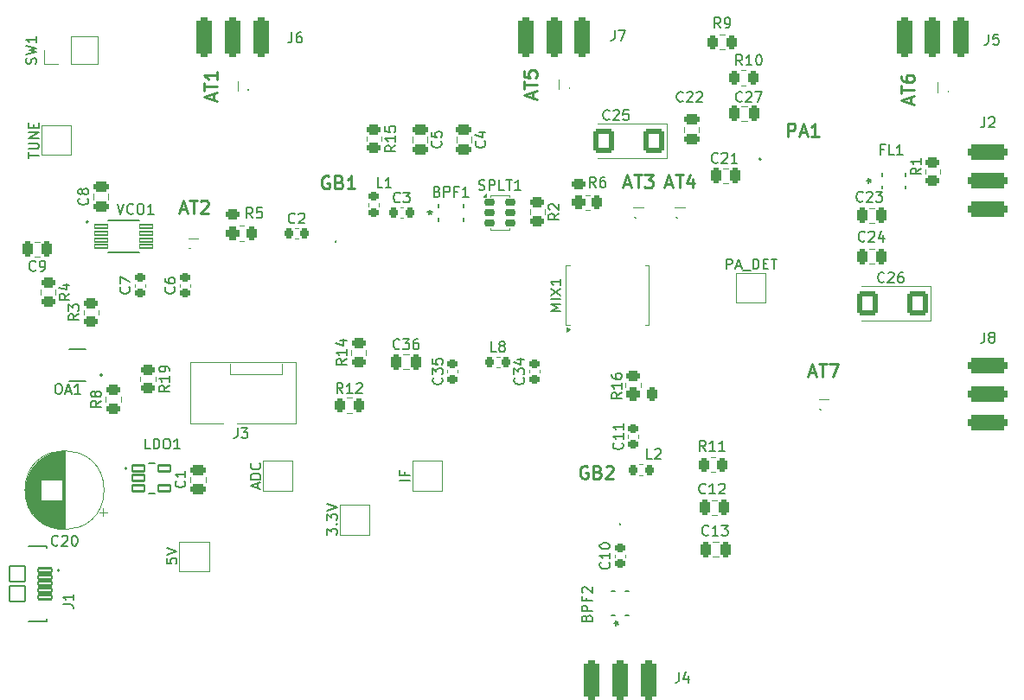
<source format=gto>
%TF.GenerationSoftware,KiCad,Pcbnew,8.0.5*%
%TF.CreationDate,2025-06-09T19:50:20-04:00*%
%TF.ProjectId,fmcw_pcb,666d6377-5f70-4636-922e-6b696361645f,rev?*%
%TF.SameCoordinates,Original*%
%TF.FileFunction,Legend,Top*%
%TF.FilePolarity,Positive*%
%FSLAX46Y46*%
G04 Gerber Fmt 4.6, Leading zero omitted, Abs format (unit mm)*
G04 Created by KiCad (PCBNEW 8.0.5) date 2025-06-09 19:50:20*
%MOMM*%
%LPD*%
G01*
G04 APERTURE LIST*
G04 Aperture macros list*
%AMRoundRect*
0 Rectangle with rounded corners*
0 $1 Rounding radius*
0 $2 $3 $4 $5 $6 $7 $8 $9 X,Y pos of 4 corners*
0 Add a 4 corners polygon primitive as box body*
4,1,4,$2,$3,$4,$5,$6,$7,$8,$9,$2,$3,0*
0 Add four circle primitives for the rounded corners*
1,1,$1+$1,$2,$3*
1,1,$1+$1,$4,$5*
1,1,$1+$1,$6,$7*
1,1,$1+$1,$8,$9*
0 Add four rect primitives between the rounded corners*
20,1,$1+$1,$2,$3,$4,$5,0*
20,1,$1+$1,$4,$5,$6,$7,0*
20,1,$1+$1,$6,$7,$8,$9,0*
20,1,$1+$1,$8,$9,$2,$3,0*%
G04 Aperture macros list end*
%ADD10C,0.150000*%
%ADD11C,0.254000*%
%ADD12C,0.200000*%
%ADD13C,0.120000*%
%ADD14C,0.100000*%
%ADD15C,0.152400*%
%ADD16C,0.127000*%
%ADD17C,0.010000*%
%ADD18RoundRect,0.250000X0.787500X0.925000X-0.787500X0.925000X-0.787500X-0.925000X0.787500X-0.925000X0*%
%ADD19R,1.651000X2.540000*%
%ADD20RoundRect,0.225000X0.250000X-0.225000X0.250000X0.225000X-0.250000X0.225000X-0.250000X-0.225000X0*%
%ADD21RoundRect,0.250000X0.475000X-0.250000X0.475000X0.250000X-0.475000X0.250000X-0.475000X-0.250000X0*%
%ADD22C,1.100000*%
%ADD23R,1.730000X2.030000*%
%ADD24O,1.730000X2.030000*%
%ADD25RoundRect,0.218750X0.218750X0.256250X-0.218750X0.256250X-0.218750X-0.256250X0.218750X-0.256250X0*%
%ADD26RoundRect,0.375000X0.375000X1.575000X-0.375000X1.575000X-0.375000X-1.575000X0.375000X-1.575000X0*%
%ADD27RoundRect,0.250000X-0.262500X-0.450000X0.262500X-0.450000X0.262500X0.450000X-0.262500X0.450000X0*%
%ADD28R,2.500000X2.500000*%
%ADD29RoundRect,0.250000X0.250000X0.475000X-0.250000X0.475000X-0.250000X-0.475000X0.250000X-0.475000X0*%
%ADD30RoundRect,0.250000X0.450000X-0.262500X0.450000X0.262500X-0.450000X0.262500X-0.450000X-0.262500X0*%
%ADD31R,0.475000X0.375000*%
%ADD32RoundRect,0.225000X-0.225000X-0.250000X0.225000X-0.250000X0.225000X0.250000X-0.225000X0.250000X0*%
%ADD33R,0.558800X0.355600*%
%ADD34R,1.244600X0.558800*%
%ADD35RoundRect,0.250000X-0.450000X0.262500X-0.450000X-0.262500X0.450000X-0.262500X0.450000X0.262500X0*%
%ADD36R,0.375000X0.475000*%
%ADD37RoundRect,0.375000X-0.375000X-1.575000X0.375000X-1.575000X0.375000X1.575000X-0.375000X1.575000X0*%
%ADD38RoundRect,0.218750X-0.256250X0.218750X-0.256250X-0.218750X0.256250X-0.218750X0.256250X0.218750X0*%
%ADD39RoundRect,0.375000X-1.575000X0.375000X-1.575000X-0.375000X1.575000X-0.375000X1.575000X0.375000X0*%
%ADD40RoundRect,0.341463X-0.358537X-0.358537X0.358537X-0.358537X0.358537X0.358537X-0.358537X0.358537X0*%
%ADD41RoundRect,0.152500X-0.382500X-0.152500X0.382500X-0.152500X0.382500X0.152500X-0.382500X0.152500X0*%
%ADD42RoundRect,0.250000X-0.475000X0.250000X-0.475000X-0.250000X0.475000X-0.250000X0.475000X0.250000X0*%
%ADD43RoundRect,0.341463X0.358537X-0.358537X0.358537X0.358537X-0.358537X0.358537X-0.358537X-0.358537X0*%
%ADD44R,1.600000X1.600000*%
%ADD45C,1.600000*%
%ADD46RoundRect,0.250000X0.262500X0.450000X-0.262500X0.450000X-0.262500X-0.450000X0.262500X-0.450000X0*%
%ADD47R,0.355600X0.558800*%
%ADD48R,0.558800X1.244600*%
%ADD49RoundRect,0.099250X-0.607750X-0.297750X0.607750X-0.297750X0.607750X0.297750X-0.607750X0.297750X0*%
%ADD50RoundRect,0.250000X-0.250000X-0.475000X0.250000X-0.475000X0.250000X0.475000X-0.250000X0.475000X0*%
%ADD51R,0.553999X0.254800*%
%ADD52R,1.245400X0.553999*%
%ADD53R,0.500000X0.580000*%
%ADD54R,0.800000X0.580000*%
%ADD55RoundRect,0.218750X-0.218750X-0.256250X0.218750X-0.256250X0.218750X0.256250X-0.218750X0.256250X0*%
%ADD56R,0.675000X0.400000*%
%ADD57R,5.450000X2.955000*%
%ADD58R,2.900000X0.890000*%
%ADD59RoundRect,0.102000X-0.675000X0.200000X-0.675000X-0.200000X0.675000X-0.200000X0.675000X0.200000X0*%
%ADD60RoundRect,0.102000X-0.775000X0.750000X-0.775000X-0.750000X0.775000X-0.750000X0.775000X0.750000X0*%
%ADD61O,1.154000X1.504000*%
%ADD62RoundRect,0.058750X-0.651250X-0.176250X0.651250X-0.176250X0.651250X0.176250X-0.651250X0.176250X0*%
%ADD63R,1.700000X1.700000*%
%ADD64O,1.700000X1.700000*%
G04 APERTURE END LIST*
D10*
X135657142Y-96459580D02*
X135609523Y-96507200D01*
X135609523Y-96507200D02*
X135466666Y-96554819D01*
X135466666Y-96554819D02*
X135371428Y-96554819D01*
X135371428Y-96554819D02*
X135228571Y-96507200D01*
X135228571Y-96507200D02*
X135133333Y-96411961D01*
X135133333Y-96411961D02*
X135085714Y-96316723D01*
X135085714Y-96316723D02*
X135038095Y-96126247D01*
X135038095Y-96126247D02*
X135038095Y-95983390D01*
X135038095Y-95983390D02*
X135085714Y-95792914D01*
X135085714Y-95792914D02*
X135133333Y-95697676D01*
X135133333Y-95697676D02*
X135228571Y-95602438D01*
X135228571Y-95602438D02*
X135371428Y-95554819D01*
X135371428Y-95554819D02*
X135466666Y-95554819D01*
X135466666Y-95554819D02*
X135609523Y-95602438D01*
X135609523Y-95602438D02*
X135657142Y-95650057D01*
X136038095Y-95650057D02*
X136085714Y-95602438D01*
X136085714Y-95602438D02*
X136180952Y-95554819D01*
X136180952Y-95554819D02*
X136419047Y-95554819D01*
X136419047Y-95554819D02*
X136514285Y-95602438D01*
X136514285Y-95602438D02*
X136561904Y-95650057D01*
X136561904Y-95650057D02*
X136609523Y-95745295D01*
X136609523Y-95745295D02*
X136609523Y-95840533D01*
X136609523Y-95840533D02*
X136561904Y-95983390D01*
X136561904Y-95983390D02*
X135990476Y-96554819D01*
X135990476Y-96554819D02*
X136609523Y-96554819D01*
X137466666Y-95554819D02*
X137276190Y-95554819D01*
X137276190Y-95554819D02*
X137180952Y-95602438D01*
X137180952Y-95602438D02*
X137133333Y-95650057D01*
X137133333Y-95650057D02*
X137038095Y-95792914D01*
X137038095Y-95792914D02*
X136990476Y-95983390D01*
X136990476Y-95983390D02*
X136990476Y-96364342D01*
X136990476Y-96364342D02*
X137038095Y-96459580D01*
X137038095Y-96459580D02*
X137085714Y-96507200D01*
X137085714Y-96507200D02*
X137180952Y-96554819D01*
X137180952Y-96554819D02*
X137371428Y-96554819D01*
X137371428Y-96554819D02*
X137466666Y-96507200D01*
X137466666Y-96507200D02*
X137514285Y-96459580D01*
X137514285Y-96459580D02*
X137561904Y-96364342D01*
X137561904Y-96364342D02*
X137561904Y-96126247D01*
X137561904Y-96126247D02*
X137514285Y-96031009D01*
X137514285Y-96031009D02*
X137466666Y-95983390D01*
X137466666Y-95983390D02*
X137371428Y-95935771D01*
X137371428Y-95935771D02*
X137180952Y-95935771D01*
X137180952Y-95935771D02*
X137085714Y-95983390D01*
X137085714Y-95983390D02*
X137038095Y-96031009D01*
X137038095Y-96031009D02*
X136990476Y-96126247D01*
X103994819Y-99332808D02*
X102994819Y-99332808D01*
X102994819Y-99332808D02*
X103709104Y-98999475D01*
X103709104Y-98999475D02*
X102994819Y-98666142D01*
X102994819Y-98666142D02*
X103994819Y-98666142D01*
X103994819Y-98189951D02*
X102994819Y-98189951D01*
X102994819Y-97808999D02*
X103994819Y-97142333D01*
X102994819Y-97142333D02*
X103994819Y-97808999D01*
X103994819Y-96237571D02*
X103994819Y-96808999D01*
X103994819Y-96523285D02*
X102994819Y-96523285D01*
X102994819Y-96523285D02*
X103137676Y-96618523D01*
X103137676Y-96618523D02*
X103232914Y-96713761D01*
X103232914Y-96713761D02*
X103280533Y-96808999D01*
X61729580Y-97016666D02*
X61777200Y-97064285D01*
X61777200Y-97064285D02*
X61824819Y-97207142D01*
X61824819Y-97207142D02*
X61824819Y-97302380D01*
X61824819Y-97302380D02*
X61777200Y-97445237D01*
X61777200Y-97445237D02*
X61681961Y-97540475D01*
X61681961Y-97540475D02*
X61586723Y-97588094D01*
X61586723Y-97588094D02*
X61396247Y-97635713D01*
X61396247Y-97635713D02*
X61253390Y-97635713D01*
X61253390Y-97635713D02*
X61062914Y-97588094D01*
X61062914Y-97588094D02*
X60967676Y-97540475D01*
X60967676Y-97540475D02*
X60872438Y-97445237D01*
X60872438Y-97445237D02*
X60824819Y-97302380D01*
X60824819Y-97302380D02*
X60824819Y-97207142D01*
X60824819Y-97207142D02*
X60872438Y-97064285D01*
X60872438Y-97064285D02*
X60920057Y-97016666D01*
X60824819Y-96683332D02*
X60824819Y-96016666D01*
X60824819Y-96016666D02*
X61824819Y-96445237D01*
X57651380Y-88316666D02*
X57699000Y-88364285D01*
X57699000Y-88364285D02*
X57746619Y-88507142D01*
X57746619Y-88507142D02*
X57746619Y-88602380D01*
X57746619Y-88602380D02*
X57699000Y-88745237D01*
X57699000Y-88745237D02*
X57603761Y-88840475D01*
X57603761Y-88840475D02*
X57508523Y-88888094D01*
X57508523Y-88888094D02*
X57318047Y-88935713D01*
X57318047Y-88935713D02*
X57175190Y-88935713D01*
X57175190Y-88935713D02*
X56984714Y-88888094D01*
X56984714Y-88888094D02*
X56889476Y-88840475D01*
X56889476Y-88840475D02*
X56794238Y-88745237D01*
X56794238Y-88745237D02*
X56746619Y-88602380D01*
X56746619Y-88602380D02*
X56746619Y-88507142D01*
X56746619Y-88507142D02*
X56794238Y-88364285D01*
X56794238Y-88364285D02*
X56841857Y-88316666D01*
X57175190Y-87745237D02*
X57127571Y-87840475D01*
X57127571Y-87840475D02*
X57079952Y-87888094D01*
X57079952Y-87888094D02*
X56984714Y-87935713D01*
X56984714Y-87935713D02*
X56937095Y-87935713D01*
X56937095Y-87935713D02*
X56841857Y-87888094D01*
X56841857Y-87888094D02*
X56794238Y-87840475D01*
X56794238Y-87840475D02*
X56746619Y-87745237D01*
X56746619Y-87745237D02*
X56746619Y-87554761D01*
X56746619Y-87554761D02*
X56794238Y-87459523D01*
X56794238Y-87459523D02*
X56841857Y-87411904D01*
X56841857Y-87411904D02*
X56937095Y-87364285D01*
X56937095Y-87364285D02*
X56984714Y-87364285D01*
X56984714Y-87364285D02*
X57079952Y-87411904D01*
X57079952Y-87411904D02*
X57127571Y-87459523D01*
X57127571Y-87459523D02*
X57175190Y-87554761D01*
X57175190Y-87554761D02*
X57175190Y-87745237D01*
X57175190Y-87745237D02*
X57222809Y-87840475D01*
X57222809Y-87840475D02*
X57270428Y-87888094D01*
X57270428Y-87888094D02*
X57365666Y-87935713D01*
X57365666Y-87935713D02*
X57556142Y-87935713D01*
X57556142Y-87935713D02*
X57651380Y-87888094D01*
X57651380Y-87888094D02*
X57699000Y-87840475D01*
X57699000Y-87840475D02*
X57746619Y-87745237D01*
X57746619Y-87745237D02*
X57746619Y-87554761D01*
X57746619Y-87554761D02*
X57699000Y-87459523D01*
X57699000Y-87459523D02*
X57651380Y-87411904D01*
X57651380Y-87411904D02*
X57556142Y-87364285D01*
X57556142Y-87364285D02*
X57365666Y-87364285D01*
X57365666Y-87364285D02*
X57270428Y-87411904D01*
X57270428Y-87411904D02*
X57222809Y-87459523D01*
X57222809Y-87459523D02*
X57175190Y-87554761D01*
X72338466Y-110804819D02*
X72338466Y-111519104D01*
X72338466Y-111519104D02*
X72290847Y-111661961D01*
X72290847Y-111661961D02*
X72195609Y-111757200D01*
X72195609Y-111757200D02*
X72052752Y-111804819D01*
X72052752Y-111804819D02*
X71957514Y-111804819D01*
X72719419Y-110804819D02*
X73338466Y-110804819D01*
X73338466Y-110804819D02*
X73005133Y-111185771D01*
X73005133Y-111185771D02*
X73147990Y-111185771D01*
X73147990Y-111185771D02*
X73243228Y-111233390D01*
X73243228Y-111233390D02*
X73290847Y-111281009D01*
X73290847Y-111281009D02*
X73338466Y-111376247D01*
X73338466Y-111376247D02*
X73338466Y-111614342D01*
X73338466Y-111614342D02*
X73290847Y-111709580D01*
X73290847Y-111709580D02*
X73243228Y-111757200D01*
X73243228Y-111757200D02*
X73147990Y-111804819D01*
X73147990Y-111804819D02*
X72862276Y-111804819D01*
X72862276Y-111804819D02*
X72767038Y-111757200D01*
X72767038Y-111757200D02*
X72719419Y-111709580D01*
X112933333Y-113854819D02*
X112457143Y-113854819D01*
X112457143Y-113854819D02*
X112457143Y-112854819D01*
X113219048Y-112950057D02*
X113266667Y-112902438D01*
X113266667Y-112902438D02*
X113361905Y-112854819D01*
X113361905Y-112854819D02*
X113600000Y-112854819D01*
X113600000Y-112854819D02*
X113695238Y-112902438D01*
X113695238Y-112902438D02*
X113742857Y-112950057D01*
X113742857Y-112950057D02*
X113790476Y-113045295D01*
X113790476Y-113045295D02*
X113790476Y-113140533D01*
X113790476Y-113140533D02*
X113742857Y-113283390D01*
X113742857Y-113283390D02*
X113171429Y-113854819D01*
X113171429Y-113854819D02*
X113790476Y-113854819D01*
X115566666Y-134754819D02*
X115566666Y-135469104D01*
X115566666Y-135469104D02*
X115519047Y-135611961D01*
X115519047Y-135611961D02*
X115423809Y-135707200D01*
X115423809Y-135707200D02*
X115280952Y-135754819D01*
X115280952Y-135754819D02*
X115185714Y-135754819D01*
X116471428Y-135088152D02*
X116471428Y-135754819D01*
X116233333Y-134707200D02*
X115995238Y-135421485D01*
X115995238Y-135421485D02*
X116614285Y-135421485D01*
X119633333Y-71604819D02*
X119300000Y-71128628D01*
X119061905Y-71604819D02*
X119061905Y-70604819D01*
X119061905Y-70604819D02*
X119442857Y-70604819D01*
X119442857Y-70604819D02*
X119538095Y-70652438D01*
X119538095Y-70652438D02*
X119585714Y-70700057D01*
X119585714Y-70700057D02*
X119633333Y-70795295D01*
X119633333Y-70795295D02*
X119633333Y-70938152D01*
X119633333Y-70938152D02*
X119585714Y-71033390D01*
X119585714Y-71033390D02*
X119538095Y-71081009D01*
X119538095Y-71081009D02*
X119442857Y-71128628D01*
X119442857Y-71128628D02*
X119061905Y-71128628D01*
X120109524Y-71604819D02*
X120300000Y-71604819D01*
X120300000Y-71604819D02*
X120395238Y-71557200D01*
X120395238Y-71557200D02*
X120442857Y-71509580D01*
X120442857Y-71509580D02*
X120538095Y-71366723D01*
X120538095Y-71366723D02*
X120585714Y-71176247D01*
X120585714Y-71176247D02*
X120585714Y-70795295D01*
X120585714Y-70795295D02*
X120538095Y-70700057D01*
X120538095Y-70700057D02*
X120490476Y-70652438D01*
X120490476Y-70652438D02*
X120395238Y-70604819D01*
X120395238Y-70604819D02*
X120204762Y-70604819D01*
X120204762Y-70604819D02*
X120109524Y-70652438D01*
X120109524Y-70652438D02*
X120061905Y-70700057D01*
X120061905Y-70700057D02*
X120014286Y-70795295D01*
X120014286Y-70795295D02*
X120014286Y-71033390D01*
X120014286Y-71033390D02*
X120061905Y-71128628D01*
X120061905Y-71128628D02*
X120109524Y-71176247D01*
X120109524Y-71176247D02*
X120204762Y-71223866D01*
X120204762Y-71223866D02*
X120395238Y-71223866D01*
X120395238Y-71223866D02*
X120490476Y-71176247D01*
X120490476Y-71176247D02*
X120538095Y-71128628D01*
X120538095Y-71128628D02*
X120585714Y-71033390D01*
X67151380Y-116016666D02*
X67199000Y-116064285D01*
X67199000Y-116064285D02*
X67246619Y-116207142D01*
X67246619Y-116207142D02*
X67246619Y-116302380D01*
X67246619Y-116302380D02*
X67199000Y-116445237D01*
X67199000Y-116445237D02*
X67103761Y-116540475D01*
X67103761Y-116540475D02*
X67008523Y-116588094D01*
X67008523Y-116588094D02*
X66818047Y-116635713D01*
X66818047Y-116635713D02*
X66675190Y-116635713D01*
X66675190Y-116635713D02*
X66484714Y-116588094D01*
X66484714Y-116588094D02*
X66389476Y-116540475D01*
X66389476Y-116540475D02*
X66294238Y-116445237D01*
X66294238Y-116445237D02*
X66246619Y-116302380D01*
X66246619Y-116302380D02*
X66246619Y-116207142D01*
X66246619Y-116207142D02*
X66294238Y-116064285D01*
X66294238Y-116064285D02*
X66341857Y-116016666D01*
X67246619Y-115064285D02*
X67246619Y-115635713D01*
X67246619Y-115349999D02*
X66246619Y-115349999D01*
X66246619Y-115349999D02*
X66389476Y-115445237D01*
X66389476Y-115445237D02*
X66484714Y-115540475D01*
X66484714Y-115540475D02*
X66532333Y-115635713D01*
X120195238Y-95254819D02*
X120195238Y-94254819D01*
X120195238Y-94254819D02*
X120576190Y-94254819D01*
X120576190Y-94254819D02*
X120671428Y-94302438D01*
X120671428Y-94302438D02*
X120719047Y-94350057D01*
X120719047Y-94350057D02*
X120766666Y-94445295D01*
X120766666Y-94445295D02*
X120766666Y-94588152D01*
X120766666Y-94588152D02*
X120719047Y-94683390D01*
X120719047Y-94683390D02*
X120671428Y-94731009D01*
X120671428Y-94731009D02*
X120576190Y-94778628D01*
X120576190Y-94778628D02*
X120195238Y-94778628D01*
X121147619Y-94969104D02*
X121623809Y-94969104D01*
X121052381Y-95254819D02*
X121385714Y-94254819D01*
X121385714Y-94254819D02*
X121719047Y-95254819D01*
X121814286Y-95350057D02*
X122576190Y-95350057D01*
X122814286Y-95254819D02*
X122814286Y-94254819D01*
X122814286Y-94254819D02*
X123052381Y-94254819D01*
X123052381Y-94254819D02*
X123195238Y-94302438D01*
X123195238Y-94302438D02*
X123290476Y-94397676D01*
X123290476Y-94397676D02*
X123338095Y-94492914D01*
X123338095Y-94492914D02*
X123385714Y-94683390D01*
X123385714Y-94683390D02*
X123385714Y-94826247D01*
X123385714Y-94826247D02*
X123338095Y-95016723D01*
X123338095Y-95016723D02*
X123290476Y-95111961D01*
X123290476Y-95111961D02*
X123195238Y-95207200D01*
X123195238Y-95207200D02*
X123052381Y-95254819D01*
X123052381Y-95254819D02*
X122814286Y-95254819D01*
X123814286Y-94731009D02*
X124147619Y-94731009D01*
X124290476Y-95254819D02*
X123814286Y-95254819D01*
X123814286Y-95254819D02*
X123814286Y-94254819D01*
X123814286Y-94254819D02*
X124290476Y-94254819D01*
X124576191Y-94254819D02*
X125147619Y-94254819D01*
X124861905Y-95254819D02*
X124861905Y-94254819D01*
X133757142Y-92459580D02*
X133709523Y-92507200D01*
X133709523Y-92507200D02*
X133566666Y-92554819D01*
X133566666Y-92554819D02*
X133471428Y-92554819D01*
X133471428Y-92554819D02*
X133328571Y-92507200D01*
X133328571Y-92507200D02*
X133233333Y-92411961D01*
X133233333Y-92411961D02*
X133185714Y-92316723D01*
X133185714Y-92316723D02*
X133138095Y-92126247D01*
X133138095Y-92126247D02*
X133138095Y-91983390D01*
X133138095Y-91983390D02*
X133185714Y-91792914D01*
X133185714Y-91792914D02*
X133233333Y-91697676D01*
X133233333Y-91697676D02*
X133328571Y-91602438D01*
X133328571Y-91602438D02*
X133471428Y-91554819D01*
X133471428Y-91554819D02*
X133566666Y-91554819D01*
X133566666Y-91554819D02*
X133709523Y-91602438D01*
X133709523Y-91602438D02*
X133757142Y-91650057D01*
X134138095Y-91650057D02*
X134185714Y-91602438D01*
X134185714Y-91602438D02*
X134280952Y-91554819D01*
X134280952Y-91554819D02*
X134519047Y-91554819D01*
X134519047Y-91554819D02*
X134614285Y-91602438D01*
X134614285Y-91602438D02*
X134661904Y-91650057D01*
X134661904Y-91650057D02*
X134709523Y-91745295D01*
X134709523Y-91745295D02*
X134709523Y-91840533D01*
X134709523Y-91840533D02*
X134661904Y-91983390D01*
X134661904Y-91983390D02*
X134090476Y-92554819D01*
X134090476Y-92554819D02*
X134709523Y-92554819D01*
X135566666Y-91888152D02*
X135566666Y-92554819D01*
X135328571Y-91507200D02*
X135090476Y-92221485D01*
X135090476Y-92221485D02*
X135709523Y-92221485D01*
X65406819Y-123590476D02*
X65406819Y-124066666D01*
X65406819Y-124066666D02*
X65883009Y-124114285D01*
X65883009Y-124114285D02*
X65835390Y-124066666D01*
X65835390Y-124066666D02*
X65787771Y-123971428D01*
X65787771Y-123971428D02*
X65787771Y-123733333D01*
X65787771Y-123733333D02*
X65835390Y-123638095D01*
X65835390Y-123638095D02*
X65883009Y-123590476D01*
X65883009Y-123590476D02*
X65978247Y-123542857D01*
X65978247Y-123542857D02*
X66216342Y-123542857D01*
X66216342Y-123542857D02*
X66311580Y-123590476D01*
X66311580Y-123590476D02*
X66359200Y-123638095D01*
X66359200Y-123638095D02*
X66406819Y-123733333D01*
X66406819Y-123733333D02*
X66406819Y-123971428D01*
X66406819Y-123971428D02*
X66359200Y-124066666D01*
X66359200Y-124066666D02*
X66311580Y-124114285D01*
X65406819Y-123257142D02*
X66406819Y-122923809D01*
X66406819Y-122923809D02*
X65406819Y-122590476D01*
X56804819Y-99654166D02*
X56328628Y-99987499D01*
X56804819Y-100225594D02*
X55804819Y-100225594D01*
X55804819Y-100225594D02*
X55804819Y-99844642D01*
X55804819Y-99844642D02*
X55852438Y-99749404D01*
X55852438Y-99749404D02*
X55900057Y-99701785D01*
X55900057Y-99701785D02*
X55995295Y-99654166D01*
X55995295Y-99654166D02*
X56138152Y-99654166D01*
X56138152Y-99654166D02*
X56233390Y-99701785D01*
X56233390Y-99701785D02*
X56281009Y-99749404D01*
X56281009Y-99749404D02*
X56328628Y-99844642D01*
X56328628Y-99844642D02*
X56328628Y-100225594D01*
X55804819Y-99320832D02*
X55804819Y-98701785D01*
X55804819Y-98701785D02*
X56185771Y-99035118D01*
X56185771Y-99035118D02*
X56185771Y-98892261D01*
X56185771Y-98892261D02*
X56233390Y-98797023D01*
X56233390Y-98797023D02*
X56281009Y-98749404D01*
X56281009Y-98749404D02*
X56376247Y-98701785D01*
X56376247Y-98701785D02*
X56614342Y-98701785D01*
X56614342Y-98701785D02*
X56709580Y-98749404D01*
X56709580Y-98749404D02*
X56757200Y-98797023D01*
X56757200Y-98797023D02*
X56804819Y-98892261D01*
X56804819Y-98892261D02*
X56804819Y-99177975D01*
X56804819Y-99177975D02*
X56757200Y-99273213D01*
X56757200Y-99273213D02*
X56709580Y-99320832D01*
D11*
X70011461Y-78703952D02*
X70011461Y-78099190D01*
X70374318Y-78824904D02*
X69104318Y-78401571D01*
X69104318Y-78401571D02*
X70374318Y-77978237D01*
X69104318Y-77736333D02*
X69104318Y-77010619D01*
X70374318Y-77373476D02*
X69104318Y-77373476D01*
X70374318Y-75922047D02*
X70374318Y-76647762D01*
X70374318Y-76284905D02*
X69104318Y-76284905D01*
X69104318Y-76284905D02*
X69285746Y-76405857D01*
X69285746Y-76405857D02*
X69406699Y-76526809D01*
X69406699Y-76526809D02*
X69467175Y-76647762D01*
D10*
X118457142Y-121259580D02*
X118409523Y-121307200D01*
X118409523Y-121307200D02*
X118266666Y-121354819D01*
X118266666Y-121354819D02*
X118171428Y-121354819D01*
X118171428Y-121354819D02*
X118028571Y-121307200D01*
X118028571Y-121307200D02*
X117933333Y-121211961D01*
X117933333Y-121211961D02*
X117885714Y-121116723D01*
X117885714Y-121116723D02*
X117838095Y-120926247D01*
X117838095Y-120926247D02*
X117838095Y-120783390D01*
X117838095Y-120783390D02*
X117885714Y-120592914D01*
X117885714Y-120592914D02*
X117933333Y-120497676D01*
X117933333Y-120497676D02*
X118028571Y-120402438D01*
X118028571Y-120402438D02*
X118171428Y-120354819D01*
X118171428Y-120354819D02*
X118266666Y-120354819D01*
X118266666Y-120354819D02*
X118409523Y-120402438D01*
X118409523Y-120402438D02*
X118457142Y-120450057D01*
X119409523Y-121354819D02*
X118838095Y-121354819D01*
X119123809Y-121354819D02*
X119123809Y-120354819D01*
X119123809Y-120354819D02*
X119028571Y-120497676D01*
X119028571Y-120497676D02*
X118933333Y-120592914D01*
X118933333Y-120592914D02*
X118838095Y-120640533D01*
X119742857Y-120354819D02*
X120361904Y-120354819D01*
X120361904Y-120354819D02*
X120028571Y-120735771D01*
X120028571Y-120735771D02*
X120171428Y-120735771D01*
X120171428Y-120735771D02*
X120266666Y-120783390D01*
X120266666Y-120783390D02*
X120314285Y-120831009D01*
X120314285Y-120831009D02*
X120361904Y-120926247D01*
X120361904Y-120926247D02*
X120361904Y-121164342D01*
X120361904Y-121164342D02*
X120314285Y-121259580D01*
X120314285Y-121259580D02*
X120266666Y-121307200D01*
X120266666Y-121307200D02*
X120171428Y-121354819D01*
X120171428Y-121354819D02*
X119885714Y-121354819D01*
X119885714Y-121354819D02*
X119790476Y-121307200D01*
X119790476Y-121307200D02*
X119742857Y-121259580D01*
X88255133Y-88639580D02*
X88207514Y-88687200D01*
X88207514Y-88687200D02*
X88064657Y-88734819D01*
X88064657Y-88734819D02*
X87969419Y-88734819D01*
X87969419Y-88734819D02*
X87826562Y-88687200D01*
X87826562Y-88687200D02*
X87731324Y-88591961D01*
X87731324Y-88591961D02*
X87683705Y-88496723D01*
X87683705Y-88496723D02*
X87636086Y-88306247D01*
X87636086Y-88306247D02*
X87636086Y-88163390D01*
X87636086Y-88163390D02*
X87683705Y-87972914D01*
X87683705Y-87972914D02*
X87731324Y-87877676D01*
X87731324Y-87877676D02*
X87826562Y-87782438D01*
X87826562Y-87782438D02*
X87969419Y-87734819D01*
X87969419Y-87734819D02*
X88064657Y-87734819D01*
X88064657Y-87734819D02*
X88207514Y-87782438D01*
X88207514Y-87782438D02*
X88255133Y-87830057D01*
X88588467Y-87734819D02*
X89207514Y-87734819D01*
X89207514Y-87734819D02*
X88874181Y-88115771D01*
X88874181Y-88115771D02*
X89017038Y-88115771D01*
X89017038Y-88115771D02*
X89112276Y-88163390D01*
X89112276Y-88163390D02*
X89159895Y-88211009D01*
X89159895Y-88211009D02*
X89207514Y-88306247D01*
X89207514Y-88306247D02*
X89207514Y-88544342D01*
X89207514Y-88544342D02*
X89159895Y-88639580D01*
X89159895Y-88639580D02*
X89112276Y-88687200D01*
X89112276Y-88687200D02*
X89017038Y-88734819D01*
X89017038Y-88734819D02*
X88731324Y-88734819D01*
X88731324Y-88734819D02*
X88636086Y-88687200D01*
X88636086Y-88687200D02*
X88588467Y-88639580D01*
X91895366Y-87641009D02*
X92038223Y-87688628D01*
X92038223Y-87688628D02*
X92085842Y-87736247D01*
X92085842Y-87736247D02*
X92133461Y-87831485D01*
X92133461Y-87831485D02*
X92133461Y-87974342D01*
X92133461Y-87974342D02*
X92085842Y-88069580D01*
X92085842Y-88069580D02*
X92038223Y-88117200D01*
X92038223Y-88117200D02*
X91942985Y-88164819D01*
X91942985Y-88164819D02*
X91562033Y-88164819D01*
X91562033Y-88164819D02*
X91562033Y-87164819D01*
X91562033Y-87164819D02*
X91895366Y-87164819D01*
X91895366Y-87164819D02*
X91990604Y-87212438D01*
X91990604Y-87212438D02*
X92038223Y-87260057D01*
X92038223Y-87260057D02*
X92085842Y-87355295D01*
X92085842Y-87355295D02*
X92085842Y-87450533D01*
X92085842Y-87450533D02*
X92038223Y-87545771D01*
X92038223Y-87545771D02*
X91990604Y-87593390D01*
X91990604Y-87593390D02*
X91895366Y-87641009D01*
X91895366Y-87641009D02*
X91562033Y-87641009D01*
X92562033Y-88164819D02*
X92562033Y-87164819D01*
X92562033Y-87164819D02*
X92942985Y-87164819D01*
X92942985Y-87164819D02*
X93038223Y-87212438D01*
X93038223Y-87212438D02*
X93085842Y-87260057D01*
X93085842Y-87260057D02*
X93133461Y-87355295D01*
X93133461Y-87355295D02*
X93133461Y-87498152D01*
X93133461Y-87498152D02*
X93085842Y-87593390D01*
X93085842Y-87593390D02*
X93038223Y-87641009D01*
X93038223Y-87641009D02*
X92942985Y-87688628D01*
X92942985Y-87688628D02*
X92562033Y-87688628D01*
X93895366Y-87641009D02*
X93562033Y-87641009D01*
X93562033Y-88164819D02*
X93562033Y-87164819D01*
X93562033Y-87164819D02*
X94038223Y-87164819D01*
X94942985Y-88164819D02*
X94371557Y-88164819D01*
X94657271Y-88164819D02*
X94657271Y-87164819D01*
X94657271Y-87164819D02*
X94562033Y-87307676D01*
X94562033Y-87307676D02*
X94466795Y-87402914D01*
X94466795Y-87402914D02*
X94371557Y-87450533D01*
X91200000Y-89454819D02*
X91200000Y-89692914D01*
X90961905Y-89597676D02*
X91200000Y-89692914D01*
X91200000Y-89692914D02*
X91438095Y-89597676D01*
X91057143Y-89883390D02*
X91200000Y-89692914D01*
X91200000Y-89692914D02*
X91342857Y-89883390D01*
X87804819Y-83130357D02*
X87328628Y-83463690D01*
X87804819Y-83701785D02*
X86804819Y-83701785D01*
X86804819Y-83701785D02*
X86804819Y-83320833D01*
X86804819Y-83320833D02*
X86852438Y-83225595D01*
X86852438Y-83225595D02*
X86900057Y-83177976D01*
X86900057Y-83177976D02*
X86995295Y-83130357D01*
X86995295Y-83130357D02*
X87138152Y-83130357D01*
X87138152Y-83130357D02*
X87233390Y-83177976D01*
X87233390Y-83177976D02*
X87281009Y-83225595D01*
X87281009Y-83225595D02*
X87328628Y-83320833D01*
X87328628Y-83320833D02*
X87328628Y-83701785D01*
X87804819Y-82177976D02*
X87804819Y-82749404D01*
X87804819Y-82463690D02*
X86804819Y-82463690D01*
X86804819Y-82463690D02*
X86947676Y-82558928D01*
X86947676Y-82558928D02*
X87042914Y-82654166D01*
X87042914Y-82654166D02*
X87090533Y-82749404D01*
X86804819Y-81273214D02*
X86804819Y-81749404D01*
X86804819Y-81749404D02*
X87281009Y-81797023D01*
X87281009Y-81797023D02*
X87233390Y-81749404D01*
X87233390Y-81749404D02*
X87185771Y-81654166D01*
X87185771Y-81654166D02*
X87185771Y-81416071D01*
X87185771Y-81416071D02*
X87233390Y-81320833D01*
X87233390Y-81320833D02*
X87281009Y-81273214D01*
X87281009Y-81273214D02*
X87376247Y-81225595D01*
X87376247Y-81225595D02*
X87614342Y-81225595D01*
X87614342Y-81225595D02*
X87709580Y-81273214D01*
X87709580Y-81273214D02*
X87757200Y-81320833D01*
X87757200Y-81320833D02*
X87804819Y-81416071D01*
X87804819Y-81416071D02*
X87804819Y-81654166D01*
X87804819Y-81654166D02*
X87757200Y-81749404D01*
X87757200Y-81749404D02*
X87709580Y-81797023D01*
D11*
X114271047Y-86918461D02*
X114875809Y-86918461D01*
X114150095Y-87281318D02*
X114573428Y-86011318D01*
X114573428Y-86011318D02*
X114996762Y-87281318D01*
X115238666Y-86011318D02*
X115964380Y-86011318D01*
X115601523Y-87281318D02*
X115601523Y-86011318D01*
X116931999Y-86434651D02*
X116931999Y-87281318D01*
X116629618Y-85950842D02*
X116327237Y-86857984D01*
X116327237Y-86857984D02*
X117113428Y-86857984D01*
D10*
X65676619Y-106655357D02*
X65200428Y-106988690D01*
X65676619Y-107226785D02*
X64676619Y-107226785D01*
X64676619Y-107226785D02*
X64676619Y-106845833D01*
X64676619Y-106845833D02*
X64724238Y-106750595D01*
X64724238Y-106750595D02*
X64771857Y-106702976D01*
X64771857Y-106702976D02*
X64867095Y-106655357D01*
X64867095Y-106655357D02*
X65009952Y-106655357D01*
X65009952Y-106655357D02*
X65105190Y-106702976D01*
X65105190Y-106702976D02*
X65152809Y-106750595D01*
X65152809Y-106750595D02*
X65200428Y-106845833D01*
X65200428Y-106845833D02*
X65200428Y-107226785D01*
X65676619Y-105702976D02*
X65676619Y-106274404D01*
X65676619Y-105988690D02*
X64676619Y-105988690D01*
X64676619Y-105988690D02*
X64819476Y-106083928D01*
X64819476Y-106083928D02*
X64914714Y-106179166D01*
X64914714Y-106179166D02*
X64962333Y-106274404D01*
X65676619Y-105226785D02*
X65676619Y-105036309D01*
X65676619Y-105036309D02*
X65629000Y-104941071D01*
X65629000Y-104941071D02*
X65581380Y-104893452D01*
X65581380Y-104893452D02*
X65438523Y-104798214D01*
X65438523Y-104798214D02*
X65248047Y-104750595D01*
X65248047Y-104750595D02*
X64867095Y-104750595D01*
X64867095Y-104750595D02*
X64771857Y-104798214D01*
X64771857Y-104798214D02*
X64724238Y-104845833D01*
X64724238Y-104845833D02*
X64676619Y-104941071D01*
X64676619Y-104941071D02*
X64676619Y-105131547D01*
X64676619Y-105131547D02*
X64724238Y-105226785D01*
X64724238Y-105226785D02*
X64771857Y-105274404D01*
X64771857Y-105274404D02*
X64867095Y-105322023D01*
X64867095Y-105322023D02*
X65105190Y-105322023D01*
X65105190Y-105322023D02*
X65200428Y-105274404D01*
X65200428Y-105274404D02*
X65248047Y-105226785D01*
X65248047Y-105226785D02*
X65295666Y-105131547D01*
X65295666Y-105131547D02*
X65295666Y-104941071D01*
X65295666Y-104941071D02*
X65248047Y-104845833D01*
X65248047Y-104845833D02*
X65200428Y-104798214D01*
X65200428Y-104798214D02*
X65105190Y-104750595D01*
X74321104Y-116738094D02*
X74321104Y-116261904D01*
X74606819Y-116833332D02*
X73606819Y-116499999D01*
X73606819Y-116499999D02*
X74606819Y-116166666D01*
X74606819Y-115833332D02*
X73606819Y-115833332D01*
X73606819Y-115833332D02*
X73606819Y-115595237D01*
X73606819Y-115595237D02*
X73654438Y-115452380D01*
X73654438Y-115452380D02*
X73749676Y-115357142D01*
X73749676Y-115357142D02*
X73844914Y-115309523D01*
X73844914Y-115309523D02*
X74035390Y-115261904D01*
X74035390Y-115261904D02*
X74178247Y-115261904D01*
X74178247Y-115261904D02*
X74368723Y-115309523D01*
X74368723Y-115309523D02*
X74463961Y-115357142D01*
X74463961Y-115357142D02*
X74559200Y-115452380D01*
X74559200Y-115452380D02*
X74606819Y-115595237D01*
X74606819Y-115595237D02*
X74606819Y-115833332D01*
X74511580Y-114261904D02*
X74559200Y-114309523D01*
X74559200Y-114309523D02*
X74606819Y-114452380D01*
X74606819Y-114452380D02*
X74606819Y-114547618D01*
X74606819Y-114547618D02*
X74559200Y-114690475D01*
X74559200Y-114690475D02*
X74463961Y-114785713D01*
X74463961Y-114785713D02*
X74368723Y-114833332D01*
X74368723Y-114833332D02*
X74178247Y-114880951D01*
X74178247Y-114880951D02*
X74035390Y-114880951D01*
X74035390Y-114880951D02*
X73844914Y-114833332D01*
X73844914Y-114833332D02*
X73749676Y-114785713D01*
X73749676Y-114785713D02*
X73654438Y-114690475D01*
X73654438Y-114690475D02*
X73606819Y-114547618D01*
X73606819Y-114547618D02*
X73606819Y-114452380D01*
X73606819Y-114452380D02*
X73654438Y-114309523D01*
X73654438Y-114309523D02*
X73702057Y-114261904D01*
X77666666Y-72054819D02*
X77666666Y-72769104D01*
X77666666Y-72769104D02*
X77619047Y-72911961D01*
X77619047Y-72911961D02*
X77523809Y-73007200D01*
X77523809Y-73007200D02*
X77380952Y-73054819D01*
X77380952Y-73054819D02*
X77285714Y-73054819D01*
X78571428Y-72054819D02*
X78380952Y-72054819D01*
X78380952Y-72054819D02*
X78285714Y-72102438D01*
X78285714Y-72102438D02*
X78238095Y-72150057D01*
X78238095Y-72150057D02*
X78142857Y-72292914D01*
X78142857Y-72292914D02*
X78095238Y-72483390D01*
X78095238Y-72483390D02*
X78095238Y-72864342D01*
X78095238Y-72864342D02*
X78142857Y-72959580D01*
X78142857Y-72959580D02*
X78190476Y-73007200D01*
X78190476Y-73007200D02*
X78285714Y-73054819D01*
X78285714Y-73054819D02*
X78476190Y-73054819D01*
X78476190Y-73054819D02*
X78571428Y-73007200D01*
X78571428Y-73007200D02*
X78619047Y-72959580D01*
X78619047Y-72959580D02*
X78666666Y-72864342D01*
X78666666Y-72864342D02*
X78666666Y-72626247D01*
X78666666Y-72626247D02*
X78619047Y-72531009D01*
X78619047Y-72531009D02*
X78571428Y-72483390D01*
X78571428Y-72483390D02*
X78476190Y-72435771D01*
X78476190Y-72435771D02*
X78285714Y-72435771D01*
X78285714Y-72435771D02*
X78190476Y-72483390D01*
X78190476Y-72483390D02*
X78142857Y-72531009D01*
X78142857Y-72531009D02*
X78095238Y-72626247D01*
X86533333Y-87254819D02*
X86057143Y-87254819D01*
X86057143Y-87254819D02*
X86057143Y-86254819D01*
X87390476Y-87254819D02*
X86819048Y-87254819D01*
X87104762Y-87254819D02*
X87104762Y-86254819D01*
X87104762Y-86254819D02*
X87009524Y-86397676D01*
X87009524Y-86397676D02*
X86914286Y-86492914D01*
X86914286Y-86492914D02*
X86819048Y-86540533D01*
X145466666Y-101454819D02*
X145466666Y-102169104D01*
X145466666Y-102169104D02*
X145419047Y-102311961D01*
X145419047Y-102311961D02*
X145323809Y-102407200D01*
X145323809Y-102407200D02*
X145180952Y-102454819D01*
X145180952Y-102454819D02*
X145085714Y-102454819D01*
X146085714Y-101883390D02*
X145990476Y-101835771D01*
X145990476Y-101835771D02*
X145942857Y-101788152D01*
X145942857Y-101788152D02*
X145895238Y-101692914D01*
X145895238Y-101692914D02*
X145895238Y-101645295D01*
X145895238Y-101645295D02*
X145942857Y-101550057D01*
X145942857Y-101550057D02*
X145990476Y-101502438D01*
X145990476Y-101502438D02*
X146085714Y-101454819D01*
X146085714Y-101454819D02*
X146276190Y-101454819D01*
X146276190Y-101454819D02*
X146371428Y-101502438D01*
X146371428Y-101502438D02*
X146419047Y-101550057D01*
X146419047Y-101550057D02*
X146466666Y-101645295D01*
X146466666Y-101645295D02*
X146466666Y-101692914D01*
X146466666Y-101692914D02*
X146419047Y-101788152D01*
X146419047Y-101788152D02*
X146371428Y-101835771D01*
X146371428Y-101835771D02*
X146276190Y-101883390D01*
X146276190Y-101883390D02*
X146085714Y-101883390D01*
X146085714Y-101883390D02*
X145990476Y-101931009D01*
X145990476Y-101931009D02*
X145942857Y-101978628D01*
X145942857Y-101978628D02*
X145895238Y-102073866D01*
X145895238Y-102073866D02*
X145895238Y-102264342D01*
X145895238Y-102264342D02*
X145942857Y-102359580D01*
X145942857Y-102359580D02*
X145990476Y-102407200D01*
X145990476Y-102407200D02*
X146085714Y-102454819D01*
X146085714Y-102454819D02*
X146276190Y-102454819D01*
X146276190Y-102454819D02*
X146371428Y-102407200D01*
X146371428Y-102407200D02*
X146419047Y-102359580D01*
X146419047Y-102359580D02*
X146466666Y-102264342D01*
X146466666Y-102264342D02*
X146466666Y-102073866D01*
X146466666Y-102073866D02*
X146419047Y-101978628D01*
X146419047Y-101978628D02*
X146371428Y-101931009D01*
X146371428Y-101931009D02*
X146276190Y-101883390D01*
X73833333Y-90234819D02*
X73500000Y-89758628D01*
X73261905Y-90234819D02*
X73261905Y-89234819D01*
X73261905Y-89234819D02*
X73642857Y-89234819D01*
X73642857Y-89234819D02*
X73738095Y-89282438D01*
X73738095Y-89282438D02*
X73785714Y-89330057D01*
X73785714Y-89330057D02*
X73833333Y-89425295D01*
X73833333Y-89425295D02*
X73833333Y-89568152D01*
X73833333Y-89568152D02*
X73785714Y-89663390D01*
X73785714Y-89663390D02*
X73738095Y-89711009D01*
X73738095Y-89711009D02*
X73642857Y-89758628D01*
X73642857Y-89758628D02*
X73261905Y-89758628D01*
X74738095Y-89234819D02*
X74261905Y-89234819D01*
X74261905Y-89234819D02*
X74214286Y-89711009D01*
X74214286Y-89711009D02*
X74261905Y-89663390D01*
X74261905Y-89663390D02*
X74357143Y-89615771D01*
X74357143Y-89615771D02*
X74595238Y-89615771D01*
X74595238Y-89615771D02*
X74690476Y-89663390D01*
X74690476Y-89663390D02*
X74738095Y-89711009D01*
X74738095Y-89711009D02*
X74785714Y-89806247D01*
X74785714Y-89806247D02*
X74785714Y-90044342D01*
X74785714Y-90044342D02*
X74738095Y-90139580D01*
X74738095Y-90139580D02*
X74690476Y-90187200D01*
X74690476Y-90187200D02*
X74595238Y-90234819D01*
X74595238Y-90234819D02*
X74357143Y-90234819D01*
X74357143Y-90234819D02*
X74261905Y-90187200D01*
X74261905Y-90187200D02*
X74214286Y-90139580D01*
X139254819Y-85366666D02*
X138778628Y-85699999D01*
X139254819Y-85938094D02*
X138254819Y-85938094D01*
X138254819Y-85938094D02*
X138254819Y-85557142D01*
X138254819Y-85557142D02*
X138302438Y-85461904D01*
X138302438Y-85461904D02*
X138350057Y-85414285D01*
X138350057Y-85414285D02*
X138445295Y-85366666D01*
X138445295Y-85366666D02*
X138588152Y-85366666D01*
X138588152Y-85366666D02*
X138683390Y-85414285D01*
X138683390Y-85414285D02*
X138731009Y-85461904D01*
X138731009Y-85461904D02*
X138778628Y-85557142D01*
X138778628Y-85557142D02*
X138778628Y-85938094D01*
X139254819Y-84414285D02*
X139254819Y-84985713D01*
X139254819Y-84699999D02*
X138254819Y-84699999D01*
X138254819Y-84699999D02*
X138397676Y-84795237D01*
X138397676Y-84795237D02*
X138492914Y-84890475D01*
X138492914Y-84890475D02*
X138540533Y-84985713D01*
X107433333Y-87224819D02*
X107100000Y-86748628D01*
X106861905Y-87224819D02*
X106861905Y-86224819D01*
X106861905Y-86224819D02*
X107242857Y-86224819D01*
X107242857Y-86224819D02*
X107338095Y-86272438D01*
X107338095Y-86272438D02*
X107385714Y-86320057D01*
X107385714Y-86320057D02*
X107433333Y-86415295D01*
X107433333Y-86415295D02*
X107433333Y-86558152D01*
X107433333Y-86558152D02*
X107385714Y-86653390D01*
X107385714Y-86653390D02*
X107338095Y-86701009D01*
X107338095Y-86701009D02*
X107242857Y-86748628D01*
X107242857Y-86748628D02*
X106861905Y-86748628D01*
X108290476Y-86224819D02*
X108100000Y-86224819D01*
X108100000Y-86224819D02*
X108004762Y-86272438D01*
X108004762Y-86272438D02*
X107957143Y-86320057D01*
X107957143Y-86320057D02*
X107861905Y-86462914D01*
X107861905Y-86462914D02*
X107814286Y-86653390D01*
X107814286Y-86653390D02*
X107814286Y-87034342D01*
X107814286Y-87034342D02*
X107861905Y-87129580D01*
X107861905Y-87129580D02*
X107909524Y-87177200D01*
X107909524Y-87177200D02*
X108004762Y-87224819D01*
X108004762Y-87224819D02*
X108195238Y-87224819D01*
X108195238Y-87224819D02*
X108290476Y-87177200D01*
X108290476Y-87177200D02*
X108338095Y-87129580D01*
X108338095Y-87129580D02*
X108385714Y-87034342D01*
X108385714Y-87034342D02*
X108385714Y-86796247D01*
X108385714Y-86796247D02*
X108338095Y-86701009D01*
X108338095Y-86701009D02*
X108290476Y-86653390D01*
X108290476Y-86653390D02*
X108195238Y-86605771D01*
X108195238Y-86605771D02*
X108004762Y-86605771D01*
X108004762Y-86605771D02*
X107909524Y-86653390D01*
X107909524Y-86653390D02*
X107861905Y-86701009D01*
X107861905Y-86701009D02*
X107814286Y-86796247D01*
X54725000Y-106489819D02*
X54915476Y-106489819D01*
X54915476Y-106489819D02*
X55010714Y-106537438D01*
X55010714Y-106537438D02*
X55105952Y-106632676D01*
X55105952Y-106632676D02*
X55153571Y-106823152D01*
X55153571Y-106823152D02*
X55153571Y-107156485D01*
X55153571Y-107156485D02*
X55105952Y-107346961D01*
X55105952Y-107346961D02*
X55010714Y-107442200D01*
X55010714Y-107442200D02*
X54915476Y-107489819D01*
X54915476Y-107489819D02*
X54725000Y-107489819D01*
X54725000Y-107489819D02*
X54629762Y-107442200D01*
X54629762Y-107442200D02*
X54534524Y-107346961D01*
X54534524Y-107346961D02*
X54486905Y-107156485D01*
X54486905Y-107156485D02*
X54486905Y-106823152D01*
X54486905Y-106823152D02*
X54534524Y-106632676D01*
X54534524Y-106632676D02*
X54629762Y-106537438D01*
X54629762Y-106537438D02*
X54725000Y-106489819D01*
X55534524Y-107204104D02*
X56010714Y-107204104D01*
X55439286Y-107489819D02*
X55772619Y-106489819D01*
X55772619Y-106489819D02*
X56105952Y-107489819D01*
X56963095Y-107489819D02*
X56391667Y-107489819D01*
X56677381Y-107489819D02*
X56677381Y-106489819D01*
X56677381Y-106489819D02*
X56582143Y-106632676D01*
X56582143Y-106632676D02*
X56486905Y-106727914D01*
X56486905Y-106727914D02*
X56391667Y-106775533D01*
X59004819Y-108154166D02*
X58528628Y-108487499D01*
X59004819Y-108725594D02*
X58004819Y-108725594D01*
X58004819Y-108725594D02*
X58004819Y-108344642D01*
X58004819Y-108344642D02*
X58052438Y-108249404D01*
X58052438Y-108249404D02*
X58100057Y-108201785D01*
X58100057Y-108201785D02*
X58195295Y-108154166D01*
X58195295Y-108154166D02*
X58338152Y-108154166D01*
X58338152Y-108154166D02*
X58433390Y-108201785D01*
X58433390Y-108201785D02*
X58481009Y-108249404D01*
X58481009Y-108249404D02*
X58528628Y-108344642D01*
X58528628Y-108344642D02*
X58528628Y-108725594D01*
X58433390Y-107582737D02*
X58385771Y-107677975D01*
X58385771Y-107677975D02*
X58338152Y-107725594D01*
X58338152Y-107725594D02*
X58242914Y-107773213D01*
X58242914Y-107773213D02*
X58195295Y-107773213D01*
X58195295Y-107773213D02*
X58100057Y-107725594D01*
X58100057Y-107725594D02*
X58052438Y-107677975D01*
X58052438Y-107677975D02*
X58004819Y-107582737D01*
X58004819Y-107582737D02*
X58004819Y-107392261D01*
X58004819Y-107392261D02*
X58052438Y-107297023D01*
X58052438Y-107297023D02*
X58100057Y-107249404D01*
X58100057Y-107249404D02*
X58195295Y-107201785D01*
X58195295Y-107201785D02*
X58242914Y-107201785D01*
X58242914Y-107201785D02*
X58338152Y-107249404D01*
X58338152Y-107249404D02*
X58385771Y-107297023D01*
X58385771Y-107297023D02*
X58433390Y-107392261D01*
X58433390Y-107392261D02*
X58433390Y-107582737D01*
X58433390Y-107582737D02*
X58481009Y-107677975D01*
X58481009Y-107677975D02*
X58528628Y-107725594D01*
X58528628Y-107725594D02*
X58623866Y-107773213D01*
X58623866Y-107773213D02*
X58814342Y-107773213D01*
X58814342Y-107773213D02*
X58909580Y-107725594D01*
X58909580Y-107725594D02*
X58957200Y-107677975D01*
X58957200Y-107677975D02*
X59004819Y-107582737D01*
X59004819Y-107582737D02*
X59004819Y-107392261D01*
X59004819Y-107392261D02*
X58957200Y-107297023D01*
X58957200Y-107297023D02*
X58909580Y-107249404D01*
X58909580Y-107249404D02*
X58814342Y-107201785D01*
X58814342Y-107201785D02*
X58623866Y-107201785D01*
X58623866Y-107201785D02*
X58528628Y-107249404D01*
X58528628Y-107249404D02*
X58481009Y-107297023D01*
X58481009Y-107297023D02*
X58433390Y-107392261D01*
X55904819Y-97654166D02*
X55428628Y-97987499D01*
X55904819Y-98225594D02*
X54904819Y-98225594D01*
X54904819Y-98225594D02*
X54904819Y-97844642D01*
X54904819Y-97844642D02*
X54952438Y-97749404D01*
X54952438Y-97749404D02*
X55000057Y-97701785D01*
X55000057Y-97701785D02*
X55095295Y-97654166D01*
X55095295Y-97654166D02*
X55238152Y-97654166D01*
X55238152Y-97654166D02*
X55333390Y-97701785D01*
X55333390Y-97701785D02*
X55381009Y-97749404D01*
X55381009Y-97749404D02*
X55428628Y-97844642D01*
X55428628Y-97844642D02*
X55428628Y-98225594D01*
X55238152Y-96797023D02*
X55904819Y-96797023D01*
X54857200Y-97035118D02*
X55571485Y-97273213D01*
X55571485Y-97273213D02*
X55571485Y-96654166D01*
X52583333Y-95339580D02*
X52535714Y-95387200D01*
X52535714Y-95387200D02*
X52392857Y-95434819D01*
X52392857Y-95434819D02*
X52297619Y-95434819D01*
X52297619Y-95434819D02*
X52154762Y-95387200D01*
X52154762Y-95387200D02*
X52059524Y-95291961D01*
X52059524Y-95291961D02*
X52011905Y-95196723D01*
X52011905Y-95196723D02*
X51964286Y-95006247D01*
X51964286Y-95006247D02*
X51964286Y-94863390D01*
X51964286Y-94863390D02*
X52011905Y-94672914D01*
X52011905Y-94672914D02*
X52059524Y-94577676D01*
X52059524Y-94577676D02*
X52154762Y-94482438D01*
X52154762Y-94482438D02*
X52297619Y-94434819D01*
X52297619Y-94434819D02*
X52392857Y-94434819D01*
X52392857Y-94434819D02*
X52535714Y-94482438D01*
X52535714Y-94482438D02*
X52583333Y-94530057D01*
X53059524Y-95434819D02*
X53250000Y-95434819D01*
X53250000Y-95434819D02*
X53345238Y-95387200D01*
X53345238Y-95387200D02*
X53392857Y-95339580D01*
X53392857Y-95339580D02*
X53488095Y-95196723D01*
X53488095Y-95196723D02*
X53535714Y-95006247D01*
X53535714Y-95006247D02*
X53535714Y-94625295D01*
X53535714Y-94625295D02*
X53488095Y-94530057D01*
X53488095Y-94530057D02*
X53440476Y-94482438D01*
X53440476Y-94482438D02*
X53345238Y-94434819D01*
X53345238Y-94434819D02*
X53154762Y-94434819D01*
X53154762Y-94434819D02*
X53059524Y-94482438D01*
X53059524Y-94482438D02*
X53011905Y-94530057D01*
X53011905Y-94530057D02*
X52964286Y-94625295D01*
X52964286Y-94625295D02*
X52964286Y-94863390D01*
X52964286Y-94863390D02*
X53011905Y-94958628D01*
X53011905Y-94958628D02*
X53059524Y-95006247D01*
X53059524Y-95006247D02*
X53154762Y-95053866D01*
X53154762Y-95053866D02*
X53345238Y-95053866D01*
X53345238Y-95053866D02*
X53440476Y-95006247D01*
X53440476Y-95006247D02*
X53488095Y-94958628D01*
X53488095Y-94958628D02*
X53535714Y-94863390D01*
X95977381Y-87447200D02*
X96120238Y-87494819D01*
X96120238Y-87494819D02*
X96358333Y-87494819D01*
X96358333Y-87494819D02*
X96453571Y-87447200D01*
X96453571Y-87447200D02*
X96501190Y-87399580D01*
X96501190Y-87399580D02*
X96548809Y-87304342D01*
X96548809Y-87304342D02*
X96548809Y-87209104D01*
X96548809Y-87209104D02*
X96501190Y-87113866D01*
X96501190Y-87113866D02*
X96453571Y-87066247D01*
X96453571Y-87066247D02*
X96358333Y-87018628D01*
X96358333Y-87018628D02*
X96167857Y-86971009D01*
X96167857Y-86971009D02*
X96072619Y-86923390D01*
X96072619Y-86923390D02*
X96025000Y-86875771D01*
X96025000Y-86875771D02*
X95977381Y-86780533D01*
X95977381Y-86780533D02*
X95977381Y-86685295D01*
X95977381Y-86685295D02*
X96025000Y-86590057D01*
X96025000Y-86590057D02*
X96072619Y-86542438D01*
X96072619Y-86542438D02*
X96167857Y-86494819D01*
X96167857Y-86494819D02*
X96405952Y-86494819D01*
X96405952Y-86494819D02*
X96548809Y-86542438D01*
X96977381Y-87494819D02*
X96977381Y-86494819D01*
X96977381Y-86494819D02*
X97358333Y-86494819D01*
X97358333Y-86494819D02*
X97453571Y-86542438D01*
X97453571Y-86542438D02*
X97501190Y-86590057D01*
X97501190Y-86590057D02*
X97548809Y-86685295D01*
X97548809Y-86685295D02*
X97548809Y-86828152D01*
X97548809Y-86828152D02*
X97501190Y-86923390D01*
X97501190Y-86923390D02*
X97453571Y-86971009D01*
X97453571Y-86971009D02*
X97358333Y-87018628D01*
X97358333Y-87018628D02*
X96977381Y-87018628D01*
X98453571Y-87494819D02*
X97977381Y-87494819D01*
X97977381Y-87494819D02*
X97977381Y-86494819D01*
X98644048Y-86494819D02*
X99215476Y-86494819D01*
X98929762Y-87494819D02*
X98929762Y-86494819D01*
X100072619Y-87494819D02*
X99501191Y-87494819D01*
X99786905Y-87494819D02*
X99786905Y-86494819D01*
X99786905Y-86494819D02*
X99691667Y-86637676D01*
X99691667Y-86637676D02*
X99596429Y-86732914D01*
X99596429Y-86732914D02*
X99501191Y-86780533D01*
X108757142Y-80559580D02*
X108709523Y-80607200D01*
X108709523Y-80607200D02*
X108566666Y-80654819D01*
X108566666Y-80654819D02*
X108471428Y-80654819D01*
X108471428Y-80654819D02*
X108328571Y-80607200D01*
X108328571Y-80607200D02*
X108233333Y-80511961D01*
X108233333Y-80511961D02*
X108185714Y-80416723D01*
X108185714Y-80416723D02*
X108138095Y-80226247D01*
X108138095Y-80226247D02*
X108138095Y-80083390D01*
X108138095Y-80083390D02*
X108185714Y-79892914D01*
X108185714Y-79892914D02*
X108233333Y-79797676D01*
X108233333Y-79797676D02*
X108328571Y-79702438D01*
X108328571Y-79702438D02*
X108471428Y-79654819D01*
X108471428Y-79654819D02*
X108566666Y-79654819D01*
X108566666Y-79654819D02*
X108709523Y-79702438D01*
X108709523Y-79702438D02*
X108757142Y-79750057D01*
X109138095Y-79750057D02*
X109185714Y-79702438D01*
X109185714Y-79702438D02*
X109280952Y-79654819D01*
X109280952Y-79654819D02*
X109519047Y-79654819D01*
X109519047Y-79654819D02*
X109614285Y-79702438D01*
X109614285Y-79702438D02*
X109661904Y-79750057D01*
X109661904Y-79750057D02*
X109709523Y-79845295D01*
X109709523Y-79845295D02*
X109709523Y-79940533D01*
X109709523Y-79940533D02*
X109661904Y-80083390D01*
X109661904Y-80083390D02*
X109090476Y-80654819D01*
X109090476Y-80654819D02*
X109709523Y-80654819D01*
X110614285Y-79654819D02*
X110138095Y-79654819D01*
X110138095Y-79654819D02*
X110090476Y-80131009D01*
X110090476Y-80131009D02*
X110138095Y-80083390D01*
X110138095Y-80083390D02*
X110233333Y-80035771D01*
X110233333Y-80035771D02*
X110471428Y-80035771D01*
X110471428Y-80035771D02*
X110566666Y-80083390D01*
X110566666Y-80083390D02*
X110614285Y-80131009D01*
X110614285Y-80131009D02*
X110661904Y-80226247D01*
X110661904Y-80226247D02*
X110661904Y-80464342D01*
X110661904Y-80464342D02*
X110614285Y-80559580D01*
X110614285Y-80559580D02*
X110566666Y-80607200D01*
X110566666Y-80607200D02*
X110471428Y-80654819D01*
X110471428Y-80654819D02*
X110233333Y-80654819D01*
X110233333Y-80654819D02*
X110138095Y-80607200D01*
X110138095Y-80607200D02*
X110090476Y-80559580D01*
X108709580Y-123992857D02*
X108757200Y-124040476D01*
X108757200Y-124040476D02*
X108804819Y-124183333D01*
X108804819Y-124183333D02*
X108804819Y-124278571D01*
X108804819Y-124278571D02*
X108757200Y-124421428D01*
X108757200Y-124421428D02*
X108661961Y-124516666D01*
X108661961Y-124516666D02*
X108566723Y-124564285D01*
X108566723Y-124564285D02*
X108376247Y-124611904D01*
X108376247Y-124611904D02*
X108233390Y-124611904D01*
X108233390Y-124611904D02*
X108042914Y-124564285D01*
X108042914Y-124564285D02*
X107947676Y-124516666D01*
X107947676Y-124516666D02*
X107852438Y-124421428D01*
X107852438Y-124421428D02*
X107804819Y-124278571D01*
X107804819Y-124278571D02*
X107804819Y-124183333D01*
X107804819Y-124183333D02*
X107852438Y-124040476D01*
X107852438Y-124040476D02*
X107900057Y-123992857D01*
X108804819Y-123040476D02*
X108804819Y-123611904D01*
X108804819Y-123326190D02*
X107804819Y-123326190D01*
X107804819Y-123326190D02*
X107947676Y-123421428D01*
X107947676Y-123421428D02*
X108042914Y-123516666D01*
X108042914Y-123516666D02*
X108090533Y-123611904D01*
X107804819Y-122421428D02*
X107804819Y-122326190D01*
X107804819Y-122326190D02*
X107852438Y-122230952D01*
X107852438Y-122230952D02*
X107900057Y-122183333D01*
X107900057Y-122183333D02*
X107995295Y-122135714D01*
X107995295Y-122135714D02*
X108185771Y-122088095D01*
X108185771Y-122088095D02*
X108423866Y-122088095D01*
X108423866Y-122088095D02*
X108614342Y-122135714D01*
X108614342Y-122135714D02*
X108709580Y-122183333D01*
X108709580Y-122183333D02*
X108757200Y-122230952D01*
X108757200Y-122230952D02*
X108804819Y-122326190D01*
X108804819Y-122326190D02*
X108804819Y-122421428D01*
X108804819Y-122421428D02*
X108757200Y-122516666D01*
X108757200Y-122516666D02*
X108709580Y-122564285D01*
X108709580Y-122564285D02*
X108614342Y-122611904D01*
X108614342Y-122611904D02*
X108423866Y-122659523D01*
X108423866Y-122659523D02*
X108185771Y-122659523D01*
X108185771Y-122659523D02*
X107995295Y-122611904D01*
X107995295Y-122611904D02*
X107900057Y-122564285D01*
X107900057Y-122564285D02*
X107852438Y-122516666D01*
X107852438Y-122516666D02*
X107804819Y-122421428D01*
X92239580Y-82716666D02*
X92287200Y-82764285D01*
X92287200Y-82764285D02*
X92334819Y-82907142D01*
X92334819Y-82907142D02*
X92334819Y-83002380D01*
X92334819Y-83002380D02*
X92287200Y-83145237D01*
X92287200Y-83145237D02*
X92191961Y-83240475D01*
X92191961Y-83240475D02*
X92096723Y-83288094D01*
X92096723Y-83288094D02*
X91906247Y-83335713D01*
X91906247Y-83335713D02*
X91763390Y-83335713D01*
X91763390Y-83335713D02*
X91572914Y-83288094D01*
X91572914Y-83288094D02*
X91477676Y-83240475D01*
X91477676Y-83240475D02*
X91382438Y-83145237D01*
X91382438Y-83145237D02*
X91334819Y-83002380D01*
X91334819Y-83002380D02*
X91334819Y-82907142D01*
X91334819Y-82907142D02*
X91382438Y-82764285D01*
X91382438Y-82764285D02*
X91430057Y-82716666D01*
X91334819Y-81811904D02*
X91334819Y-82288094D01*
X91334819Y-82288094D02*
X91811009Y-82335713D01*
X91811009Y-82335713D02*
X91763390Y-82288094D01*
X91763390Y-82288094D02*
X91715771Y-82192856D01*
X91715771Y-82192856D02*
X91715771Y-81954761D01*
X91715771Y-81954761D02*
X91763390Y-81859523D01*
X91763390Y-81859523D02*
X91811009Y-81811904D01*
X91811009Y-81811904D02*
X91906247Y-81764285D01*
X91906247Y-81764285D02*
X92144342Y-81764285D01*
X92144342Y-81764285D02*
X92239580Y-81811904D01*
X92239580Y-81811904D02*
X92287200Y-81859523D01*
X92287200Y-81859523D02*
X92334819Y-81954761D01*
X92334819Y-81954761D02*
X92334819Y-82192856D01*
X92334819Y-82192856D02*
X92287200Y-82288094D01*
X92287200Y-82288094D02*
X92239580Y-82335713D01*
X81106819Y-121276189D02*
X81106819Y-120657142D01*
X81106819Y-120657142D02*
X81487771Y-120990475D01*
X81487771Y-120990475D02*
X81487771Y-120847618D01*
X81487771Y-120847618D02*
X81535390Y-120752380D01*
X81535390Y-120752380D02*
X81583009Y-120704761D01*
X81583009Y-120704761D02*
X81678247Y-120657142D01*
X81678247Y-120657142D02*
X81916342Y-120657142D01*
X81916342Y-120657142D02*
X82011580Y-120704761D01*
X82011580Y-120704761D02*
X82059200Y-120752380D01*
X82059200Y-120752380D02*
X82106819Y-120847618D01*
X82106819Y-120847618D02*
X82106819Y-121133332D01*
X82106819Y-121133332D02*
X82059200Y-121228570D01*
X82059200Y-121228570D02*
X82011580Y-121276189D01*
X82011580Y-120228570D02*
X82059200Y-120180951D01*
X82059200Y-120180951D02*
X82106819Y-120228570D01*
X82106819Y-120228570D02*
X82059200Y-120276189D01*
X82059200Y-120276189D02*
X82011580Y-120228570D01*
X82011580Y-120228570D02*
X82106819Y-120228570D01*
X81106819Y-119847618D02*
X81106819Y-119228571D01*
X81106819Y-119228571D02*
X81487771Y-119561904D01*
X81487771Y-119561904D02*
X81487771Y-119419047D01*
X81487771Y-119419047D02*
X81535390Y-119323809D01*
X81535390Y-119323809D02*
X81583009Y-119276190D01*
X81583009Y-119276190D02*
X81678247Y-119228571D01*
X81678247Y-119228571D02*
X81916342Y-119228571D01*
X81916342Y-119228571D02*
X82011580Y-119276190D01*
X82011580Y-119276190D02*
X82059200Y-119323809D01*
X82059200Y-119323809D02*
X82106819Y-119419047D01*
X82106819Y-119419047D02*
X82106819Y-119704761D01*
X82106819Y-119704761D02*
X82059200Y-119799999D01*
X82059200Y-119799999D02*
X82011580Y-119847618D01*
X81106819Y-118942856D02*
X82106819Y-118609523D01*
X82106819Y-118609523D02*
X81106819Y-118276190D01*
X109954819Y-107342857D02*
X109478628Y-107676190D01*
X109954819Y-107914285D02*
X108954819Y-107914285D01*
X108954819Y-107914285D02*
X108954819Y-107533333D01*
X108954819Y-107533333D02*
X109002438Y-107438095D01*
X109002438Y-107438095D02*
X109050057Y-107390476D01*
X109050057Y-107390476D02*
X109145295Y-107342857D01*
X109145295Y-107342857D02*
X109288152Y-107342857D01*
X109288152Y-107342857D02*
X109383390Y-107390476D01*
X109383390Y-107390476D02*
X109431009Y-107438095D01*
X109431009Y-107438095D02*
X109478628Y-107533333D01*
X109478628Y-107533333D02*
X109478628Y-107914285D01*
X109954819Y-106390476D02*
X109954819Y-106961904D01*
X109954819Y-106676190D02*
X108954819Y-106676190D01*
X108954819Y-106676190D02*
X109097676Y-106771428D01*
X109097676Y-106771428D02*
X109192914Y-106866666D01*
X109192914Y-106866666D02*
X109240533Y-106961904D01*
X108954819Y-105533333D02*
X108954819Y-105723809D01*
X108954819Y-105723809D02*
X109002438Y-105819047D01*
X109002438Y-105819047D02*
X109050057Y-105866666D01*
X109050057Y-105866666D02*
X109192914Y-105961904D01*
X109192914Y-105961904D02*
X109383390Y-106009523D01*
X109383390Y-106009523D02*
X109764342Y-106009523D01*
X109764342Y-106009523D02*
X109859580Y-105961904D01*
X109859580Y-105961904D02*
X109907200Y-105914285D01*
X109907200Y-105914285D02*
X109954819Y-105819047D01*
X109954819Y-105819047D02*
X109954819Y-105628571D01*
X109954819Y-105628571D02*
X109907200Y-105533333D01*
X109907200Y-105533333D02*
X109859580Y-105485714D01*
X109859580Y-105485714D02*
X109764342Y-105438095D01*
X109764342Y-105438095D02*
X109526247Y-105438095D01*
X109526247Y-105438095D02*
X109431009Y-105485714D01*
X109431009Y-105485714D02*
X109383390Y-105533333D01*
X109383390Y-105533333D02*
X109335771Y-105628571D01*
X109335771Y-105628571D02*
X109335771Y-105819047D01*
X109335771Y-105819047D02*
X109383390Y-105914285D01*
X109383390Y-105914285D02*
X109431009Y-105961904D01*
X109431009Y-105961904D02*
X109526247Y-106009523D01*
X121757142Y-78759580D02*
X121709523Y-78807200D01*
X121709523Y-78807200D02*
X121566666Y-78854819D01*
X121566666Y-78854819D02*
X121471428Y-78854819D01*
X121471428Y-78854819D02*
X121328571Y-78807200D01*
X121328571Y-78807200D02*
X121233333Y-78711961D01*
X121233333Y-78711961D02*
X121185714Y-78616723D01*
X121185714Y-78616723D02*
X121138095Y-78426247D01*
X121138095Y-78426247D02*
X121138095Y-78283390D01*
X121138095Y-78283390D02*
X121185714Y-78092914D01*
X121185714Y-78092914D02*
X121233333Y-77997676D01*
X121233333Y-77997676D02*
X121328571Y-77902438D01*
X121328571Y-77902438D02*
X121471428Y-77854819D01*
X121471428Y-77854819D02*
X121566666Y-77854819D01*
X121566666Y-77854819D02*
X121709523Y-77902438D01*
X121709523Y-77902438D02*
X121757142Y-77950057D01*
X122138095Y-77950057D02*
X122185714Y-77902438D01*
X122185714Y-77902438D02*
X122280952Y-77854819D01*
X122280952Y-77854819D02*
X122519047Y-77854819D01*
X122519047Y-77854819D02*
X122614285Y-77902438D01*
X122614285Y-77902438D02*
X122661904Y-77950057D01*
X122661904Y-77950057D02*
X122709523Y-78045295D01*
X122709523Y-78045295D02*
X122709523Y-78140533D01*
X122709523Y-78140533D02*
X122661904Y-78283390D01*
X122661904Y-78283390D02*
X122090476Y-78854819D01*
X122090476Y-78854819D02*
X122709523Y-78854819D01*
X123042857Y-77854819D02*
X123709523Y-77854819D01*
X123709523Y-77854819D02*
X123280952Y-78854819D01*
X54768537Y-122259580D02*
X54720918Y-122307200D01*
X54720918Y-122307200D02*
X54578061Y-122354819D01*
X54578061Y-122354819D02*
X54482823Y-122354819D01*
X54482823Y-122354819D02*
X54339966Y-122307200D01*
X54339966Y-122307200D02*
X54244728Y-122211961D01*
X54244728Y-122211961D02*
X54197109Y-122116723D01*
X54197109Y-122116723D02*
X54149490Y-121926247D01*
X54149490Y-121926247D02*
X54149490Y-121783390D01*
X54149490Y-121783390D02*
X54197109Y-121592914D01*
X54197109Y-121592914D02*
X54244728Y-121497676D01*
X54244728Y-121497676D02*
X54339966Y-121402438D01*
X54339966Y-121402438D02*
X54482823Y-121354819D01*
X54482823Y-121354819D02*
X54578061Y-121354819D01*
X54578061Y-121354819D02*
X54720918Y-121402438D01*
X54720918Y-121402438D02*
X54768537Y-121450057D01*
X55149490Y-121450057D02*
X55197109Y-121402438D01*
X55197109Y-121402438D02*
X55292347Y-121354819D01*
X55292347Y-121354819D02*
X55530442Y-121354819D01*
X55530442Y-121354819D02*
X55625680Y-121402438D01*
X55625680Y-121402438D02*
X55673299Y-121450057D01*
X55673299Y-121450057D02*
X55720918Y-121545295D01*
X55720918Y-121545295D02*
X55720918Y-121640533D01*
X55720918Y-121640533D02*
X55673299Y-121783390D01*
X55673299Y-121783390D02*
X55101871Y-122354819D01*
X55101871Y-122354819D02*
X55720918Y-122354819D01*
X56339966Y-121354819D02*
X56435204Y-121354819D01*
X56435204Y-121354819D02*
X56530442Y-121402438D01*
X56530442Y-121402438D02*
X56578061Y-121450057D01*
X56578061Y-121450057D02*
X56625680Y-121545295D01*
X56625680Y-121545295D02*
X56673299Y-121735771D01*
X56673299Y-121735771D02*
X56673299Y-121973866D01*
X56673299Y-121973866D02*
X56625680Y-122164342D01*
X56625680Y-122164342D02*
X56578061Y-122259580D01*
X56578061Y-122259580D02*
X56530442Y-122307200D01*
X56530442Y-122307200D02*
X56435204Y-122354819D01*
X56435204Y-122354819D02*
X56339966Y-122354819D01*
X56339966Y-122354819D02*
X56244728Y-122307200D01*
X56244728Y-122307200D02*
X56197109Y-122259580D01*
X56197109Y-122259580D02*
X56149490Y-122164342D01*
X56149490Y-122164342D02*
X56101871Y-121973866D01*
X56101871Y-121973866D02*
X56101871Y-121735771D01*
X56101871Y-121735771D02*
X56149490Y-121545295D01*
X56149490Y-121545295D02*
X56197109Y-121450057D01*
X56197109Y-121450057D02*
X56244728Y-121402438D01*
X56244728Y-121402438D02*
X56339966Y-121354819D01*
X121757142Y-75254819D02*
X121423809Y-74778628D01*
X121185714Y-75254819D02*
X121185714Y-74254819D01*
X121185714Y-74254819D02*
X121566666Y-74254819D01*
X121566666Y-74254819D02*
X121661904Y-74302438D01*
X121661904Y-74302438D02*
X121709523Y-74350057D01*
X121709523Y-74350057D02*
X121757142Y-74445295D01*
X121757142Y-74445295D02*
X121757142Y-74588152D01*
X121757142Y-74588152D02*
X121709523Y-74683390D01*
X121709523Y-74683390D02*
X121661904Y-74731009D01*
X121661904Y-74731009D02*
X121566666Y-74778628D01*
X121566666Y-74778628D02*
X121185714Y-74778628D01*
X122709523Y-75254819D02*
X122138095Y-75254819D01*
X122423809Y-75254819D02*
X122423809Y-74254819D01*
X122423809Y-74254819D02*
X122328571Y-74397676D01*
X122328571Y-74397676D02*
X122233333Y-74492914D01*
X122233333Y-74492914D02*
X122138095Y-74540533D01*
X123328571Y-74254819D02*
X123423809Y-74254819D01*
X123423809Y-74254819D02*
X123519047Y-74302438D01*
X123519047Y-74302438D02*
X123566666Y-74350057D01*
X123566666Y-74350057D02*
X123614285Y-74445295D01*
X123614285Y-74445295D02*
X123661904Y-74635771D01*
X123661904Y-74635771D02*
X123661904Y-74873866D01*
X123661904Y-74873866D02*
X123614285Y-75064342D01*
X123614285Y-75064342D02*
X123566666Y-75159580D01*
X123566666Y-75159580D02*
X123519047Y-75207200D01*
X123519047Y-75207200D02*
X123423809Y-75254819D01*
X123423809Y-75254819D02*
X123328571Y-75254819D01*
X123328571Y-75254819D02*
X123233333Y-75207200D01*
X123233333Y-75207200D02*
X123185714Y-75159580D01*
X123185714Y-75159580D02*
X123138095Y-75064342D01*
X123138095Y-75064342D02*
X123090476Y-74873866D01*
X123090476Y-74873866D02*
X123090476Y-74635771D01*
X123090476Y-74635771D02*
X123138095Y-74445295D01*
X123138095Y-74445295D02*
X123185714Y-74350057D01*
X123185714Y-74350057D02*
X123233333Y-74302438D01*
X123233333Y-74302438D02*
X123328571Y-74254819D01*
X106531009Y-129433333D02*
X106578628Y-129290476D01*
X106578628Y-129290476D02*
X106626247Y-129242857D01*
X106626247Y-129242857D02*
X106721485Y-129195238D01*
X106721485Y-129195238D02*
X106864342Y-129195238D01*
X106864342Y-129195238D02*
X106959580Y-129242857D01*
X106959580Y-129242857D02*
X107007200Y-129290476D01*
X107007200Y-129290476D02*
X107054819Y-129385714D01*
X107054819Y-129385714D02*
X107054819Y-129766666D01*
X107054819Y-129766666D02*
X106054819Y-129766666D01*
X106054819Y-129766666D02*
X106054819Y-129433333D01*
X106054819Y-129433333D02*
X106102438Y-129338095D01*
X106102438Y-129338095D02*
X106150057Y-129290476D01*
X106150057Y-129290476D02*
X106245295Y-129242857D01*
X106245295Y-129242857D02*
X106340533Y-129242857D01*
X106340533Y-129242857D02*
X106435771Y-129290476D01*
X106435771Y-129290476D02*
X106483390Y-129338095D01*
X106483390Y-129338095D02*
X106531009Y-129433333D01*
X106531009Y-129433333D02*
X106531009Y-129766666D01*
X107054819Y-128766666D02*
X106054819Y-128766666D01*
X106054819Y-128766666D02*
X106054819Y-128385714D01*
X106054819Y-128385714D02*
X106102438Y-128290476D01*
X106102438Y-128290476D02*
X106150057Y-128242857D01*
X106150057Y-128242857D02*
X106245295Y-128195238D01*
X106245295Y-128195238D02*
X106388152Y-128195238D01*
X106388152Y-128195238D02*
X106483390Y-128242857D01*
X106483390Y-128242857D02*
X106531009Y-128290476D01*
X106531009Y-128290476D02*
X106578628Y-128385714D01*
X106578628Y-128385714D02*
X106578628Y-128766666D01*
X106531009Y-127433333D02*
X106531009Y-127766666D01*
X107054819Y-127766666D02*
X106054819Y-127766666D01*
X106054819Y-127766666D02*
X106054819Y-127290476D01*
X106150057Y-126957142D02*
X106102438Y-126909523D01*
X106102438Y-126909523D02*
X106054819Y-126814285D01*
X106054819Y-126814285D02*
X106054819Y-126576190D01*
X106054819Y-126576190D02*
X106102438Y-126480952D01*
X106102438Y-126480952D02*
X106150057Y-126433333D01*
X106150057Y-126433333D02*
X106245295Y-126385714D01*
X106245295Y-126385714D02*
X106340533Y-126385714D01*
X106340533Y-126385714D02*
X106483390Y-126433333D01*
X106483390Y-126433333D02*
X107054819Y-127004761D01*
X107054819Y-127004761D02*
X107054819Y-126385714D01*
X109234819Y-129914399D02*
X109472914Y-129914399D01*
X109377676Y-130152494D02*
X109472914Y-129914399D01*
X109472914Y-129914399D02*
X109377676Y-129676304D01*
X109663390Y-130057256D02*
X109472914Y-129914399D01*
X109472914Y-129914399D02*
X109663390Y-129771542D01*
X63796323Y-112864819D02*
X63320133Y-112864819D01*
X63320133Y-112864819D02*
X63320133Y-111864819D01*
X64129657Y-112864819D02*
X64129657Y-111864819D01*
X64129657Y-111864819D02*
X64367752Y-111864819D01*
X64367752Y-111864819D02*
X64510609Y-111912438D01*
X64510609Y-111912438D02*
X64605847Y-112007676D01*
X64605847Y-112007676D02*
X64653466Y-112102914D01*
X64653466Y-112102914D02*
X64701085Y-112293390D01*
X64701085Y-112293390D02*
X64701085Y-112436247D01*
X64701085Y-112436247D02*
X64653466Y-112626723D01*
X64653466Y-112626723D02*
X64605847Y-112721961D01*
X64605847Y-112721961D02*
X64510609Y-112817200D01*
X64510609Y-112817200D02*
X64367752Y-112864819D01*
X64367752Y-112864819D02*
X64129657Y-112864819D01*
X65320133Y-111864819D02*
X65510609Y-111864819D01*
X65510609Y-111864819D02*
X65605847Y-111912438D01*
X65605847Y-111912438D02*
X65701085Y-112007676D01*
X65701085Y-112007676D02*
X65748704Y-112198152D01*
X65748704Y-112198152D02*
X65748704Y-112531485D01*
X65748704Y-112531485D02*
X65701085Y-112721961D01*
X65701085Y-112721961D02*
X65605847Y-112817200D01*
X65605847Y-112817200D02*
X65510609Y-112864819D01*
X65510609Y-112864819D02*
X65320133Y-112864819D01*
X65320133Y-112864819D02*
X65224895Y-112817200D01*
X65224895Y-112817200D02*
X65129657Y-112721961D01*
X65129657Y-112721961D02*
X65082038Y-112531485D01*
X65082038Y-112531485D02*
X65082038Y-112198152D01*
X65082038Y-112198152D02*
X65129657Y-112007676D01*
X65129657Y-112007676D02*
X65224895Y-111912438D01*
X65224895Y-111912438D02*
X65320133Y-111864819D01*
X66701085Y-112864819D02*
X66129657Y-112864819D01*
X66415371Y-112864819D02*
X66415371Y-111864819D01*
X66415371Y-111864819D02*
X66320133Y-112007676D01*
X66320133Y-112007676D02*
X66224895Y-112102914D01*
X66224895Y-112102914D02*
X66129657Y-112150533D01*
X88207142Y-103004580D02*
X88159523Y-103052200D01*
X88159523Y-103052200D02*
X88016666Y-103099819D01*
X88016666Y-103099819D02*
X87921428Y-103099819D01*
X87921428Y-103099819D02*
X87778571Y-103052200D01*
X87778571Y-103052200D02*
X87683333Y-102956961D01*
X87683333Y-102956961D02*
X87635714Y-102861723D01*
X87635714Y-102861723D02*
X87588095Y-102671247D01*
X87588095Y-102671247D02*
X87588095Y-102528390D01*
X87588095Y-102528390D02*
X87635714Y-102337914D01*
X87635714Y-102337914D02*
X87683333Y-102242676D01*
X87683333Y-102242676D02*
X87778571Y-102147438D01*
X87778571Y-102147438D02*
X87921428Y-102099819D01*
X87921428Y-102099819D02*
X88016666Y-102099819D01*
X88016666Y-102099819D02*
X88159523Y-102147438D01*
X88159523Y-102147438D02*
X88207142Y-102195057D01*
X88540476Y-102099819D02*
X89159523Y-102099819D01*
X89159523Y-102099819D02*
X88826190Y-102480771D01*
X88826190Y-102480771D02*
X88969047Y-102480771D01*
X88969047Y-102480771D02*
X89064285Y-102528390D01*
X89064285Y-102528390D02*
X89111904Y-102576009D01*
X89111904Y-102576009D02*
X89159523Y-102671247D01*
X89159523Y-102671247D02*
X89159523Y-102909342D01*
X89159523Y-102909342D02*
X89111904Y-103004580D01*
X89111904Y-103004580D02*
X89064285Y-103052200D01*
X89064285Y-103052200D02*
X88969047Y-103099819D01*
X88969047Y-103099819D02*
X88683333Y-103099819D01*
X88683333Y-103099819D02*
X88588095Y-103052200D01*
X88588095Y-103052200D02*
X88540476Y-103004580D01*
X90016666Y-102099819D02*
X89826190Y-102099819D01*
X89826190Y-102099819D02*
X89730952Y-102147438D01*
X89730952Y-102147438D02*
X89683333Y-102195057D01*
X89683333Y-102195057D02*
X89588095Y-102337914D01*
X89588095Y-102337914D02*
X89540476Y-102528390D01*
X89540476Y-102528390D02*
X89540476Y-102909342D01*
X89540476Y-102909342D02*
X89588095Y-103004580D01*
X89588095Y-103004580D02*
X89635714Y-103052200D01*
X89635714Y-103052200D02*
X89730952Y-103099819D01*
X89730952Y-103099819D02*
X89921428Y-103099819D01*
X89921428Y-103099819D02*
X90016666Y-103052200D01*
X90016666Y-103052200D02*
X90064285Y-103004580D01*
X90064285Y-103004580D02*
X90111904Y-102909342D01*
X90111904Y-102909342D02*
X90111904Y-102671247D01*
X90111904Y-102671247D02*
X90064285Y-102576009D01*
X90064285Y-102576009D02*
X90016666Y-102528390D01*
X90016666Y-102528390D02*
X89921428Y-102480771D01*
X89921428Y-102480771D02*
X89730952Y-102480771D01*
X89730952Y-102480771D02*
X89635714Y-102528390D01*
X89635714Y-102528390D02*
X89588095Y-102576009D01*
X89588095Y-102576009D02*
X89540476Y-102671247D01*
X135611904Y-83531009D02*
X135278571Y-83531009D01*
X135278571Y-84054819D02*
X135278571Y-83054819D01*
X135278571Y-83054819D02*
X135754761Y-83054819D01*
X136611904Y-84054819D02*
X136135714Y-84054819D01*
X136135714Y-84054819D02*
X136135714Y-83054819D01*
X137469047Y-84054819D02*
X136897619Y-84054819D01*
X137183333Y-84054819D02*
X137183333Y-83054819D01*
X137183333Y-83054819D02*
X137088095Y-83197676D01*
X137088095Y-83197676D02*
X136992857Y-83292914D01*
X136992857Y-83292914D02*
X136897619Y-83340533D01*
X133964120Y-86599999D02*
X134202215Y-86599999D01*
X134106977Y-86838094D02*
X134202215Y-86599999D01*
X134202215Y-86599999D02*
X134106977Y-86361904D01*
X134392691Y-86742856D02*
X134202215Y-86599999D01*
X134202215Y-86599999D02*
X134392691Y-86457142D01*
X51878619Y-84385713D02*
X51878619Y-83814285D01*
X52878619Y-84099999D02*
X51878619Y-84099999D01*
X51878619Y-83480951D02*
X52688142Y-83480951D01*
X52688142Y-83480951D02*
X52783380Y-83433332D01*
X52783380Y-83433332D02*
X52831000Y-83385713D01*
X52831000Y-83385713D02*
X52878619Y-83290475D01*
X52878619Y-83290475D02*
X52878619Y-83099999D01*
X52878619Y-83099999D02*
X52831000Y-83004761D01*
X52831000Y-83004761D02*
X52783380Y-82957142D01*
X52783380Y-82957142D02*
X52688142Y-82909523D01*
X52688142Y-82909523D02*
X51878619Y-82909523D01*
X52878619Y-82433332D02*
X51878619Y-82433332D01*
X51878619Y-82433332D02*
X52878619Y-81861904D01*
X52878619Y-81861904D02*
X51878619Y-81861904D01*
X52354809Y-81385713D02*
X52354809Y-81052380D01*
X52878619Y-80909523D02*
X52878619Y-81385713D01*
X52878619Y-81385713D02*
X51878619Y-81385713D01*
X51878619Y-81385713D02*
X51878619Y-80909523D01*
D11*
X81292857Y-86164794D02*
X81171904Y-86104318D01*
X81171904Y-86104318D02*
X80990476Y-86104318D01*
X80990476Y-86104318D02*
X80809047Y-86164794D01*
X80809047Y-86164794D02*
X80688095Y-86285746D01*
X80688095Y-86285746D02*
X80627618Y-86406699D01*
X80627618Y-86406699D02*
X80567142Y-86648603D01*
X80567142Y-86648603D02*
X80567142Y-86830032D01*
X80567142Y-86830032D02*
X80627618Y-87071937D01*
X80627618Y-87071937D02*
X80688095Y-87192889D01*
X80688095Y-87192889D02*
X80809047Y-87313842D01*
X80809047Y-87313842D02*
X80990476Y-87374318D01*
X80990476Y-87374318D02*
X81111428Y-87374318D01*
X81111428Y-87374318D02*
X81292857Y-87313842D01*
X81292857Y-87313842D02*
X81353333Y-87253365D01*
X81353333Y-87253365D02*
X81353333Y-86830032D01*
X81353333Y-86830032D02*
X81111428Y-86830032D01*
X82320952Y-86709080D02*
X82502380Y-86769556D01*
X82502380Y-86769556D02*
X82562857Y-86830032D01*
X82562857Y-86830032D02*
X82623333Y-86950984D01*
X82623333Y-86950984D02*
X82623333Y-87132413D01*
X82623333Y-87132413D02*
X82562857Y-87253365D01*
X82562857Y-87253365D02*
X82502380Y-87313842D01*
X82502380Y-87313842D02*
X82381428Y-87374318D01*
X82381428Y-87374318D02*
X81897618Y-87374318D01*
X81897618Y-87374318D02*
X81897618Y-86104318D01*
X81897618Y-86104318D02*
X82320952Y-86104318D01*
X82320952Y-86104318D02*
X82441904Y-86164794D01*
X82441904Y-86164794D02*
X82502380Y-86225270D01*
X82502380Y-86225270D02*
X82562857Y-86346222D01*
X82562857Y-86346222D02*
X82562857Y-86467175D01*
X82562857Y-86467175D02*
X82502380Y-86588127D01*
X82502380Y-86588127D02*
X82441904Y-86648603D01*
X82441904Y-86648603D02*
X82320952Y-86709080D01*
X82320952Y-86709080D02*
X81897618Y-86709080D01*
X83832857Y-87374318D02*
X83107142Y-87374318D01*
X83469999Y-87374318D02*
X83469999Y-86104318D01*
X83469999Y-86104318D02*
X83349047Y-86285746D01*
X83349047Y-86285746D02*
X83228095Y-86406699D01*
X83228095Y-86406699D02*
X83107142Y-86467175D01*
D10*
X97670833Y-103349819D02*
X97194643Y-103349819D01*
X97194643Y-103349819D02*
X97194643Y-102349819D01*
X98147024Y-102778390D02*
X98051786Y-102730771D01*
X98051786Y-102730771D02*
X98004167Y-102683152D01*
X98004167Y-102683152D02*
X97956548Y-102587914D01*
X97956548Y-102587914D02*
X97956548Y-102540295D01*
X97956548Y-102540295D02*
X98004167Y-102445057D01*
X98004167Y-102445057D02*
X98051786Y-102397438D01*
X98051786Y-102397438D02*
X98147024Y-102349819D01*
X98147024Y-102349819D02*
X98337500Y-102349819D01*
X98337500Y-102349819D02*
X98432738Y-102397438D01*
X98432738Y-102397438D02*
X98480357Y-102445057D01*
X98480357Y-102445057D02*
X98527976Y-102540295D01*
X98527976Y-102540295D02*
X98527976Y-102587914D01*
X98527976Y-102587914D02*
X98480357Y-102683152D01*
X98480357Y-102683152D02*
X98432738Y-102730771D01*
X98432738Y-102730771D02*
X98337500Y-102778390D01*
X98337500Y-102778390D02*
X98147024Y-102778390D01*
X98147024Y-102778390D02*
X98051786Y-102826009D01*
X98051786Y-102826009D02*
X98004167Y-102873628D01*
X98004167Y-102873628D02*
X97956548Y-102968866D01*
X97956548Y-102968866D02*
X97956548Y-103159342D01*
X97956548Y-103159342D02*
X98004167Y-103254580D01*
X98004167Y-103254580D02*
X98051786Y-103302200D01*
X98051786Y-103302200D02*
X98147024Y-103349819D01*
X98147024Y-103349819D02*
X98337500Y-103349819D01*
X98337500Y-103349819D02*
X98432738Y-103302200D01*
X98432738Y-103302200D02*
X98480357Y-103254580D01*
X98480357Y-103254580D02*
X98527976Y-103159342D01*
X98527976Y-103159342D02*
X98527976Y-102968866D01*
X98527976Y-102968866D02*
X98480357Y-102873628D01*
X98480357Y-102873628D02*
X98432738Y-102826009D01*
X98432738Y-102826009D02*
X98337500Y-102778390D01*
D11*
X101286461Y-78528952D02*
X101286461Y-77924190D01*
X101649318Y-78649904D02*
X100379318Y-78226571D01*
X100379318Y-78226571D02*
X101649318Y-77803237D01*
X100379318Y-77561333D02*
X100379318Y-76835619D01*
X101649318Y-77198476D02*
X100379318Y-77198476D01*
X100379318Y-75807524D02*
X100379318Y-76412286D01*
X100379318Y-76412286D02*
X100984080Y-76472762D01*
X100984080Y-76472762D02*
X100923603Y-76412286D01*
X100923603Y-76412286D02*
X100863127Y-76291333D01*
X100863127Y-76291333D02*
X100863127Y-75988952D01*
X100863127Y-75988952D02*
X100923603Y-75868000D01*
X100923603Y-75868000D02*
X100984080Y-75807524D01*
X100984080Y-75807524D02*
X101105032Y-75747047D01*
X101105032Y-75747047D02*
X101407413Y-75747047D01*
X101407413Y-75747047D02*
X101528365Y-75807524D01*
X101528365Y-75807524D02*
X101588842Y-75868000D01*
X101588842Y-75868000D02*
X101649318Y-75988952D01*
X101649318Y-75988952D02*
X101649318Y-76291333D01*
X101649318Y-76291333D02*
X101588842Y-76412286D01*
X101588842Y-76412286D02*
X101528365Y-76472762D01*
D10*
X82644642Y-107404819D02*
X82311309Y-106928628D01*
X82073214Y-107404819D02*
X82073214Y-106404819D01*
X82073214Y-106404819D02*
X82454166Y-106404819D01*
X82454166Y-106404819D02*
X82549404Y-106452438D01*
X82549404Y-106452438D02*
X82597023Y-106500057D01*
X82597023Y-106500057D02*
X82644642Y-106595295D01*
X82644642Y-106595295D02*
X82644642Y-106738152D01*
X82644642Y-106738152D02*
X82597023Y-106833390D01*
X82597023Y-106833390D02*
X82549404Y-106881009D01*
X82549404Y-106881009D02*
X82454166Y-106928628D01*
X82454166Y-106928628D02*
X82073214Y-106928628D01*
X83597023Y-107404819D02*
X83025595Y-107404819D01*
X83311309Y-107404819D02*
X83311309Y-106404819D01*
X83311309Y-106404819D02*
X83216071Y-106547676D01*
X83216071Y-106547676D02*
X83120833Y-106642914D01*
X83120833Y-106642914D02*
X83025595Y-106690533D01*
X83977976Y-106500057D02*
X84025595Y-106452438D01*
X84025595Y-106452438D02*
X84120833Y-106404819D01*
X84120833Y-106404819D02*
X84358928Y-106404819D01*
X84358928Y-106404819D02*
X84454166Y-106452438D01*
X84454166Y-106452438D02*
X84501785Y-106500057D01*
X84501785Y-106500057D02*
X84549404Y-106595295D01*
X84549404Y-106595295D02*
X84549404Y-106690533D01*
X84549404Y-106690533D02*
X84501785Y-106833390D01*
X84501785Y-106833390D02*
X83930357Y-107404819D01*
X83930357Y-107404819D02*
X84549404Y-107404819D01*
X109266666Y-71854819D02*
X109266666Y-72569104D01*
X109266666Y-72569104D02*
X109219047Y-72711961D01*
X109219047Y-72711961D02*
X109123809Y-72807200D01*
X109123809Y-72807200D02*
X108980952Y-72854819D01*
X108980952Y-72854819D02*
X108885714Y-72854819D01*
X109647619Y-71854819D02*
X110314285Y-71854819D01*
X110314285Y-71854819D02*
X109885714Y-72854819D01*
X83004819Y-104055357D02*
X82528628Y-104388690D01*
X83004819Y-104626785D02*
X82004819Y-104626785D01*
X82004819Y-104626785D02*
X82004819Y-104245833D01*
X82004819Y-104245833D02*
X82052438Y-104150595D01*
X82052438Y-104150595D02*
X82100057Y-104102976D01*
X82100057Y-104102976D02*
X82195295Y-104055357D01*
X82195295Y-104055357D02*
X82338152Y-104055357D01*
X82338152Y-104055357D02*
X82433390Y-104102976D01*
X82433390Y-104102976D02*
X82481009Y-104150595D01*
X82481009Y-104150595D02*
X82528628Y-104245833D01*
X82528628Y-104245833D02*
X82528628Y-104626785D01*
X83004819Y-103102976D02*
X83004819Y-103674404D01*
X83004819Y-103388690D02*
X82004819Y-103388690D01*
X82004819Y-103388690D02*
X82147676Y-103483928D01*
X82147676Y-103483928D02*
X82242914Y-103579166D01*
X82242914Y-103579166D02*
X82290533Y-103674404D01*
X82338152Y-102245833D02*
X83004819Y-102245833D01*
X81957200Y-102483928D02*
X82671485Y-102722023D01*
X82671485Y-102722023D02*
X82671485Y-102102976D01*
X133557142Y-88559580D02*
X133509523Y-88607200D01*
X133509523Y-88607200D02*
X133366666Y-88654819D01*
X133366666Y-88654819D02*
X133271428Y-88654819D01*
X133271428Y-88654819D02*
X133128571Y-88607200D01*
X133128571Y-88607200D02*
X133033333Y-88511961D01*
X133033333Y-88511961D02*
X132985714Y-88416723D01*
X132985714Y-88416723D02*
X132938095Y-88226247D01*
X132938095Y-88226247D02*
X132938095Y-88083390D01*
X132938095Y-88083390D02*
X132985714Y-87892914D01*
X132985714Y-87892914D02*
X133033333Y-87797676D01*
X133033333Y-87797676D02*
X133128571Y-87702438D01*
X133128571Y-87702438D02*
X133271428Y-87654819D01*
X133271428Y-87654819D02*
X133366666Y-87654819D01*
X133366666Y-87654819D02*
X133509523Y-87702438D01*
X133509523Y-87702438D02*
X133557142Y-87750057D01*
X133938095Y-87750057D02*
X133985714Y-87702438D01*
X133985714Y-87702438D02*
X134080952Y-87654819D01*
X134080952Y-87654819D02*
X134319047Y-87654819D01*
X134319047Y-87654819D02*
X134414285Y-87702438D01*
X134414285Y-87702438D02*
X134461904Y-87750057D01*
X134461904Y-87750057D02*
X134509523Y-87845295D01*
X134509523Y-87845295D02*
X134509523Y-87940533D01*
X134509523Y-87940533D02*
X134461904Y-88083390D01*
X134461904Y-88083390D02*
X133890476Y-88654819D01*
X133890476Y-88654819D02*
X134509523Y-88654819D01*
X134842857Y-87654819D02*
X135461904Y-87654819D01*
X135461904Y-87654819D02*
X135128571Y-88035771D01*
X135128571Y-88035771D02*
X135271428Y-88035771D01*
X135271428Y-88035771D02*
X135366666Y-88083390D01*
X135366666Y-88083390D02*
X135414285Y-88131009D01*
X135414285Y-88131009D02*
X135461904Y-88226247D01*
X135461904Y-88226247D02*
X135461904Y-88464342D01*
X135461904Y-88464342D02*
X135414285Y-88559580D01*
X135414285Y-88559580D02*
X135366666Y-88607200D01*
X135366666Y-88607200D02*
X135271428Y-88654819D01*
X135271428Y-88654819D02*
X134985714Y-88654819D01*
X134985714Y-88654819D02*
X134890476Y-88607200D01*
X134890476Y-88607200D02*
X134842857Y-88559580D01*
X145866666Y-72254819D02*
X145866666Y-72969104D01*
X145866666Y-72969104D02*
X145819047Y-73111961D01*
X145819047Y-73111961D02*
X145723809Y-73207200D01*
X145723809Y-73207200D02*
X145580952Y-73254819D01*
X145580952Y-73254819D02*
X145485714Y-73254819D01*
X146819047Y-72254819D02*
X146342857Y-72254819D01*
X146342857Y-72254819D02*
X146295238Y-72731009D01*
X146295238Y-72731009D02*
X146342857Y-72683390D01*
X146342857Y-72683390D02*
X146438095Y-72635771D01*
X146438095Y-72635771D02*
X146676190Y-72635771D01*
X146676190Y-72635771D02*
X146771428Y-72683390D01*
X146771428Y-72683390D02*
X146819047Y-72731009D01*
X146819047Y-72731009D02*
X146866666Y-72826247D01*
X146866666Y-72826247D02*
X146866666Y-73064342D01*
X146866666Y-73064342D02*
X146819047Y-73159580D01*
X146819047Y-73159580D02*
X146771428Y-73207200D01*
X146771428Y-73207200D02*
X146676190Y-73254819D01*
X146676190Y-73254819D02*
X146438095Y-73254819D01*
X146438095Y-73254819D02*
X146342857Y-73207200D01*
X146342857Y-73207200D02*
X146295238Y-73159580D01*
D11*
X138211461Y-78990952D02*
X138211461Y-78386190D01*
X138574318Y-79111904D02*
X137304318Y-78688571D01*
X137304318Y-78688571D02*
X138574318Y-78265237D01*
X137304318Y-78023333D02*
X137304318Y-77297619D01*
X138574318Y-77660476D02*
X137304318Y-77660476D01*
X137304318Y-76330000D02*
X137304318Y-76571905D01*
X137304318Y-76571905D02*
X137364794Y-76692857D01*
X137364794Y-76692857D02*
X137425270Y-76753333D01*
X137425270Y-76753333D02*
X137606699Y-76874286D01*
X137606699Y-76874286D02*
X137848603Y-76934762D01*
X137848603Y-76934762D02*
X138332413Y-76934762D01*
X138332413Y-76934762D02*
X138453365Y-76874286D01*
X138453365Y-76874286D02*
X138513842Y-76813809D01*
X138513842Y-76813809D02*
X138574318Y-76692857D01*
X138574318Y-76692857D02*
X138574318Y-76450952D01*
X138574318Y-76450952D02*
X138513842Y-76330000D01*
X138513842Y-76330000D02*
X138453365Y-76269524D01*
X138453365Y-76269524D02*
X138332413Y-76209047D01*
X138332413Y-76209047D02*
X138030032Y-76209047D01*
X138030032Y-76209047D02*
X137909080Y-76269524D01*
X137909080Y-76269524D02*
X137848603Y-76330000D01*
X137848603Y-76330000D02*
X137788127Y-76450952D01*
X137788127Y-76450952D02*
X137788127Y-76692857D01*
X137788127Y-76692857D02*
X137848603Y-76813809D01*
X137848603Y-76813809D02*
X137909080Y-76874286D01*
X137909080Y-76874286D02*
X138030032Y-76934762D01*
D10*
X89206819Y-115928570D02*
X88206819Y-115928570D01*
X88683009Y-115119047D02*
X88683009Y-115452380D01*
X89206819Y-115452380D02*
X88206819Y-115452380D01*
X88206819Y-115452380D02*
X88206819Y-114976190D01*
X100329580Y-105917857D02*
X100377200Y-105965476D01*
X100377200Y-105965476D02*
X100424819Y-106108333D01*
X100424819Y-106108333D02*
X100424819Y-106203571D01*
X100424819Y-106203571D02*
X100377200Y-106346428D01*
X100377200Y-106346428D02*
X100281961Y-106441666D01*
X100281961Y-106441666D02*
X100186723Y-106489285D01*
X100186723Y-106489285D02*
X99996247Y-106536904D01*
X99996247Y-106536904D02*
X99853390Y-106536904D01*
X99853390Y-106536904D02*
X99662914Y-106489285D01*
X99662914Y-106489285D02*
X99567676Y-106441666D01*
X99567676Y-106441666D02*
X99472438Y-106346428D01*
X99472438Y-106346428D02*
X99424819Y-106203571D01*
X99424819Y-106203571D02*
X99424819Y-106108333D01*
X99424819Y-106108333D02*
X99472438Y-105965476D01*
X99472438Y-105965476D02*
X99520057Y-105917857D01*
X99424819Y-105584523D02*
X99424819Y-104965476D01*
X99424819Y-104965476D02*
X99805771Y-105298809D01*
X99805771Y-105298809D02*
X99805771Y-105155952D01*
X99805771Y-105155952D02*
X99853390Y-105060714D01*
X99853390Y-105060714D02*
X99901009Y-105013095D01*
X99901009Y-105013095D02*
X99996247Y-104965476D01*
X99996247Y-104965476D02*
X100234342Y-104965476D01*
X100234342Y-104965476D02*
X100329580Y-105013095D01*
X100329580Y-105013095D02*
X100377200Y-105060714D01*
X100377200Y-105060714D02*
X100424819Y-105155952D01*
X100424819Y-105155952D02*
X100424819Y-105441666D01*
X100424819Y-105441666D02*
X100377200Y-105536904D01*
X100377200Y-105536904D02*
X100329580Y-105584523D01*
X99758152Y-104108333D02*
X100424819Y-104108333D01*
X99377200Y-104346428D02*
X100091485Y-104584523D01*
X100091485Y-104584523D02*
X100091485Y-103965476D01*
X118157142Y-113054819D02*
X117823809Y-112578628D01*
X117585714Y-113054819D02*
X117585714Y-112054819D01*
X117585714Y-112054819D02*
X117966666Y-112054819D01*
X117966666Y-112054819D02*
X118061904Y-112102438D01*
X118061904Y-112102438D02*
X118109523Y-112150057D01*
X118109523Y-112150057D02*
X118157142Y-112245295D01*
X118157142Y-112245295D02*
X118157142Y-112388152D01*
X118157142Y-112388152D02*
X118109523Y-112483390D01*
X118109523Y-112483390D02*
X118061904Y-112531009D01*
X118061904Y-112531009D02*
X117966666Y-112578628D01*
X117966666Y-112578628D02*
X117585714Y-112578628D01*
X119109523Y-113054819D02*
X118538095Y-113054819D01*
X118823809Y-113054819D02*
X118823809Y-112054819D01*
X118823809Y-112054819D02*
X118728571Y-112197676D01*
X118728571Y-112197676D02*
X118633333Y-112292914D01*
X118633333Y-112292914D02*
X118538095Y-112340533D01*
X120061904Y-113054819D02*
X119490476Y-113054819D01*
X119776190Y-113054819D02*
X119776190Y-112054819D01*
X119776190Y-112054819D02*
X119680952Y-112197676D01*
X119680952Y-112197676D02*
X119585714Y-112292914D01*
X119585714Y-112292914D02*
X119490476Y-112340533D01*
D11*
X110215047Y-86918461D02*
X110819809Y-86918461D01*
X110094095Y-87281318D02*
X110517428Y-86011318D01*
X110517428Y-86011318D02*
X110940762Y-87281318D01*
X111182666Y-86011318D02*
X111908380Y-86011318D01*
X111545523Y-87281318D02*
X111545523Y-86011318D01*
X112210761Y-86011318D02*
X112996952Y-86011318D01*
X112996952Y-86011318D02*
X112573618Y-86495127D01*
X112573618Y-86495127D02*
X112755047Y-86495127D01*
X112755047Y-86495127D02*
X112875999Y-86555603D01*
X112875999Y-86555603D02*
X112936475Y-86616080D01*
X112936475Y-86616080D02*
X112996952Y-86737032D01*
X112996952Y-86737032D02*
X112996952Y-87039413D01*
X112996952Y-87039413D02*
X112936475Y-87160365D01*
X112936475Y-87160365D02*
X112875999Y-87220842D01*
X112875999Y-87220842D02*
X112755047Y-87281318D01*
X112755047Y-87281318D02*
X112392190Y-87281318D01*
X112392190Y-87281318D02*
X112271237Y-87220842D01*
X112271237Y-87220842D02*
X112210761Y-87160365D01*
D10*
X145466666Y-80354819D02*
X145466666Y-81069104D01*
X145466666Y-81069104D02*
X145419047Y-81211961D01*
X145419047Y-81211961D02*
X145323809Y-81307200D01*
X145323809Y-81307200D02*
X145180952Y-81354819D01*
X145180952Y-81354819D02*
X145085714Y-81354819D01*
X145895238Y-80450057D02*
X145942857Y-80402438D01*
X145942857Y-80402438D02*
X146038095Y-80354819D01*
X146038095Y-80354819D02*
X146276190Y-80354819D01*
X146276190Y-80354819D02*
X146371428Y-80402438D01*
X146371428Y-80402438D02*
X146419047Y-80450057D01*
X146419047Y-80450057D02*
X146466666Y-80545295D01*
X146466666Y-80545295D02*
X146466666Y-80640533D01*
X146466666Y-80640533D02*
X146419047Y-80783390D01*
X146419047Y-80783390D02*
X145847619Y-81354819D01*
X145847619Y-81354819D02*
X146466666Y-81354819D01*
X77955133Y-90659580D02*
X77907514Y-90707200D01*
X77907514Y-90707200D02*
X77764657Y-90754819D01*
X77764657Y-90754819D02*
X77669419Y-90754819D01*
X77669419Y-90754819D02*
X77526562Y-90707200D01*
X77526562Y-90707200D02*
X77431324Y-90611961D01*
X77431324Y-90611961D02*
X77383705Y-90516723D01*
X77383705Y-90516723D02*
X77336086Y-90326247D01*
X77336086Y-90326247D02*
X77336086Y-90183390D01*
X77336086Y-90183390D02*
X77383705Y-89992914D01*
X77383705Y-89992914D02*
X77431324Y-89897676D01*
X77431324Y-89897676D02*
X77526562Y-89802438D01*
X77526562Y-89802438D02*
X77669419Y-89754819D01*
X77669419Y-89754819D02*
X77764657Y-89754819D01*
X77764657Y-89754819D02*
X77907514Y-89802438D01*
X77907514Y-89802438D02*
X77955133Y-89850057D01*
X78336086Y-89850057D02*
X78383705Y-89802438D01*
X78383705Y-89802438D02*
X78478943Y-89754819D01*
X78478943Y-89754819D02*
X78717038Y-89754819D01*
X78717038Y-89754819D02*
X78812276Y-89802438D01*
X78812276Y-89802438D02*
X78859895Y-89850057D01*
X78859895Y-89850057D02*
X78907514Y-89945295D01*
X78907514Y-89945295D02*
X78907514Y-90040533D01*
X78907514Y-90040533D02*
X78859895Y-90183390D01*
X78859895Y-90183390D02*
X78288467Y-90754819D01*
X78288467Y-90754819D02*
X78907514Y-90754819D01*
X92329580Y-105917857D02*
X92377200Y-105965476D01*
X92377200Y-105965476D02*
X92424819Y-106108333D01*
X92424819Y-106108333D02*
X92424819Y-106203571D01*
X92424819Y-106203571D02*
X92377200Y-106346428D01*
X92377200Y-106346428D02*
X92281961Y-106441666D01*
X92281961Y-106441666D02*
X92186723Y-106489285D01*
X92186723Y-106489285D02*
X91996247Y-106536904D01*
X91996247Y-106536904D02*
X91853390Y-106536904D01*
X91853390Y-106536904D02*
X91662914Y-106489285D01*
X91662914Y-106489285D02*
X91567676Y-106441666D01*
X91567676Y-106441666D02*
X91472438Y-106346428D01*
X91472438Y-106346428D02*
X91424819Y-106203571D01*
X91424819Y-106203571D02*
X91424819Y-106108333D01*
X91424819Y-106108333D02*
X91472438Y-105965476D01*
X91472438Y-105965476D02*
X91520057Y-105917857D01*
X91424819Y-105584523D02*
X91424819Y-104965476D01*
X91424819Y-104965476D02*
X91805771Y-105298809D01*
X91805771Y-105298809D02*
X91805771Y-105155952D01*
X91805771Y-105155952D02*
X91853390Y-105060714D01*
X91853390Y-105060714D02*
X91901009Y-105013095D01*
X91901009Y-105013095D02*
X91996247Y-104965476D01*
X91996247Y-104965476D02*
X92234342Y-104965476D01*
X92234342Y-104965476D02*
X92329580Y-105013095D01*
X92329580Y-105013095D02*
X92377200Y-105060714D01*
X92377200Y-105060714D02*
X92424819Y-105155952D01*
X92424819Y-105155952D02*
X92424819Y-105441666D01*
X92424819Y-105441666D02*
X92377200Y-105536904D01*
X92377200Y-105536904D02*
X92329580Y-105584523D01*
X91424819Y-104060714D02*
X91424819Y-104536904D01*
X91424819Y-104536904D02*
X91901009Y-104584523D01*
X91901009Y-104584523D02*
X91853390Y-104536904D01*
X91853390Y-104536904D02*
X91805771Y-104441666D01*
X91805771Y-104441666D02*
X91805771Y-104203571D01*
X91805771Y-104203571D02*
X91853390Y-104108333D01*
X91853390Y-104108333D02*
X91901009Y-104060714D01*
X91901009Y-104060714D02*
X91996247Y-104013095D01*
X91996247Y-104013095D02*
X92234342Y-104013095D01*
X92234342Y-104013095D02*
X92329580Y-104060714D01*
X92329580Y-104060714D02*
X92377200Y-104108333D01*
X92377200Y-104108333D02*
X92424819Y-104203571D01*
X92424819Y-104203571D02*
X92424819Y-104441666D01*
X92424819Y-104441666D02*
X92377200Y-104536904D01*
X92377200Y-104536904D02*
X92329580Y-104584523D01*
D11*
X106592857Y-114564794D02*
X106471904Y-114504318D01*
X106471904Y-114504318D02*
X106290476Y-114504318D01*
X106290476Y-114504318D02*
X106109047Y-114564794D01*
X106109047Y-114564794D02*
X105988095Y-114685746D01*
X105988095Y-114685746D02*
X105927618Y-114806699D01*
X105927618Y-114806699D02*
X105867142Y-115048603D01*
X105867142Y-115048603D02*
X105867142Y-115230032D01*
X105867142Y-115230032D02*
X105927618Y-115471937D01*
X105927618Y-115471937D02*
X105988095Y-115592889D01*
X105988095Y-115592889D02*
X106109047Y-115713842D01*
X106109047Y-115713842D02*
X106290476Y-115774318D01*
X106290476Y-115774318D02*
X106411428Y-115774318D01*
X106411428Y-115774318D02*
X106592857Y-115713842D01*
X106592857Y-115713842D02*
X106653333Y-115653365D01*
X106653333Y-115653365D02*
X106653333Y-115230032D01*
X106653333Y-115230032D02*
X106411428Y-115230032D01*
X107620952Y-115109080D02*
X107802380Y-115169556D01*
X107802380Y-115169556D02*
X107862857Y-115230032D01*
X107862857Y-115230032D02*
X107923333Y-115350984D01*
X107923333Y-115350984D02*
X107923333Y-115532413D01*
X107923333Y-115532413D02*
X107862857Y-115653365D01*
X107862857Y-115653365D02*
X107802380Y-115713842D01*
X107802380Y-115713842D02*
X107681428Y-115774318D01*
X107681428Y-115774318D02*
X107197618Y-115774318D01*
X107197618Y-115774318D02*
X107197618Y-114504318D01*
X107197618Y-114504318D02*
X107620952Y-114504318D01*
X107620952Y-114504318D02*
X107741904Y-114564794D01*
X107741904Y-114564794D02*
X107802380Y-114625270D01*
X107802380Y-114625270D02*
X107862857Y-114746222D01*
X107862857Y-114746222D02*
X107862857Y-114867175D01*
X107862857Y-114867175D02*
X107802380Y-114988127D01*
X107802380Y-114988127D02*
X107741904Y-115048603D01*
X107741904Y-115048603D02*
X107620952Y-115109080D01*
X107620952Y-115109080D02*
X107197618Y-115109080D01*
X108407142Y-114625270D02*
X108467618Y-114564794D01*
X108467618Y-114564794D02*
X108588571Y-114504318D01*
X108588571Y-114504318D02*
X108890952Y-114504318D01*
X108890952Y-114504318D02*
X109011904Y-114564794D01*
X109011904Y-114564794D02*
X109072380Y-114625270D01*
X109072380Y-114625270D02*
X109132857Y-114746222D01*
X109132857Y-114746222D02*
X109132857Y-114867175D01*
X109132857Y-114867175D02*
X109072380Y-115048603D01*
X109072380Y-115048603D02*
X108346666Y-115774318D01*
X108346666Y-115774318D02*
X109132857Y-115774318D01*
X126215333Y-82234318D02*
X126215333Y-80964318D01*
X126215333Y-80964318D02*
X126699143Y-80964318D01*
X126699143Y-80964318D02*
X126820095Y-81024794D01*
X126820095Y-81024794D02*
X126880572Y-81085270D01*
X126880572Y-81085270D02*
X126941048Y-81206222D01*
X126941048Y-81206222D02*
X126941048Y-81387651D01*
X126941048Y-81387651D02*
X126880572Y-81508603D01*
X126880572Y-81508603D02*
X126820095Y-81569080D01*
X126820095Y-81569080D02*
X126699143Y-81629556D01*
X126699143Y-81629556D02*
X126215333Y-81629556D01*
X127424857Y-81871461D02*
X128029619Y-81871461D01*
X127303905Y-82234318D02*
X127727238Y-80964318D01*
X127727238Y-80964318D02*
X128150572Y-82234318D01*
X129239143Y-82234318D02*
X128513428Y-82234318D01*
X128876285Y-82234318D02*
X128876285Y-80964318D01*
X128876285Y-80964318D02*
X128755333Y-81145746D01*
X128755333Y-81145746D02*
X128634381Y-81266699D01*
X128634381Y-81266699D02*
X128513428Y-81327175D01*
D10*
X110009580Y-112292857D02*
X110057200Y-112340476D01*
X110057200Y-112340476D02*
X110104819Y-112483333D01*
X110104819Y-112483333D02*
X110104819Y-112578571D01*
X110104819Y-112578571D02*
X110057200Y-112721428D01*
X110057200Y-112721428D02*
X109961961Y-112816666D01*
X109961961Y-112816666D02*
X109866723Y-112864285D01*
X109866723Y-112864285D02*
X109676247Y-112911904D01*
X109676247Y-112911904D02*
X109533390Y-112911904D01*
X109533390Y-112911904D02*
X109342914Y-112864285D01*
X109342914Y-112864285D02*
X109247676Y-112816666D01*
X109247676Y-112816666D02*
X109152438Y-112721428D01*
X109152438Y-112721428D02*
X109104819Y-112578571D01*
X109104819Y-112578571D02*
X109104819Y-112483333D01*
X109104819Y-112483333D02*
X109152438Y-112340476D01*
X109152438Y-112340476D02*
X109200057Y-112292857D01*
X110104819Y-111340476D02*
X110104819Y-111911904D01*
X110104819Y-111626190D02*
X109104819Y-111626190D01*
X109104819Y-111626190D02*
X109247676Y-111721428D01*
X109247676Y-111721428D02*
X109342914Y-111816666D01*
X109342914Y-111816666D02*
X109390533Y-111911904D01*
X110104819Y-110388095D02*
X110104819Y-110959523D01*
X110104819Y-110673809D02*
X109104819Y-110673809D01*
X109104819Y-110673809D02*
X109247676Y-110769047D01*
X109247676Y-110769047D02*
X109342914Y-110864285D01*
X109342914Y-110864285D02*
X109390533Y-110959523D01*
D12*
X96536980Y-82716666D02*
X96584600Y-82764285D01*
X96584600Y-82764285D02*
X96632219Y-82907142D01*
X96632219Y-82907142D02*
X96632219Y-83002380D01*
X96632219Y-83002380D02*
X96584600Y-83145237D01*
X96584600Y-83145237D02*
X96489361Y-83240475D01*
X96489361Y-83240475D02*
X96394123Y-83288094D01*
X96394123Y-83288094D02*
X96203647Y-83335713D01*
X96203647Y-83335713D02*
X96060790Y-83335713D01*
X96060790Y-83335713D02*
X95870314Y-83288094D01*
X95870314Y-83288094D02*
X95775076Y-83240475D01*
X95775076Y-83240475D02*
X95679838Y-83145237D01*
X95679838Y-83145237D02*
X95632219Y-83002380D01*
X95632219Y-83002380D02*
X95632219Y-82907142D01*
X95632219Y-82907142D02*
X95679838Y-82764285D01*
X95679838Y-82764285D02*
X95727457Y-82716666D01*
X95965552Y-81859523D02*
X96632219Y-81859523D01*
X95584600Y-82097618D02*
X96298885Y-82335713D01*
X96298885Y-82335713D02*
X96298885Y-81716666D01*
D10*
X118157142Y-117159580D02*
X118109523Y-117207200D01*
X118109523Y-117207200D02*
X117966666Y-117254819D01*
X117966666Y-117254819D02*
X117871428Y-117254819D01*
X117871428Y-117254819D02*
X117728571Y-117207200D01*
X117728571Y-117207200D02*
X117633333Y-117111961D01*
X117633333Y-117111961D02*
X117585714Y-117016723D01*
X117585714Y-117016723D02*
X117538095Y-116826247D01*
X117538095Y-116826247D02*
X117538095Y-116683390D01*
X117538095Y-116683390D02*
X117585714Y-116492914D01*
X117585714Y-116492914D02*
X117633333Y-116397676D01*
X117633333Y-116397676D02*
X117728571Y-116302438D01*
X117728571Y-116302438D02*
X117871428Y-116254819D01*
X117871428Y-116254819D02*
X117966666Y-116254819D01*
X117966666Y-116254819D02*
X118109523Y-116302438D01*
X118109523Y-116302438D02*
X118157142Y-116350057D01*
X119109523Y-117254819D02*
X118538095Y-117254819D01*
X118823809Y-117254819D02*
X118823809Y-116254819D01*
X118823809Y-116254819D02*
X118728571Y-116397676D01*
X118728571Y-116397676D02*
X118633333Y-116492914D01*
X118633333Y-116492914D02*
X118538095Y-116540533D01*
X119490476Y-116350057D02*
X119538095Y-116302438D01*
X119538095Y-116302438D02*
X119633333Y-116254819D01*
X119633333Y-116254819D02*
X119871428Y-116254819D01*
X119871428Y-116254819D02*
X119966666Y-116302438D01*
X119966666Y-116302438D02*
X120014285Y-116350057D01*
X120014285Y-116350057D02*
X120061904Y-116445295D01*
X120061904Y-116445295D02*
X120061904Y-116540533D01*
X120061904Y-116540533D02*
X120014285Y-116683390D01*
X120014285Y-116683390D02*
X119442857Y-117254819D01*
X119442857Y-117254819D02*
X120061904Y-117254819D01*
X55254819Y-128105133D02*
X55969104Y-128105133D01*
X55969104Y-128105133D02*
X56111961Y-128152752D01*
X56111961Y-128152752D02*
X56207200Y-128247990D01*
X56207200Y-128247990D02*
X56254819Y-128390847D01*
X56254819Y-128390847D02*
X56254819Y-128486085D01*
X56254819Y-127105133D02*
X56254819Y-127676561D01*
X56254819Y-127390847D02*
X55254819Y-127390847D01*
X55254819Y-127390847D02*
X55397676Y-127486085D01*
X55397676Y-127486085D02*
X55492914Y-127581323D01*
X55492914Y-127581323D02*
X55540533Y-127676561D01*
X103804819Y-89799166D02*
X103328628Y-90132499D01*
X103804819Y-90370594D02*
X102804819Y-90370594D01*
X102804819Y-90370594D02*
X102804819Y-89989642D01*
X102804819Y-89989642D02*
X102852438Y-89894404D01*
X102852438Y-89894404D02*
X102900057Y-89846785D01*
X102900057Y-89846785D02*
X102995295Y-89799166D01*
X102995295Y-89799166D02*
X103138152Y-89799166D01*
X103138152Y-89799166D02*
X103233390Y-89846785D01*
X103233390Y-89846785D02*
X103281009Y-89894404D01*
X103281009Y-89894404D02*
X103328628Y-89989642D01*
X103328628Y-89989642D02*
X103328628Y-90370594D01*
X102900057Y-89418213D02*
X102852438Y-89370594D01*
X102852438Y-89370594D02*
X102804819Y-89275356D01*
X102804819Y-89275356D02*
X102804819Y-89037261D01*
X102804819Y-89037261D02*
X102852438Y-88942023D01*
X102852438Y-88942023D02*
X102900057Y-88894404D01*
X102900057Y-88894404D02*
X102995295Y-88846785D01*
X102995295Y-88846785D02*
X103090533Y-88846785D01*
X103090533Y-88846785D02*
X103233390Y-88894404D01*
X103233390Y-88894404D02*
X103804819Y-89465832D01*
X103804819Y-89465832D02*
X103804819Y-88846785D01*
X60566667Y-88854819D02*
X60900000Y-89854819D01*
X60900000Y-89854819D02*
X61233333Y-88854819D01*
X62138095Y-89759580D02*
X62090476Y-89807200D01*
X62090476Y-89807200D02*
X61947619Y-89854819D01*
X61947619Y-89854819D02*
X61852381Y-89854819D01*
X61852381Y-89854819D02*
X61709524Y-89807200D01*
X61709524Y-89807200D02*
X61614286Y-89711961D01*
X61614286Y-89711961D02*
X61566667Y-89616723D01*
X61566667Y-89616723D02*
X61519048Y-89426247D01*
X61519048Y-89426247D02*
X61519048Y-89283390D01*
X61519048Y-89283390D02*
X61566667Y-89092914D01*
X61566667Y-89092914D02*
X61614286Y-88997676D01*
X61614286Y-88997676D02*
X61709524Y-88902438D01*
X61709524Y-88902438D02*
X61852381Y-88854819D01*
X61852381Y-88854819D02*
X61947619Y-88854819D01*
X61947619Y-88854819D02*
X62090476Y-88902438D01*
X62090476Y-88902438D02*
X62138095Y-88950057D01*
X62757143Y-88854819D02*
X62947619Y-88854819D01*
X62947619Y-88854819D02*
X63042857Y-88902438D01*
X63042857Y-88902438D02*
X63138095Y-88997676D01*
X63138095Y-88997676D02*
X63185714Y-89188152D01*
X63185714Y-89188152D02*
X63185714Y-89521485D01*
X63185714Y-89521485D02*
X63138095Y-89711961D01*
X63138095Y-89711961D02*
X63042857Y-89807200D01*
X63042857Y-89807200D02*
X62947619Y-89854819D01*
X62947619Y-89854819D02*
X62757143Y-89854819D01*
X62757143Y-89854819D02*
X62661905Y-89807200D01*
X62661905Y-89807200D02*
X62566667Y-89711961D01*
X62566667Y-89711961D02*
X62519048Y-89521485D01*
X62519048Y-89521485D02*
X62519048Y-89188152D01*
X62519048Y-89188152D02*
X62566667Y-88997676D01*
X62566667Y-88997676D02*
X62661905Y-88902438D01*
X62661905Y-88902438D02*
X62757143Y-88854819D01*
X64138095Y-89854819D02*
X63566667Y-89854819D01*
X63852381Y-89854819D02*
X63852381Y-88854819D01*
X63852381Y-88854819D02*
X63757143Y-88997676D01*
X63757143Y-88997676D02*
X63661905Y-89092914D01*
X63661905Y-89092914D02*
X63566667Y-89140533D01*
D11*
X66709047Y-89411461D02*
X67313809Y-89411461D01*
X66588095Y-89774318D02*
X67011428Y-88504318D01*
X67011428Y-88504318D02*
X67434762Y-89774318D01*
X67676666Y-88504318D02*
X68402380Y-88504318D01*
X68039523Y-89774318D02*
X68039523Y-88504318D01*
X68765237Y-88625270D02*
X68825713Y-88564794D01*
X68825713Y-88564794D02*
X68946666Y-88504318D01*
X68946666Y-88504318D02*
X69249047Y-88504318D01*
X69249047Y-88504318D02*
X69369999Y-88564794D01*
X69369999Y-88564794D02*
X69430475Y-88625270D01*
X69430475Y-88625270D02*
X69490952Y-88746222D01*
X69490952Y-88746222D02*
X69490952Y-88867175D01*
X69490952Y-88867175D02*
X69430475Y-89048603D01*
X69430475Y-89048603D02*
X68704761Y-89774318D01*
X68704761Y-89774318D02*
X69490952Y-89774318D01*
D10*
X52607200Y-75133332D02*
X52654819Y-74990475D01*
X52654819Y-74990475D02*
X52654819Y-74752380D01*
X52654819Y-74752380D02*
X52607200Y-74657142D01*
X52607200Y-74657142D02*
X52559580Y-74609523D01*
X52559580Y-74609523D02*
X52464342Y-74561904D01*
X52464342Y-74561904D02*
X52369104Y-74561904D01*
X52369104Y-74561904D02*
X52273866Y-74609523D01*
X52273866Y-74609523D02*
X52226247Y-74657142D01*
X52226247Y-74657142D02*
X52178628Y-74752380D01*
X52178628Y-74752380D02*
X52131009Y-74942856D01*
X52131009Y-74942856D02*
X52083390Y-75038094D01*
X52083390Y-75038094D02*
X52035771Y-75085713D01*
X52035771Y-75085713D02*
X51940533Y-75133332D01*
X51940533Y-75133332D02*
X51845295Y-75133332D01*
X51845295Y-75133332D02*
X51750057Y-75085713D01*
X51750057Y-75085713D02*
X51702438Y-75038094D01*
X51702438Y-75038094D02*
X51654819Y-74942856D01*
X51654819Y-74942856D02*
X51654819Y-74704761D01*
X51654819Y-74704761D02*
X51702438Y-74561904D01*
X51654819Y-74228570D02*
X52654819Y-73990475D01*
X52654819Y-73990475D02*
X51940533Y-73799999D01*
X51940533Y-73799999D02*
X52654819Y-73609523D01*
X52654819Y-73609523D02*
X51654819Y-73371428D01*
X52654819Y-72466666D02*
X52654819Y-73038094D01*
X52654819Y-72752380D02*
X51654819Y-72752380D01*
X51654819Y-72752380D02*
X51797676Y-72847618D01*
X51797676Y-72847618D02*
X51892914Y-72942856D01*
X51892914Y-72942856D02*
X51940533Y-73038094D01*
X66129580Y-97016666D02*
X66177200Y-97064285D01*
X66177200Y-97064285D02*
X66224819Y-97207142D01*
X66224819Y-97207142D02*
X66224819Y-97302380D01*
X66224819Y-97302380D02*
X66177200Y-97445237D01*
X66177200Y-97445237D02*
X66081961Y-97540475D01*
X66081961Y-97540475D02*
X65986723Y-97588094D01*
X65986723Y-97588094D02*
X65796247Y-97635713D01*
X65796247Y-97635713D02*
X65653390Y-97635713D01*
X65653390Y-97635713D02*
X65462914Y-97588094D01*
X65462914Y-97588094D02*
X65367676Y-97540475D01*
X65367676Y-97540475D02*
X65272438Y-97445237D01*
X65272438Y-97445237D02*
X65224819Y-97302380D01*
X65224819Y-97302380D02*
X65224819Y-97207142D01*
X65224819Y-97207142D02*
X65272438Y-97064285D01*
X65272438Y-97064285D02*
X65320057Y-97016666D01*
X65224819Y-96159523D02*
X65224819Y-96349999D01*
X65224819Y-96349999D02*
X65272438Y-96445237D01*
X65272438Y-96445237D02*
X65320057Y-96492856D01*
X65320057Y-96492856D02*
X65462914Y-96588094D01*
X65462914Y-96588094D02*
X65653390Y-96635713D01*
X65653390Y-96635713D02*
X66034342Y-96635713D01*
X66034342Y-96635713D02*
X66129580Y-96588094D01*
X66129580Y-96588094D02*
X66177200Y-96540475D01*
X66177200Y-96540475D02*
X66224819Y-96445237D01*
X66224819Y-96445237D02*
X66224819Y-96254761D01*
X66224819Y-96254761D02*
X66177200Y-96159523D01*
X66177200Y-96159523D02*
X66129580Y-96111904D01*
X66129580Y-96111904D02*
X66034342Y-96064285D01*
X66034342Y-96064285D02*
X65796247Y-96064285D01*
X65796247Y-96064285D02*
X65701009Y-96111904D01*
X65701009Y-96111904D02*
X65653390Y-96159523D01*
X65653390Y-96159523D02*
X65605771Y-96254761D01*
X65605771Y-96254761D02*
X65605771Y-96445237D01*
X65605771Y-96445237D02*
X65653390Y-96540475D01*
X65653390Y-96540475D02*
X65701009Y-96588094D01*
X65701009Y-96588094D02*
X65796247Y-96635713D01*
D11*
X128309047Y-105411461D02*
X128913809Y-105411461D01*
X128188095Y-105774318D02*
X128611428Y-104504318D01*
X128611428Y-104504318D02*
X129034762Y-105774318D01*
X129276666Y-104504318D02*
X130002380Y-104504318D01*
X129639523Y-105774318D02*
X129639523Y-104504318D01*
X130304761Y-104504318D02*
X131151428Y-104504318D01*
X131151428Y-104504318D02*
X130607142Y-105774318D01*
D10*
X119357142Y-84759580D02*
X119309523Y-84807200D01*
X119309523Y-84807200D02*
X119166666Y-84854819D01*
X119166666Y-84854819D02*
X119071428Y-84854819D01*
X119071428Y-84854819D02*
X118928571Y-84807200D01*
X118928571Y-84807200D02*
X118833333Y-84711961D01*
X118833333Y-84711961D02*
X118785714Y-84616723D01*
X118785714Y-84616723D02*
X118738095Y-84426247D01*
X118738095Y-84426247D02*
X118738095Y-84283390D01*
X118738095Y-84283390D02*
X118785714Y-84092914D01*
X118785714Y-84092914D02*
X118833333Y-83997676D01*
X118833333Y-83997676D02*
X118928571Y-83902438D01*
X118928571Y-83902438D02*
X119071428Y-83854819D01*
X119071428Y-83854819D02*
X119166666Y-83854819D01*
X119166666Y-83854819D02*
X119309523Y-83902438D01*
X119309523Y-83902438D02*
X119357142Y-83950057D01*
X119738095Y-83950057D02*
X119785714Y-83902438D01*
X119785714Y-83902438D02*
X119880952Y-83854819D01*
X119880952Y-83854819D02*
X120119047Y-83854819D01*
X120119047Y-83854819D02*
X120214285Y-83902438D01*
X120214285Y-83902438D02*
X120261904Y-83950057D01*
X120261904Y-83950057D02*
X120309523Y-84045295D01*
X120309523Y-84045295D02*
X120309523Y-84140533D01*
X120309523Y-84140533D02*
X120261904Y-84283390D01*
X120261904Y-84283390D02*
X119690476Y-84854819D01*
X119690476Y-84854819D02*
X120309523Y-84854819D01*
X121261904Y-84854819D02*
X120690476Y-84854819D01*
X120976190Y-84854819D02*
X120976190Y-83854819D01*
X120976190Y-83854819D02*
X120880952Y-83997676D01*
X120880952Y-83997676D02*
X120785714Y-84092914D01*
X120785714Y-84092914D02*
X120690476Y-84140533D01*
X115957142Y-78759580D02*
X115909523Y-78807200D01*
X115909523Y-78807200D02*
X115766666Y-78854819D01*
X115766666Y-78854819D02*
X115671428Y-78854819D01*
X115671428Y-78854819D02*
X115528571Y-78807200D01*
X115528571Y-78807200D02*
X115433333Y-78711961D01*
X115433333Y-78711961D02*
X115385714Y-78616723D01*
X115385714Y-78616723D02*
X115338095Y-78426247D01*
X115338095Y-78426247D02*
X115338095Y-78283390D01*
X115338095Y-78283390D02*
X115385714Y-78092914D01*
X115385714Y-78092914D02*
X115433333Y-77997676D01*
X115433333Y-77997676D02*
X115528571Y-77902438D01*
X115528571Y-77902438D02*
X115671428Y-77854819D01*
X115671428Y-77854819D02*
X115766666Y-77854819D01*
X115766666Y-77854819D02*
X115909523Y-77902438D01*
X115909523Y-77902438D02*
X115957142Y-77950057D01*
X116338095Y-77950057D02*
X116385714Y-77902438D01*
X116385714Y-77902438D02*
X116480952Y-77854819D01*
X116480952Y-77854819D02*
X116719047Y-77854819D01*
X116719047Y-77854819D02*
X116814285Y-77902438D01*
X116814285Y-77902438D02*
X116861904Y-77950057D01*
X116861904Y-77950057D02*
X116909523Y-78045295D01*
X116909523Y-78045295D02*
X116909523Y-78140533D01*
X116909523Y-78140533D02*
X116861904Y-78283390D01*
X116861904Y-78283390D02*
X116290476Y-78854819D01*
X116290476Y-78854819D02*
X116909523Y-78854819D01*
X117290476Y-77950057D02*
X117338095Y-77902438D01*
X117338095Y-77902438D02*
X117433333Y-77854819D01*
X117433333Y-77854819D02*
X117671428Y-77854819D01*
X117671428Y-77854819D02*
X117766666Y-77902438D01*
X117766666Y-77902438D02*
X117814285Y-77950057D01*
X117814285Y-77950057D02*
X117861904Y-78045295D01*
X117861904Y-78045295D02*
X117861904Y-78140533D01*
X117861904Y-78140533D02*
X117814285Y-78283390D01*
X117814285Y-78283390D02*
X117242857Y-78854819D01*
X117242857Y-78854819D02*
X117861904Y-78854819D01*
D13*
%TO.C,C26*%
X133462500Y-100310000D02*
X140222500Y-100310000D01*
X140222500Y-96890000D02*
X133462500Y-96890000D01*
X140222500Y-100310000D02*
X140222500Y-96890000D01*
%TO.C,MIX1*%
X104476000Y-94888000D02*
X104476000Y-100730000D01*
X104476000Y-94888000D02*
X104860000Y-94888000D01*
X104476000Y-100730000D02*
X104860000Y-100730000D01*
X112604000Y-94888000D02*
X112220000Y-94888000D01*
X112604000Y-100730000D02*
X112220000Y-100730000D01*
X112604000Y-100730000D02*
X112604000Y-94888000D01*
X104920000Y-101179000D02*
X104584000Y-101419000D01*
X104584000Y-100939000D01*
X104920000Y-101179000D01*
G36*
X104920000Y-101179000D02*
G01*
X104584000Y-101419000D01*
X104584000Y-100939000D01*
X104920000Y-101179000D01*
G37*
%TO.C,C7*%
X62290000Y-96990580D02*
X62290000Y-96709420D01*
X63310000Y-96990580D02*
X63310000Y-96709420D01*
%TO.C,C8*%
X58236800Y-88411252D02*
X58236800Y-87888748D01*
X59706800Y-88411252D02*
X59706800Y-87888748D01*
%TO.C,J3*%
X67721800Y-104400000D02*
X78021800Y-104400000D01*
X67721800Y-110350000D02*
X67721800Y-104400000D01*
X70921800Y-110350000D02*
X67721800Y-110350000D01*
X71591800Y-105510000D02*
X71591800Y-104500000D01*
X76671800Y-104500000D02*
X76671800Y-105510000D01*
X76671800Y-105510000D02*
X71591800Y-105510000D01*
X78021800Y-104400000D02*
X78021800Y-110400000D01*
X78021800Y-110400000D02*
X72271800Y-110400000D01*
%TO.C,L2*%
X112030279Y-114390000D02*
X111704721Y-114390000D01*
X112030279Y-115410000D02*
X111704721Y-115410000D01*
%TO.C,R9*%
X119560436Y-72265000D02*
X120014564Y-72265000D01*
X119560436Y-73735000D02*
X120014564Y-73735000D01*
%TO.C,C1*%
X67736800Y-116111252D02*
X67736800Y-115588748D01*
X69206800Y-116111252D02*
X69206800Y-115588748D01*
%TO.C,PA_DET*%
X121150000Y-95650000D02*
X124050000Y-95650000D01*
X121150000Y-98550000D02*
X121150000Y-95650000D01*
X124050000Y-95650000D02*
X124050000Y-98550000D01*
X124050000Y-98550000D02*
X121150000Y-98550000D01*
%TO.C,C24*%
X134711252Y-93265000D02*
X134188748Y-93265000D01*
X134711252Y-94735000D02*
X134188748Y-94735000D01*
%TO.C,5V*%
X66650000Y-121950000D02*
X69550000Y-121950000D01*
X66650000Y-124850000D02*
X66650000Y-121950000D01*
X69550000Y-121950000D02*
X69550000Y-124850000D01*
X69550000Y-124850000D02*
X66650000Y-124850000D01*
%TO.C,R3*%
X57265000Y-99714564D02*
X57265000Y-99260436D01*
X58735000Y-99714564D02*
X58735000Y-99260436D01*
D14*
%TO.C,AT1*%
X72358800Y-77813000D02*
X72358800Y-76813000D01*
X73358800Y-77613000D02*
X73358800Y-77613000D01*
X73358800Y-77713000D02*
X73358800Y-77713000D01*
X73358800Y-77613000D02*
G75*
G02*
X73358800Y-77713000I0J-50000D01*
G01*
X73358800Y-77713000D02*
G75*
G02*
X73358800Y-77613000I0J50000D01*
G01*
D13*
%TO.C,C13*%
X119411252Y-121965000D02*
X118888748Y-121965000D01*
X119411252Y-123435000D02*
X118888748Y-123435000D01*
%TO.C,C3*%
X88281220Y-89200000D02*
X88562380Y-89200000D01*
X88281220Y-90220000D02*
X88562380Y-90220000D01*
D15*
%TO.C,BPF1*%
X92022200Y-88884500D02*
X92022200Y-89199460D01*
X92022200Y-90220540D02*
X92022200Y-90535500D01*
X94435200Y-89199460D02*
X94435200Y-88884500D01*
X94435200Y-90535500D02*
X94435200Y-90220540D01*
D13*
%TO.C,R15*%
X84965000Y-82260436D02*
X84965000Y-82714564D01*
X86435000Y-82260436D02*
X86435000Y-82714564D01*
D14*
%TO.C,AT4*%
X115162000Y-89207000D02*
X116162000Y-89207000D01*
X115262000Y-90207000D02*
X115262000Y-90207000D01*
X115362000Y-90207000D02*
X115362000Y-90207000D01*
X115262000Y-90207000D02*
G75*
G02*
X115362000Y-90207000I50000J0D01*
G01*
X115362000Y-90207000D02*
G75*
G02*
X115262000Y-90207000I-50000J0D01*
G01*
D13*
%TO.C,R19*%
X62836800Y-105785436D02*
X62836800Y-106239564D01*
X64306800Y-105785436D02*
X64306800Y-106239564D01*
%TO.C,ADC*%
X74850000Y-114050000D02*
X77750000Y-114050000D01*
X74850000Y-116950000D02*
X74850000Y-114050000D01*
X77750000Y-114050000D02*
X77750000Y-116950000D01*
X77750000Y-116950000D02*
X74850000Y-116950000D01*
%TO.C,L1*%
X85161800Y-88759721D02*
X85161800Y-89085279D01*
X86181800Y-88759721D02*
X86181800Y-89085279D01*
%TO.C,R5*%
X72557236Y-90995000D02*
X73011364Y-90995000D01*
X72557236Y-92465000D02*
X73011364Y-92465000D01*
%TO.C,R1*%
X139665000Y-85914564D02*
X139665000Y-85460436D01*
X141135000Y-85914564D02*
X141135000Y-85460436D01*
%TO.C,R6*%
X106385436Y-87985000D02*
X106839564Y-87985000D01*
X106385436Y-89455000D02*
X106839564Y-89455000D01*
D16*
%TO.C,OA1*%
X57450000Y-103115000D02*
X55850000Y-103115000D01*
X57450000Y-106185000D02*
X55850000Y-106185000D01*
D12*
X59100000Y-105625000D02*
G75*
G02*
X58900000Y-105625000I-100000J0D01*
G01*
X58900000Y-105625000D02*
G75*
G02*
X59100000Y-105625000I100000J0D01*
G01*
D13*
%TO.C,R8*%
X59465000Y-108214564D02*
X59465000Y-107760436D01*
X60935000Y-108214564D02*
X60935000Y-107760436D01*
%TO.C,R4*%
X53065000Y-97260436D02*
X53065000Y-97714564D01*
X54535000Y-97260436D02*
X54535000Y-97714564D01*
%TO.C,C9*%
X53011252Y-92565000D02*
X52488748Y-92565000D01*
X53011252Y-94035000D02*
X52488748Y-94035000D01*
%TO.C,SPLT1*%
X97115000Y-88150000D02*
X97115000Y-88000000D01*
X97115000Y-91420000D02*
X97115000Y-91270000D01*
X98935000Y-88000000D02*
X97115000Y-88000000D01*
X98935000Y-88150000D02*
X98935000Y-88000000D01*
X98935000Y-91420000D02*
X97115000Y-91420000D01*
X98935000Y-91420000D02*
X98935000Y-91270000D01*
X96705000Y-88150000D02*
X96425000Y-88150000D01*
X96705000Y-87870000D01*
X96705000Y-88150000D01*
G36*
X96705000Y-88150000D02*
G01*
X96425000Y-88150000D01*
X96705000Y-87870000D01*
X96705000Y-88150000D01*
G37*
%TO.C,C25*%
X107637500Y-84410000D02*
X114397500Y-84410000D01*
X114397500Y-80990000D02*
X107637500Y-80990000D01*
X114397500Y-84410000D02*
X114397500Y-80990000D01*
%TO.C,C10*%
X109270000Y-123490580D02*
X109270000Y-123209420D01*
X110290000Y-123490580D02*
X110290000Y-123209420D01*
%TO.C,C5*%
X89465000Y-82288748D02*
X89465000Y-82811252D01*
X90935000Y-82288748D02*
X90935000Y-82811252D01*
%TO.C,3.3V*%
X82350000Y-118350000D02*
X85250000Y-118350000D01*
X82350000Y-121250000D02*
X82350000Y-118350000D01*
X85250000Y-118350000D02*
X85250000Y-121250000D01*
X85250000Y-121250000D02*
X82350000Y-121250000D01*
%TO.C,R16*%
X110340000Y-106842064D02*
X110340000Y-106387936D01*
X111810000Y-106842064D02*
X111810000Y-106387936D01*
%TO.C,C27*%
X122211252Y-79265000D02*
X121688748Y-79265000D01*
X122211252Y-80735000D02*
X121688748Y-80735000D01*
%TO.C,C20*%
X51570395Y-117341000D02*
X51570395Y-116459000D01*
X51610395Y-117593000D02*
X51610395Y-116207000D01*
X51650395Y-117777000D02*
X51650395Y-116023000D01*
X51690395Y-117928000D02*
X51690395Y-115872000D01*
X51730395Y-118058000D02*
X51730395Y-115742000D01*
X51770395Y-118175000D02*
X51770395Y-115625000D01*
X51810395Y-118281000D02*
X51810395Y-115519000D01*
X51850395Y-118378000D02*
X51850395Y-115422000D01*
X51890395Y-118469000D02*
X51890395Y-115331000D01*
X51930395Y-118554000D02*
X51930395Y-115246000D01*
X51970395Y-118633000D02*
X51970395Y-115167000D01*
X52010395Y-118709000D02*
X52010395Y-115091000D01*
X52050395Y-118781000D02*
X52050395Y-115019000D01*
X52090395Y-118849000D02*
X52090395Y-114951000D01*
X52130395Y-118914000D02*
X52130395Y-114886000D01*
X52170395Y-118977000D02*
X52170395Y-114823000D01*
X52210395Y-119037000D02*
X52210395Y-114763000D01*
X52250395Y-119095000D02*
X52250395Y-114705000D01*
X52290395Y-119150000D02*
X52290395Y-114650000D01*
X52330395Y-119204000D02*
X52330395Y-114596000D01*
X52370395Y-119255000D02*
X52370395Y-114545000D01*
X52410395Y-119305000D02*
X52410395Y-114495000D01*
X52450395Y-119354000D02*
X52450395Y-114446000D01*
X52490395Y-119400000D02*
X52490395Y-114400000D01*
X52530395Y-119446000D02*
X52530395Y-114354000D01*
X52570395Y-119489000D02*
X52570395Y-114311000D01*
X52610395Y-119532000D02*
X52610395Y-114268000D01*
X52650395Y-119573000D02*
X52650395Y-114227000D01*
X52690395Y-119613000D02*
X52690395Y-114187000D01*
X52730395Y-119652000D02*
X52730395Y-114148000D01*
X52770395Y-119690000D02*
X52770395Y-114110000D01*
X52810395Y-119727000D02*
X52810395Y-114073000D01*
X52850395Y-119763000D02*
X52850395Y-114037000D01*
X52890395Y-119798000D02*
X52890395Y-114002000D01*
X52930395Y-119831000D02*
X52930395Y-113969000D01*
X52970395Y-119864000D02*
X52970395Y-113936000D01*
X53010395Y-119896000D02*
X53010395Y-113904000D01*
X53050395Y-119928000D02*
X53050395Y-113872000D01*
X53090395Y-119958000D02*
X53090395Y-113842000D01*
X53130395Y-115860000D02*
X53130395Y-113812000D01*
X53130395Y-119988000D02*
X53130395Y-117940000D01*
X53170395Y-115860000D02*
X53170395Y-113784000D01*
X53170395Y-120016000D02*
X53170395Y-117940000D01*
X53210395Y-115860000D02*
X53210395Y-113756000D01*
X53210395Y-120044000D02*
X53210395Y-117940000D01*
X53250395Y-115860000D02*
X53250395Y-113728000D01*
X53250395Y-120072000D02*
X53250395Y-117940000D01*
X53290395Y-115860000D02*
X53290395Y-113702000D01*
X53290395Y-120098000D02*
X53290395Y-117940000D01*
X53330395Y-115860000D02*
X53330395Y-113676000D01*
X53330395Y-120124000D02*
X53330395Y-117940000D01*
X53370395Y-115860000D02*
X53370395Y-113651000D01*
X53370395Y-120149000D02*
X53370395Y-117940000D01*
X53410395Y-115860000D02*
X53410395Y-113626000D01*
X53410395Y-120174000D02*
X53410395Y-117940000D01*
X53450395Y-115860000D02*
X53450395Y-113603000D01*
X53450395Y-120197000D02*
X53450395Y-117940000D01*
X53490395Y-115860000D02*
X53490395Y-113579000D01*
X53490395Y-120221000D02*
X53490395Y-117940000D01*
X53530395Y-115860000D02*
X53530395Y-113557000D01*
X53530395Y-120243000D02*
X53530395Y-117940000D01*
X53570395Y-115860000D02*
X53570395Y-113535000D01*
X53570395Y-120265000D02*
X53570395Y-117940000D01*
X53610395Y-115860000D02*
X53610395Y-113514000D01*
X53610395Y-120286000D02*
X53610395Y-117940000D01*
X53650395Y-115860000D02*
X53650395Y-113493000D01*
X53650395Y-120307000D02*
X53650395Y-117940000D01*
X53690395Y-115860000D02*
X53690395Y-113473000D01*
X53690395Y-120327000D02*
X53690395Y-117940000D01*
X53730395Y-115860000D02*
X53730395Y-113453000D01*
X53730395Y-120347000D02*
X53730395Y-117940000D01*
X53770395Y-115860000D02*
X53770395Y-113434000D01*
X53770395Y-120366000D02*
X53770395Y-117940000D01*
X53810395Y-115860000D02*
X53810395Y-113416000D01*
X53810395Y-120384000D02*
X53810395Y-117940000D01*
X53850395Y-115860000D02*
X53850395Y-113398000D01*
X53850395Y-120402000D02*
X53850395Y-117940000D01*
X53890395Y-115860000D02*
X53890395Y-113380000D01*
X53890395Y-120420000D02*
X53890395Y-117940000D01*
X53930395Y-115860000D02*
X53930395Y-113364000D01*
X53930395Y-120436000D02*
X53930395Y-117940000D01*
X53970395Y-115860000D02*
X53970395Y-113347000D01*
X53970395Y-120453000D02*
X53970395Y-117940000D01*
X54010395Y-115860000D02*
X54010395Y-113332000D01*
X54010395Y-120468000D02*
X54010395Y-117940000D01*
X54050395Y-115860000D02*
X54050395Y-113316000D01*
X54050395Y-120484000D02*
X54050395Y-117940000D01*
X54090395Y-115860000D02*
X54090395Y-113302000D01*
X54090395Y-120498000D02*
X54090395Y-117940000D01*
X54130395Y-115860000D02*
X54130395Y-113287000D01*
X54130395Y-120513000D02*
X54130395Y-117940000D01*
X54170395Y-115860000D02*
X54170395Y-113274000D01*
X54170395Y-120526000D02*
X54170395Y-117940000D01*
X54210395Y-115860000D02*
X54210395Y-113260000D01*
X54210395Y-120540000D02*
X54210395Y-117940000D01*
X54250395Y-115860000D02*
X54250395Y-113247000D01*
X54250395Y-120553000D02*
X54250395Y-117940000D01*
X54290395Y-115860000D02*
X54290395Y-113235000D01*
X54290395Y-120565000D02*
X54290395Y-117940000D01*
X54330395Y-115860000D02*
X54330395Y-113223000D01*
X54330395Y-120577000D02*
X54330395Y-117940000D01*
X54370395Y-115860000D02*
X54370395Y-113212000D01*
X54370395Y-120588000D02*
X54370395Y-117940000D01*
X54410395Y-115860000D02*
X54410395Y-113201000D01*
X54410395Y-120599000D02*
X54410395Y-117940000D01*
X54450395Y-115860000D02*
X54450395Y-113190000D01*
X54450395Y-120610000D02*
X54450395Y-117940000D01*
X54490395Y-115860000D02*
X54490395Y-113180000D01*
X54490395Y-120620000D02*
X54490395Y-117940000D01*
X54530395Y-115860000D02*
X54530395Y-113171000D01*
X54530395Y-120629000D02*
X54530395Y-117940000D01*
X54570395Y-115860000D02*
X54570395Y-113162000D01*
X54570395Y-120638000D02*
X54570395Y-117940000D01*
X54610395Y-115860000D02*
X54610395Y-113153000D01*
X54610395Y-120647000D02*
X54610395Y-117940000D01*
X54650395Y-115860000D02*
X54650395Y-113145000D01*
X54650395Y-120655000D02*
X54650395Y-117940000D01*
X54690395Y-115860000D02*
X54690395Y-113137000D01*
X54690395Y-120663000D02*
X54690395Y-117940000D01*
X54731395Y-115860000D02*
X54731395Y-113130000D01*
X54731395Y-120670000D02*
X54731395Y-117940000D01*
X54771395Y-115860000D02*
X54771395Y-113123000D01*
X54771395Y-120677000D02*
X54771395Y-117940000D01*
X54811395Y-115860000D02*
X54811395Y-113116000D01*
X54811395Y-120684000D02*
X54811395Y-117940000D01*
X54851395Y-115860000D02*
X54851395Y-113110000D01*
X54851395Y-120690000D02*
X54851395Y-117940000D01*
X54891395Y-115860000D02*
X54891395Y-113105000D01*
X54891395Y-120695000D02*
X54891395Y-117940000D01*
X54931395Y-115860000D02*
X54931395Y-113099000D01*
X54931395Y-120701000D02*
X54931395Y-117940000D01*
X54971395Y-115860000D02*
X54971395Y-113095000D01*
X54971395Y-120705000D02*
X54971395Y-117940000D01*
X55011395Y-115860000D02*
X55011395Y-113090000D01*
X55011395Y-120710000D02*
X55011395Y-117940000D01*
X55051395Y-115860000D02*
X55051395Y-113086000D01*
X55051395Y-120714000D02*
X55051395Y-117940000D01*
X55091395Y-115860000D02*
X55091395Y-113083000D01*
X55091395Y-120717000D02*
X55091395Y-117940000D01*
X55131395Y-115860000D02*
X55131395Y-113080000D01*
X55131395Y-120720000D02*
X55131395Y-117940000D01*
X55171395Y-115860000D02*
X55171395Y-113077000D01*
X55171395Y-120723000D02*
X55171395Y-117940000D01*
X55211395Y-120725000D02*
X55211395Y-113075000D01*
X55251395Y-120727000D02*
X55251395Y-113073000D01*
X55291395Y-120729000D02*
X55291395Y-113071000D01*
X55331395Y-120730000D02*
X55331395Y-113070000D01*
X55371395Y-120730000D02*
X55371395Y-113070000D01*
X55411395Y-120730000D02*
X55411395Y-113070000D01*
X59178606Y-119450000D02*
X59178606Y-118700000D01*
X59553606Y-119075000D02*
X58803606Y-119075000D01*
X59281395Y-116900000D02*
G75*
G02*
X51541395Y-116900000I-3870000J0D01*
G01*
X51541395Y-116900000D02*
G75*
G02*
X59281395Y-116900000I3870000J0D01*
G01*
%TO.C,R10*%
X122114564Y-75765000D02*
X121660436Y-75765000D01*
X122114564Y-77235000D02*
X121660436Y-77235000D01*
D15*
%TO.C,BPF2*%
X108954500Y-129177800D02*
X109269460Y-129177800D01*
X109269460Y-126764800D02*
X108954500Y-126764800D01*
X110290540Y-129177800D02*
X110605500Y-129177800D01*
X110605500Y-126764800D02*
X110290540Y-126764800D01*
D16*
%TO.C,LDO1*%
X63621800Y-114295000D02*
X64221800Y-114295000D01*
X63621800Y-117195000D02*
X64221800Y-117195000D01*
D12*
X61496800Y-114770000D02*
G75*
G02*
X61296800Y-114770000I-100000J0D01*
G01*
X61296800Y-114770000D02*
G75*
G02*
X61496800Y-114770000I100000J0D01*
G01*
D13*
%TO.C,C36*%
X88588748Y-103590000D02*
X89111252Y-103590000D01*
X88588748Y-105060000D02*
X89111252Y-105060000D01*
D15*
%TO.C,FL1*%
X135469700Y-85850700D02*
X135469700Y-86139860D01*
X135469700Y-87060140D02*
X135469700Y-87349300D01*
X137730300Y-86139860D02*
X137730300Y-85850700D01*
X137730300Y-87349300D02*
X137730300Y-87060140D01*
D13*
%TO.C,TUNE*%
X53121800Y-81150000D02*
X56021800Y-81150000D01*
X53121800Y-84050000D02*
X53121800Y-81150000D01*
X56021800Y-81150000D02*
X56021800Y-84050000D01*
X56021800Y-84050000D02*
X53121800Y-84050000D01*
D12*
%TO.C,GB1*%
X81971800Y-92520000D02*
X81971800Y-92520000D01*
X81971800Y-92520000D02*
X81971800Y-92520000D01*
X81971800Y-92620000D02*
X81971800Y-92620000D01*
X81971800Y-92520000D02*
G75*
G02*
X81971800Y-92620000I0J-50000D01*
G01*
X81971800Y-92620000D02*
G75*
G02*
X81971800Y-92520000I0J50000D01*
G01*
X81971800Y-92620000D02*
G75*
G02*
X81971800Y-92520000I0J50000D01*
G01*
D13*
%TO.C,L8*%
X97674721Y-103815000D02*
X98000279Y-103815000D01*
X97674721Y-104835000D02*
X98000279Y-104835000D01*
D14*
%TO.C,AT5*%
X103813000Y-77638000D02*
X103813000Y-76638000D01*
X104813000Y-77438000D02*
X104813000Y-77438000D01*
X104813000Y-77538000D02*
X104813000Y-77538000D01*
X104813000Y-77438000D02*
G75*
G02*
X104813000Y-77538000I0J-50000D01*
G01*
X104813000Y-77538000D02*
G75*
G02*
X104813000Y-77438000I0J50000D01*
G01*
D13*
%TO.C,R12*%
X83060436Y-107865000D02*
X83514564Y-107865000D01*
X83060436Y-109335000D02*
X83514564Y-109335000D01*
%TO.C,R14*%
X83465000Y-103639564D02*
X83465000Y-103185436D01*
X84935000Y-103639564D02*
X84935000Y-103185436D01*
%TO.C,C23*%
X134711252Y-89265000D02*
X134188748Y-89265000D01*
X134711252Y-90735000D02*
X134188748Y-90735000D01*
D14*
%TO.C,AT6*%
X140887000Y-77962000D02*
X140887000Y-76962000D01*
X141887000Y-77762000D02*
X141887000Y-77762000D01*
X141887000Y-77862000D02*
X141887000Y-77862000D01*
X141887000Y-77762000D02*
G75*
G02*
X141887000Y-77862000I0J-50000D01*
G01*
X141887000Y-77862000D02*
G75*
G02*
X141887000Y-77762000I0J50000D01*
G01*
D13*
%TO.C,IF*%
X89450000Y-114050000D02*
X92350000Y-114050000D01*
X89450000Y-116950000D02*
X89450000Y-114050000D01*
X92350000Y-114050000D02*
X92350000Y-116950000D01*
X92350000Y-116950000D02*
X89450000Y-116950000D01*
%TO.C,C34*%
X100890000Y-105415580D02*
X100890000Y-105134420D01*
X101910000Y-105415580D02*
X101910000Y-105134420D01*
%TO.C,R11*%
X119139564Y-113665000D02*
X118685436Y-113665000D01*
X119139564Y-115135000D02*
X118685436Y-115135000D01*
D14*
%TO.C,AT3*%
X111106000Y-89207000D02*
X112106000Y-89207000D01*
X111206000Y-90207000D02*
X111206000Y-90207000D01*
X111306000Y-90207000D02*
X111306000Y-90207000D01*
X111206000Y-90207000D02*
G75*
G02*
X111306000Y-90207000I50000J0D01*
G01*
X111306000Y-90207000D02*
G75*
G02*
X111206000Y-90207000I-50000J0D01*
G01*
D13*
%TO.C,C2*%
X77981220Y-91220000D02*
X78262380Y-91220000D01*
X77981220Y-92240000D02*
X78262380Y-92240000D01*
%TO.C,C35*%
X92890000Y-105415580D02*
X92890000Y-105134420D01*
X93910000Y-105415580D02*
X93910000Y-105134420D01*
D12*
%TO.C,GB2*%
X109780000Y-120190000D02*
X109780000Y-120190000D01*
X109780000Y-120190000D02*
X109780000Y-120190000D01*
X109780000Y-120290000D02*
X109780000Y-120290000D01*
X109780000Y-120190000D02*
G75*
G02*
X109780000Y-120290000I0J-50000D01*
G01*
X109780000Y-120290000D02*
G75*
G02*
X109780000Y-120190000I0J50000D01*
G01*
X109780000Y-120290000D02*
G75*
G02*
X109780000Y-120190000I0J50000D01*
G01*
%TO.C,PA1*%
X123497000Y-84380000D02*
X123497000Y-84380000D01*
X123497000Y-84580000D02*
X123497000Y-84580000D01*
X123497000Y-84380000D02*
G75*
G02*
X123497000Y-84580000I0J-100000D01*
G01*
X123497000Y-84580000D02*
G75*
G02*
X123497000Y-84380000I0J100000D01*
G01*
D13*
%TO.C,C11*%
X110570000Y-111790580D02*
X110570000Y-111509420D01*
X111590000Y-111790580D02*
X111590000Y-111509420D01*
%TO.C,C4*%
X93765000Y-82288748D02*
X93765000Y-82811252D01*
X95235000Y-82288748D02*
X95235000Y-82811252D01*
%TO.C,C12*%
X119311252Y-117865000D02*
X118788748Y-117865000D01*
X119311252Y-119335000D02*
X118788748Y-119335000D01*
D16*
%TO.C,J1*%
X51900000Y-122371800D02*
X53650000Y-122371800D01*
X53650000Y-122371800D02*
X53650000Y-122601800D01*
X53650000Y-129541800D02*
X53650000Y-129771800D01*
X53650000Y-129771800D02*
X51900000Y-129771800D01*
D12*
X54900000Y-124771800D02*
G75*
G02*
X54700000Y-124771800I-100000J0D01*
G01*
X54700000Y-124771800D02*
G75*
G02*
X54900000Y-124771800I100000J0D01*
G01*
D13*
%TO.C,R2*%
X100965000Y-89405436D02*
X100965000Y-89859564D01*
X102435000Y-89405436D02*
X102435000Y-89859564D01*
D16*
%TO.C,VCO1*%
X59656800Y-90505000D02*
X62756800Y-90505000D01*
X59656800Y-93605000D02*
X62756800Y-93605000D01*
D12*
X57721800Y-90610000D02*
G75*
G02*
X57521800Y-90610000I-100000J0D01*
G01*
X57521800Y-90610000D02*
G75*
G02*
X57721800Y-90610000I100000J0D01*
G01*
D14*
%TO.C,AT2*%
X67509800Y-92217000D02*
X68509800Y-92217000D01*
X67609800Y-93217000D02*
X67609800Y-93217000D01*
X67709800Y-93217000D02*
X67709800Y-93217000D01*
X67609800Y-93217000D02*
G75*
G02*
X67709800Y-93217000I50000J0D01*
G01*
X67709800Y-93217000D02*
G75*
G02*
X67609800Y-93217000I-50000J0D01*
G01*
D13*
%TO.C,SW1*%
X53430000Y-75130000D02*
X53430000Y-73800000D01*
X54760000Y-75130000D02*
X53430000Y-75130000D01*
X56030000Y-72470000D02*
X58630000Y-72470000D01*
X56030000Y-75130000D02*
X56030000Y-72470000D01*
X56030000Y-75130000D02*
X58630000Y-75130000D01*
X58630000Y-75130000D02*
X58630000Y-72470000D01*
%TO.C,C6*%
X66690000Y-96990580D02*
X66690000Y-96709420D01*
X67710000Y-96990580D02*
X67710000Y-96709420D01*
D14*
%TO.C,AT7*%
X129238000Y-107987000D02*
X130238000Y-107987000D01*
X129338000Y-108987000D02*
X129338000Y-108987000D01*
X129438000Y-108987000D02*
X129438000Y-108987000D01*
X129338000Y-108987000D02*
G75*
G02*
X129438000Y-108987000I50000J0D01*
G01*
X129438000Y-108987000D02*
G75*
G02*
X129338000Y-108987000I-50000J0D01*
G01*
D13*
%TO.C,C21*%
X120411252Y-85365000D02*
X119888748Y-85365000D01*
X120411252Y-86835000D02*
X119888748Y-86835000D01*
%TO.C,C22*%
X116065000Y-81811252D02*
X116065000Y-81288748D01*
X117535000Y-81811252D02*
X117535000Y-81288748D01*
%TD*%
%LPC*%
D17*
%TO.C,OA1*%
X56136000Y-103386000D02*
X56142000Y-103386000D01*
X56148000Y-103387000D01*
X56153000Y-103389000D01*
X56159000Y-103390000D01*
X56164000Y-103392000D01*
X56170000Y-103395000D01*
X56175000Y-103397000D01*
X56180000Y-103400000D01*
X56185000Y-103403000D01*
X56190000Y-103406000D01*
X56194000Y-103410000D01*
X56199000Y-103413000D01*
X56203000Y-103417000D01*
X56207000Y-103421000D01*
X56210000Y-103426000D01*
X56214000Y-103430000D01*
X56217000Y-103435000D01*
X56220000Y-103440000D01*
X56223000Y-103445000D01*
X56225000Y-103450000D01*
X56228000Y-103456000D01*
X56230000Y-103461000D01*
X56231000Y-103467000D01*
X56233000Y-103472000D01*
X56234000Y-103478000D01*
X56234000Y-103484000D01*
X56235000Y-103489000D01*
X56235000Y-103495000D01*
X56235000Y-103855000D01*
X56235000Y-103861000D01*
X56234000Y-103866000D01*
X56234000Y-103872000D01*
X56233000Y-103878000D01*
X56231000Y-103883000D01*
X56230000Y-103889000D01*
X56228000Y-103894000D01*
X56225000Y-103900000D01*
X56223000Y-103905000D01*
X56220000Y-103910000D01*
X56217000Y-103915000D01*
X56214000Y-103920000D01*
X56210000Y-103924000D01*
X56207000Y-103929000D01*
X56203000Y-103933000D01*
X56199000Y-103937000D01*
X56194000Y-103940000D01*
X56190000Y-103944000D01*
X56185000Y-103947000D01*
X56180000Y-103950000D01*
X56175000Y-103953000D01*
X56170000Y-103955000D01*
X56164000Y-103958000D01*
X56159000Y-103960000D01*
X56153000Y-103961000D01*
X56148000Y-103963000D01*
X56142000Y-103964000D01*
X56136000Y-103964000D01*
X56131000Y-103965000D01*
X56125000Y-103965000D01*
X54875000Y-103965000D01*
X54869000Y-103965000D01*
X54864000Y-103964000D01*
X54858000Y-103964000D01*
X54852000Y-103963000D01*
X54847000Y-103961000D01*
X54841000Y-103960000D01*
X54836000Y-103958000D01*
X54830000Y-103955000D01*
X54825000Y-103953000D01*
X54820000Y-103950000D01*
X54815000Y-103947000D01*
X54810000Y-103944000D01*
X54806000Y-103940000D01*
X54801000Y-103937000D01*
X54797000Y-103933000D01*
X54793000Y-103929000D01*
X54790000Y-103924000D01*
X54786000Y-103920000D01*
X54783000Y-103915000D01*
X54780000Y-103910000D01*
X54777000Y-103905000D01*
X54775000Y-103900000D01*
X54772000Y-103894000D01*
X54770000Y-103889000D01*
X54769000Y-103883000D01*
X54767000Y-103878000D01*
X54766000Y-103872000D01*
X54766000Y-103866000D01*
X54765000Y-103861000D01*
X54765000Y-103855000D01*
X54765000Y-103495000D01*
X54765000Y-103489000D01*
X54766000Y-103484000D01*
X54766000Y-103478000D01*
X54767000Y-103472000D01*
X54769000Y-103467000D01*
X54770000Y-103461000D01*
X54772000Y-103456000D01*
X54775000Y-103450000D01*
X54777000Y-103445000D01*
X54780000Y-103440000D01*
X54783000Y-103435000D01*
X54786000Y-103430000D01*
X54790000Y-103426000D01*
X54793000Y-103421000D01*
X54797000Y-103417000D01*
X54801000Y-103413000D01*
X54806000Y-103410000D01*
X54810000Y-103406000D01*
X54815000Y-103403000D01*
X54820000Y-103400000D01*
X54825000Y-103397000D01*
X54830000Y-103395000D01*
X54836000Y-103392000D01*
X54841000Y-103390000D01*
X54847000Y-103389000D01*
X54852000Y-103387000D01*
X54858000Y-103386000D01*
X54864000Y-103386000D01*
X54869000Y-103385000D01*
X54875000Y-103385000D01*
X56125000Y-103385000D01*
X56131000Y-103385000D01*
X56136000Y-103386000D01*
G36*
X56136000Y-103386000D02*
G01*
X56142000Y-103386000D01*
X56148000Y-103387000D01*
X56153000Y-103389000D01*
X56159000Y-103390000D01*
X56164000Y-103392000D01*
X56170000Y-103395000D01*
X56175000Y-103397000D01*
X56180000Y-103400000D01*
X56185000Y-103403000D01*
X56190000Y-103406000D01*
X56194000Y-103410000D01*
X56199000Y-103413000D01*
X56203000Y-103417000D01*
X56207000Y-103421000D01*
X56210000Y-103426000D01*
X56214000Y-103430000D01*
X56217000Y-103435000D01*
X56220000Y-103440000D01*
X56223000Y-103445000D01*
X56225000Y-103450000D01*
X56228000Y-103456000D01*
X56230000Y-103461000D01*
X56231000Y-103467000D01*
X56233000Y-103472000D01*
X56234000Y-103478000D01*
X56234000Y-103484000D01*
X56235000Y-103489000D01*
X56235000Y-103495000D01*
X56235000Y-103855000D01*
X56235000Y-103861000D01*
X56234000Y-103866000D01*
X56234000Y-103872000D01*
X56233000Y-103878000D01*
X56231000Y-103883000D01*
X56230000Y-103889000D01*
X56228000Y-103894000D01*
X56225000Y-103900000D01*
X56223000Y-103905000D01*
X56220000Y-103910000D01*
X56217000Y-103915000D01*
X56214000Y-103920000D01*
X56210000Y-103924000D01*
X56207000Y-103929000D01*
X56203000Y-103933000D01*
X56199000Y-103937000D01*
X56194000Y-103940000D01*
X56190000Y-103944000D01*
X56185000Y-103947000D01*
X56180000Y-103950000D01*
X56175000Y-103953000D01*
X56170000Y-103955000D01*
X56164000Y-103958000D01*
X56159000Y-103960000D01*
X56153000Y-103961000D01*
X56148000Y-103963000D01*
X56142000Y-103964000D01*
X56136000Y-103964000D01*
X56131000Y-103965000D01*
X56125000Y-103965000D01*
X54875000Y-103965000D01*
X54869000Y-103965000D01*
X54864000Y-103964000D01*
X54858000Y-103964000D01*
X54852000Y-103963000D01*
X54847000Y-103961000D01*
X54841000Y-103960000D01*
X54836000Y-103958000D01*
X54830000Y-103955000D01*
X54825000Y-103953000D01*
X54820000Y-103950000D01*
X54815000Y-103947000D01*
X54810000Y-103944000D01*
X54806000Y-103940000D01*
X54801000Y-103937000D01*
X54797000Y-103933000D01*
X54793000Y-103929000D01*
X54790000Y-103924000D01*
X54786000Y-103920000D01*
X54783000Y-103915000D01*
X54780000Y-103910000D01*
X54777000Y-103905000D01*
X54775000Y-103900000D01*
X54772000Y-103894000D01*
X54770000Y-103889000D01*
X54769000Y-103883000D01*
X54767000Y-103878000D01*
X54766000Y-103872000D01*
X54766000Y-103866000D01*
X54765000Y-103861000D01*
X54765000Y-103855000D01*
X54765000Y-103495000D01*
X54765000Y-103489000D01*
X54766000Y-103484000D01*
X54766000Y-103478000D01*
X54767000Y-103472000D01*
X54769000Y-103467000D01*
X54770000Y-103461000D01*
X54772000Y-103456000D01*
X54775000Y-103450000D01*
X54777000Y-103445000D01*
X54780000Y-103440000D01*
X54783000Y-103435000D01*
X54786000Y-103430000D01*
X54790000Y-103426000D01*
X54793000Y-103421000D01*
X54797000Y-103417000D01*
X54801000Y-103413000D01*
X54806000Y-103410000D01*
X54810000Y-103406000D01*
X54815000Y-103403000D01*
X54820000Y-103400000D01*
X54825000Y-103397000D01*
X54830000Y-103395000D01*
X54836000Y-103392000D01*
X54841000Y-103390000D01*
X54847000Y-103389000D01*
X54852000Y-103387000D01*
X54858000Y-103386000D01*
X54864000Y-103386000D01*
X54869000Y-103385000D01*
X54875000Y-103385000D01*
X56125000Y-103385000D01*
X56131000Y-103385000D01*
X56136000Y-103386000D01*
G37*
X56136000Y-104036000D02*
X56142000Y-104036000D01*
X56148000Y-104037000D01*
X56153000Y-104039000D01*
X56159000Y-104040000D01*
X56164000Y-104042000D01*
X56170000Y-104045000D01*
X56175000Y-104047000D01*
X56180000Y-104050000D01*
X56185000Y-104053000D01*
X56190000Y-104056000D01*
X56194000Y-104060000D01*
X56199000Y-104063000D01*
X56203000Y-104067000D01*
X56207000Y-104071000D01*
X56210000Y-104076000D01*
X56214000Y-104080000D01*
X56217000Y-104085000D01*
X56220000Y-104090000D01*
X56223000Y-104095000D01*
X56225000Y-104100000D01*
X56228000Y-104106000D01*
X56230000Y-104111000D01*
X56231000Y-104117000D01*
X56233000Y-104122000D01*
X56234000Y-104128000D01*
X56234000Y-104134000D01*
X56235000Y-104139000D01*
X56235000Y-104145000D01*
X56235000Y-104505000D01*
X56235000Y-104511000D01*
X56234000Y-104516000D01*
X56234000Y-104522000D01*
X56233000Y-104528000D01*
X56231000Y-104533000D01*
X56230000Y-104539000D01*
X56228000Y-104544000D01*
X56225000Y-104550000D01*
X56223000Y-104555000D01*
X56220000Y-104560000D01*
X56217000Y-104565000D01*
X56214000Y-104570000D01*
X56210000Y-104574000D01*
X56207000Y-104579000D01*
X56203000Y-104583000D01*
X56199000Y-104587000D01*
X56194000Y-104590000D01*
X56190000Y-104594000D01*
X56185000Y-104597000D01*
X56180000Y-104600000D01*
X56175000Y-104603000D01*
X56170000Y-104605000D01*
X56164000Y-104608000D01*
X56159000Y-104610000D01*
X56153000Y-104611000D01*
X56148000Y-104613000D01*
X56142000Y-104614000D01*
X56136000Y-104614000D01*
X56131000Y-104615000D01*
X56125000Y-104615000D01*
X54875000Y-104615000D01*
X54869000Y-104615000D01*
X54864000Y-104614000D01*
X54858000Y-104614000D01*
X54852000Y-104613000D01*
X54847000Y-104611000D01*
X54841000Y-104610000D01*
X54836000Y-104608000D01*
X54830000Y-104605000D01*
X54825000Y-104603000D01*
X54820000Y-104600000D01*
X54815000Y-104597000D01*
X54810000Y-104594000D01*
X54806000Y-104590000D01*
X54801000Y-104587000D01*
X54797000Y-104583000D01*
X54793000Y-104579000D01*
X54790000Y-104574000D01*
X54786000Y-104570000D01*
X54783000Y-104565000D01*
X54780000Y-104560000D01*
X54777000Y-104555000D01*
X54775000Y-104550000D01*
X54772000Y-104544000D01*
X54770000Y-104539000D01*
X54769000Y-104533000D01*
X54767000Y-104528000D01*
X54766000Y-104522000D01*
X54766000Y-104516000D01*
X54765000Y-104511000D01*
X54765000Y-104505000D01*
X54765000Y-104145000D01*
X54765000Y-104139000D01*
X54766000Y-104134000D01*
X54766000Y-104128000D01*
X54767000Y-104122000D01*
X54769000Y-104117000D01*
X54770000Y-104111000D01*
X54772000Y-104106000D01*
X54775000Y-104100000D01*
X54777000Y-104095000D01*
X54780000Y-104090000D01*
X54783000Y-104085000D01*
X54786000Y-104080000D01*
X54790000Y-104076000D01*
X54793000Y-104071000D01*
X54797000Y-104067000D01*
X54801000Y-104063000D01*
X54806000Y-104060000D01*
X54810000Y-104056000D01*
X54815000Y-104053000D01*
X54820000Y-104050000D01*
X54825000Y-104047000D01*
X54830000Y-104045000D01*
X54836000Y-104042000D01*
X54841000Y-104040000D01*
X54847000Y-104039000D01*
X54852000Y-104037000D01*
X54858000Y-104036000D01*
X54864000Y-104036000D01*
X54869000Y-104035000D01*
X54875000Y-104035000D01*
X56125000Y-104035000D01*
X56131000Y-104035000D01*
X56136000Y-104036000D01*
G36*
X56136000Y-104036000D02*
G01*
X56142000Y-104036000D01*
X56148000Y-104037000D01*
X56153000Y-104039000D01*
X56159000Y-104040000D01*
X56164000Y-104042000D01*
X56170000Y-104045000D01*
X56175000Y-104047000D01*
X56180000Y-104050000D01*
X56185000Y-104053000D01*
X56190000Y-104056000D01*
X56194000Y-104060000D01*
X56199000Y-104063000D01*
X56203000Y-104067000D01*
X56207000Y-104071000D01*
X56210000Y-104076000D01*
X56214000Y-104080000D01*
X56217000Y-104085000D01*
X56220000Y-104090000D01*
X56223000Y-104095000D01*
X56225000Y-104100000D01*
X56228000Y-104106000D01*
X56230000Y-104111000D01*
X56231000Y-104117000D01*
X56233000Y-104122000D01*
X56234000Y-104128000D01*
X56234000Y-104134000D01*
X56235000Y-104139000D01*
X56235000Y-104145000D01*
X56235000Y-104505000D01*
X56235000Y-104511000D01*
X56234000Y-104516000D01*
X56234000Y-104522000D01*
X56233000Y-104528000D01*
X56231000Y-104533000D01*
X56230000Y-104539000D01*
X56228000Y-104544000D01*
X56225000Y-104550000D01*
X56223000Y-104555000D01*
X56220000Y-104560000D01*
X56217000Y-104565000D01*
X56214000Y-104570000D01*
X56210000Y-104574000D01*
X56207000Y-104579000D01*
X56203000Y-104583000D01*
X56199000Y-104587000D01*
X56194000Y-104590000D01*
X56190000Y-104594000D01*
X56185000Y-104597000D01*
X56180000Y-104600000D01*
X56175000Y-104603000D01*
X56170000Y-104605000D01*
X56164000Y-104608000D01*
X56159000Y-104610000D01*
X56153000Y-104611000D01*
X56148000Y-104613000D01*
X56142000Y-104614000D01*
X56136000Y-104614000D01*
X56131000Y-104615000D01*
X56125000Y-104615000D01*
X54875000Y-104615000D01*
X54869000Y-104615000D01*
X54864000Y-104614000D01*
X54858000Y-104614000D01*
X54852000Y-104613000D01*
X54847000Y-104611000D01*
X54841000Y-104610000D01*
X54836000Y-104608000D01*
X54830000Y-104605000D01*
X54825000Y-104603000D01*
X54820000Y-104600000D01*
X54815000Y-104597000D01*
X54810000Y-104594000D01*
X54806000Y-104590000D01*
X54801000Y-104587000D01*
X54797000Y-104583000D01*
X54793000Y-104579000D01*
X54790000Y-104574000D01*
X54786000Y-104570000D01*
X54783000Y-104565000D01*
X54780000Y-104560000D01*
X54777000Y-104555000D01*
X54775000Y-104550000D01*
X54772000Y-104544000D01*
X54770000Y-104539000D01*
X54769000Y-104533000D01*
X54767000Y-104528000D01*
X54766000Y-104522000D01*
X54766000Y-104516000D01*
X54765000Y-104511000D01*
X54765000Y-104505000D01*
X54765000Y-104145000D01*
X54765000Y-104139000D01*
X54766000Y-104134000D01*
X54766000Y-104128000D01*
X54767000Y-104122000D01*
X54769000Y-104117000D01*
X54770000Y-104111000D01*
X54772000Y-104106000D01*
X54775000Y-104100000D01*
X54777000Y-104095000D01*
X54780000Y-104090000D01*
X54783000Y-104085000D01*
X54786000Y-104080000D01*
X54790000Y-104076000D01*
X54793000Y-104071000D01*
X54797000Y-104067000D01*
X54801000Y-104063000D01*
X54806000Y-104060000D01*
X54810000Y-104056000D01*
X54815000Y-104053000D01*
X54820000Y-104050000D01*
X54825000Y-104047000D01*
X54830000Y-104045000D01*
X54836000Y-104042000D01*
X54841000Y-104040000D01*
X54847000Y-104039000D01*
X54852000Y-104037000D01*
X54858000Y-104036000D01*
X54864000Y-104036000D01*
X54869000Y-104035000D01*
X54875000Y-104035000D01*
X56125000Y-104035000D01*
X56131000Y-104035000D01*
X56136000Y-104036000D01*
G37*
X56136000Y-104686000D02*
X56142000Y-104686000D01*
X56148000Y-104687000D01*
X56153000Y-104689000D01*
X56159000Y-104690000D01*
X56164000Y-104692000D01*
X56170000Y-104695000D01*
X56175000Y-104697000D01*
X56180000Y-104700000D01*
X56185000Y-104703000D01*
X56190000Y-104706000D01*
X56194000Y-104710000D01*
X56199000Y-104713000D01*
X56203000Y-104717000D01*
X56207000Y-104721000D01*
X56210000Y-104726000D01*
X56214000Y-104730000D01*
X56217000Y-104735000D01*
X56220000Y-104740000D01*
X56223000Y-104745000D01*
X56225000Y-104750000D01*
X56228000Y-104756000D01*
X56230000Y-104761000D01*
X56231000Y-104767000D01*
X56233000Y-104772000D01*
X56234000Y-104778000D01*
X56234000Y-104784000D01*
X56235000Y-104789000D01*
X56235000Y-104795000D01*
X56235000Y-105155000D01*
X56235000Y-105161000D01*
X56234000Y-105166000D01*
X56234000Y-105172000D01*
X56233000Y-105178000D01*
X56231000Y-105183000D01*
X56230000Y-105189000D01*
X56228000Y-105194000D01*
X56225000Y-105200000D01*
X56223000Y-105205000D01*
X56220000Y-105210000D01*
X56217000Y-105215000D01*
X56214000Y-105220000D01*
X56210000Y-105224000D01*
X56207000Y-105229000D01*
X56203000Y-105233000D01*
X56199000Y-105237000D01*
X56194000Y-105240000D01*
X56190000Y-105244000D01*
X56185000Y-105247000D01*
X56180000Y-105250000D01*
X56175000Y-105253000D01*
X56170000Y-105255000D01*
X56164000Y-105258000D01*
X56159000Y-105260000D01*
X56153000Y-105261000D01*
X56148000Y-105263000D01*
X56142000Y-105264000D01*
X56136000Y-105264000D01*
X56131000Y-105265000D01*
X56125000Y-105265000D01*
X54875000Y-105265000D01*
X54869000Y-105265000D01*
X54864000Y-105264000D01*
X54858000Y-105264000D01*
X54852000Y-105263000D01*
X54847000Y-105261000D01*
X54841000Y-105260000D01*
X54836000Y-105258000D01*
X54830000Y-105255000D01*
X54825000Y-105253000D01*
X54820000Y-105250000D01*
X54815000Y-105247000D01*
X54810000Y-105244000D01*
X54806000Y-105240000D01*
X54801000Y-105237000D01*
X54797000Y-105233000D01*
X54793000Y-105229000D01*
X54790000Y-105224000D01*
X54786000Y-105220000D01*
X54783000Y-105215000D01*
X54780000Y-105210000D01*
X54777000Y-105205000D01*
X54775000Y-105200000D01*
X54772000Y-105194000D01*
X54770000Y-105189000D01*
X54769000Y-105183000D01*
X54767000Y-105178000D01*
X54766000Y-105172000D01*
X54766000Y-105166000D01*
X54765000Y-105161000D01*
X54765000Y-105155000D01*
X54765000Y-104795000D01*
X54765000Y-104789000D01*
X54766000Y-104784000D01*
X54766000Y-104778000D01*
X54767000Y-104772000D01*
X54769000Y-104767000D01*
X54770000Y-104761000D01*
X54772000Y-104756000D01*
X54775000Y-104750000D01*
X54777000Y-104745000D01*
X54780000Y-104740000D01*
X54783000Y-104735000D01*
X54786000Y-104730000D01*
X54790000Y-104726000D01*
X54793000Y-104721000D01*
X54797000Y-104717000D01*
X54801000Y-104713000D01*
X54806000Y-104710000D01*
X54810000Y-104706000D01*
X54815000Y-104703000D01*
X54820000Y-104700000D01*
X54825000Y-104697000D01*
X54830000Y-104695000D01*
X54836000Y-104692000D01*
X54841000Y-104690000D01*
X54847000Y-104689000D01*
X54852000Y-104687000D01*
X54858000Y-104686000D01*
X54864000Y-104686000D01*
X54869000Y-104685000D01*
X54875000Y-104685000D01*
X56125000Y-104685000D01*
X56131000Y-104685000D01*
X56136000Y-104686000D01*
G36*
X56136000Y-104686000D02*
G01*
X56142000Y-104686000D01*
X56148000Y-104687000D01*
X56153000Y-104689000D01*
X56159000Y-104690000D01*
X56164000Y-104692000D01*
X56170000Y-104695000D01*
X56175000Y-104697000D01*
X56180000Y-104700000D01*
X56185000Y-104703000D01*
X56190000Y-104706000D01*
X56194000Y-104710000D01*
X56199000Y-104713000D01*
X56203000Y-104717000D01*
X56207000Y-104721000D01*
X56210000Y-104726000D01*
X56214000Y-104730000D01*
X56217000Y-104735000D01*
X56220000Y-104740000D01*
X56223000Y-104745000D01*
X56225000Y-104750000D01*
X56228000Y-104756000D01*
X56230000Y-104761000D01*
X56231000Y-104767000D01*
X56233000Y-104772000D01*
X56234000Y-104778000D01*
X56234000Y-104784000D01*
X56235000Y-104789000D01*
X56235000Y-104795000D01*
X56235000Y-105155000D01*
X56235000Y-105161000D01*
X56234000Y-105166000D01*
X56234000Y-105172000D01*
X56233000Y-105178000D01*
X56231000Y-105183000D01*
X56230000Y-105189000D01*
X56228000Y-105194000D01*
X56225000Y-105200000D01*
X56223000Y-105205000D01*
X56220000Y-105210000D01*
X56217000Y-105215000D01*
X56214000Y-105220000D01*
X56210000Y-105224000D01*
X56207000Y-105229000D01*
X56203000Y-105233000D01*
X56199000Y-105237000D01*
X56194000Y-105240000D01*
X56190000Y-105244000D01*
X56185000Y-105247000D01*
X56180000Y-105250000D01*
X56175000Y-105253000D01*
X56170000Y-105255000D01*
X56164000Y-105258000D01*
X56159000Y-105260000D01*
X56153000Y-105261000D01*
X56148000Y-105263000D01*
X56142000Y-105264000D01*
X56136000Y-105264000D01*
X56131000Y-105265000D01*
X56125000Y-105265000D01*
X54875000Y-105265000D01*
X54869000Y-105265000D01*
X54864000Y-105264000D01*
X54858000Y-105264000D01*
X54852000Y-105263000D01*
X54847000Y-105261000D01*
X54841000Y-105260000D01*
X54836000Y-105258000D01*
X54830000Y-105255000D01*
X54825000Y-105253000D01*
X54820000Y-105250000D01*
X54815000Y-105247000D01*
X54810000Y-105244000D01*
X54806000Y-105240000D01*
X54801000Y-105237000D01*
X54797000Y-105233000D01*
X54793000Y-105229000D01*
X54790000Y-105224000D01*
X54786000Y-105220000D01*
X54783000Y-105215000D01*
X54780000Y-105210000D01*
X54777000Y-105205000D01*
X54775000Y-105200000D01*
X54772000Y-105194000D01*
X54770000Y-105189000D01*
X54769000Y-105183000D01*
X54767000Y-105178000D01*
X54766000Y-105172000D01*
X54766000Y-105166000D01*
X54765000Y-105161000D01*
X54765000Y-105155000D01*
X54765000Y-104795000D01*
X54765000Y-104789000D01*
X54766000Y-104784000D01*
X54766000Y-104778000D01*
X54767000Y-104772000D01*
X54769000Y-104767000D01*
X54770000Y-104761000D01*
X54772000Y-104756000D01*
X54775000Y-104750000D01*
X54777000Y-104745000D01*
X54780000Y-104740000D01*
X54783000Y-104735000D01*
X54786000Y-104730000D01*
X54790000Y-104726000D01*
X54793000Y-104721000D01*
X54797000Y-104717000D01*
X54801000Y-104713000D01*
X54806000Y-104710000D01*
X54810000Y-104706000D01*
X54815000Y-104703000D01*
X54820000Y-104700000D01*
X54825000Y-104697000D01*
X54830000Y-104695000D01*
X54836000Y-104692000D01*
X54841000Y-104690000D01*
X54847000Y-104689000D01*
X54852000Y-104687000D01*
X54858000Y-104686000D01*
X54864000Y-104686000D01*
X54869000Y-104685000D01*
X54875000Y-104685000D01*
X56125000Y-104685000D01*
X56131000Y-104685000D01*
X56136000Y-104686000D01*
G37*
X56136000Y-105336000D02*
X56142000Y-105336000D01*
X56148000Y-105337000D01*
X56153000Y-105339000D01*
X56159000Y-105340000D01*
X56164000Y-105342000D01*
X56170000Y-105345000D01*
X56175000Y-105347000D01*
X56180000Y-105350000D01*
X56185000Y-105353000D01*
X56190000Y-105356000D01*
X56194000Y-105360000D01*
X56199000Y-105363000D01*
X56203000Y-105367000D01*
X56207000Y-105371000D01*
X56210000Y-105376000D01*
X56214000Y-105380000D01*
X56217000Y-105385000D01*
X56220000Y-105390000D01*
X56223000Y-105395000D01*
X56225000Y-105400000D01*
X56228000Y-105406000D01*
X56230000Y-105411000D01*
X56231000Y-105417000D01*
X56233000Y-105422000D01*
X56234000Y-105428000D01*
X56234000Y-105434000D01*
X56235000Y-105439000D01*
X56235000Y-105445000D01*
X56235000Y-105805000D01*
X56235000Y-105811000D01*
X56234000Y-105816000D01*
X56234000Y-105822000D01*
X56233000Y-105828000D01*
X56231000Y-105833000D01*
X56230000Y-105839000D01*
X56228000Y-105844000D01*
X56225000Y-105850000D01*
X56223000Y-105855000D01*
X56220000Y-105860000D01*
X56217000Y-105865000D01*
X56214000Y-105870000D01*
X56210000Y-105874000D01*
X56207000Y-105879000D01*
X56203000Y-105883000D01*
X56199000Y-105887000D01*
X56194000Y-105890000D01*
X56190000Y-105894000D01*
X56185000Y-105897000D01*
X56180000Y-105900000D01*
X56175000Y-105903000D01*
X56170000Y-105905000D01*
X56164000Y-105908000D01*
X56159000Y-105910000D01*
X56153000Y-105911000D01*
X56148000Y-105913000D01*
X56142000Y-105914000D01*
X56136000Y-105914000D01*
X56131000Y-105915000D01*
X56125000Y-105915000D01*
X54875000Y-105915000D01*
X54869000Y-105915000D01*
X54864000Y-105914000D01*
X54858000Y-105914000D01*
X54852000Y-105913000D01*
X54847000Y-105911000D01*
X54841000Y-105910000D01*
X54836000Y-105908000D01*
X54830000Y-105905000D01*
X54825000Y-105903000D01*
X54820000Y-105900000D01*
X54815000Y-105897000D01*
X54810000Y-105894000D01*
X54806000Y-105890000D01*
X54801000Y-105887000D01*
X54797000Y-105883000D01*
X54793000Y-105879000D01*
X54790000Y-105874000D01*
X54786000Y-105870000D01*
X54783000Y-105865000D01*
X54780000Y-105860000D01*
X54777000Y-105855000D01*
X54775000Y-105850000D01*
X54772000Y-105844000D01*
X54770000Y-105839000D01*
X54769000Y-105833000D01*
X54767000Y-105828000D01*
X54766000Y-105822000D01*
X54766000Y-105816000D01*
X54765000Y-105811000D01*
X54765000Y-105805000D01*
X54765000Y-105445000D01*
X54765000Y-105439000D01*
X54766000Y-105434000D01*
X54766000Y-105428000D01*
X54767000Y-105422000D01*
X54769000Y-105417000D01*
X54770000Y-105411000D01*
X54772000Y-105406000D01*
X54775000Y-105400000D01*
X54777000Y-105395000D01*
X54780000Y-105390000D01*
X54783000Y-105385000D01*
X54786000Y-105380000D01*
X54790000Y-105376000D01*
X54793000Y-105371000D01*
X54797000Y-105367000D01*
X54801000Y-105363000D01*
X54806000Y-105360000D01*
X54810000Y-105356000D01*
X54815000Y-105353000D01*
X54820000Y-105350000D01*
X54825000Y-105347000D01*
X54830000Y-105345000D01*
X54836000Y-105342000D01*
X54841000Y-105340000D01*
X54847000Y-105339000D01*
X54852000Y-105337000D01*
X54858000Y-105336000D01*
X54864000Y-105336000D01*
X54869000Y-105335000D01*
X54875000Y-105335000D01*
X56125000Y-105335000D01*
X56131000Y-105335000D01*
X56136000Y-105336000D01*
G36*
X56136000Y-105336000D02*
G01*
X56142000Y-105336000D01*
X56148000Y-105337000D01*
X56153000Y-105339000D01*
X56159000Y-105340000D01*
X56164000Y-105342000D01*
X56170000Y-105345000D01*
X56175000Y-105347000D01*
X56180000Y-105350000D01*
X56185000Y-105353000D01*
X56190000Y-105356000D01*
X56194000Y-105360000D01*
X56199000Y-105363000D01*
X56203000Y-105367000D01*
X56207000Y-105371000D01*
X56210000Y-105376000D01*
X56214000Y-105380000D01*
X56217000Y-105385000D01*
X56220000Y-105390000D01*
X56223000Y-105395000D01*
X56225000Y-105400000D01*
X56228000Y-105406000D01*
X56230000Y-105411000D01*
X56231000Y-105417000D01*
X56233000Y-105422000D01*
X56234000Y-105428000D01*
X56234000Y-105434000D01*
X56235000Y-105439000D01*
X56235000Y-105445000D01*
X56235000Y-105805000D01*
X56235000Y-105811000D01*
X56234000Y-105816000D01*
X56234000Y-105822000D01*
X56233000Y-105828000D01*
X56231000Y-105833000D01*
X56230000Y-105839000D01*
X56228000Y-105844000D01*
X56225000Y-105850000D01*
X56223000Y-105855000D01*
X56220000Y-105860000D01*
X56217000Y-105865000D01*
X56214000Y-105870000D01*
X56210000Y-105874000D01*
X56207000Y-105879000D01*
X56203000Y-105883000D01*
X56199000Y-105887000D01*
X56194000Y-105890000D01*
X56190000Y-105894000D01*
X56185000Y-105897000D01*
X56180000Y-105900000D01*
X56175000Y-105903000D01*
X56170000Y-105905000D01*
X56164000Y-105908000D01*
X56159000Y-105910000D01*
X56153000Y-105911000D01*
X56148000Y-105913000D01*
X56142000Y-105914000D01*
X56136000Y-105914000D01*
X56131000Y-105915000D01*
X56125000Y-105915000D01*
X54875000Y-105915000D01*
X54869000Y-105915000D01*
X54864000Y-105914000D01*
X54858000Y-105914000D01*
X54852000Y-105913000D01*
X54847000Y-105911000D01*
X54841000Y-105910000D01*
X54836000Y-105908000D01*
X54830000Y-105905000D01*
X54825000Y-105903000D01*
X54820000Y-105900000D01*
X54815000Y-105897000D01*
X54810000Y-105894000D01*
X54806000Y-105890000D01*
X54801000Y-105887000D01*
X54797000Y-105883000D01*
X54793000Y-105879000D01*
X54790000Y-105874000D01*
X54786000Y-105870000D01*
X54783000Y-105865000D01*
X54780000Y-105860000D01*
X54777000Y-105855000D01*
X54775000Y-105850000D01*
X54772000Y-105844000D01*
X54770000Y-105839000D01*
X54769000Y-105833000D01*
X54767000Y-105828000D01*
X54766000Y-105822000D01*
X54766000Y-105816000D01*
X54765000Y-105811000D01*
X54765000Y-105805000D01*
X54765000Y-105445000D01*
X54765000Y-105439000D01*
X54766000Y-105434000D01*
X54766000Y-105428000D01*
X54767000Y-105422000D01*
X54769000Y-105417000D01*
X54770000Y-105411000D01*
X54772000Y-105406000D01*
X54775000Y-105400000D01*
X54777000Y-105395000D01*
X54780000Y-105390000D01*
X54783000Y-105385000D01*
X54786000Y-105380000D01*
X54790000Y-105376000D01*
X54793000Y-105371000D01*
X54797000Y-105367000D01*
X54801000Y-105363000D01*
X54806000Y-105360000D01*
X54810000Y-105356000D01*
X54815000Y-105353000D01*
X54820000Y-105350000D01*
X54825000Y-105347000D01*
X54830000Y-105345000D01*
X54836000Y-105342000D01*
X54841000Y-105340000D01*
X54847000Y-105339000D01*
X54852000Y-105337000D01*
X54858000Y-105336000D01*
X54864000Y-105336000D01*
X54869000Y-105335000D01*
X54875000Y-105335000D01*
X56125000Y-105335000D01*
X56131000Y-105335000D01*
X56136000Y-105336000D01*
G37*
X58436000Y-103386000D02*
X58442000Y-103386000D01*
X58448000Y-103387000D01*
X58453000Y-103389000D01*
X58459000Y-103390000D01*
X58464000Y-103392000D01*
X58470000Y-103395000D01*
X58475000Y-103397000D01*
X58480000Y-103400000D01*
X58485000Y-103403000D01*
X58490000Y-103406000D01*
X58494000Y-103410000D01*
X58499000Y-103413000D01*
X58503000Y-103417000D01*
X58507000Y-103421000D01*
X58510000Y-103426000D01*
X58514000Y-103430000D01*
X58517000Y-103435000D01*
X58520000Y-103440000D01*
X58523000Y-103445000D01*
X58525000Y-103450000D01*
X58528000Y-103456000D01*
X58530000Y-103461000D01*
X58531000Y-103467000D01*
X58533000Y-103472000D01*
X58534000Y-103478000D01*
X58534000Y-103484000D01*
X58535000Y-103489000D01*
X58535000Y-103495000D01*
X58535000Y-103855000D01*
X58535000Y-103861000D01*
X58534000Y-103866000D01*
X58534000Y-103872000D01*
X58533000Y-103878000D01*
X58531000Y-103883000D01*
X58530000Y-103889000D01*
X58528000Y-103894000D01*
X58525000Y-103900000D01*
X58523000Y-103905000D01*
X58520000Y-103910000D01*
X58517000Y-103915000D01*
X58514000Y-103920000D01*
X58510000Y-103924000D01*
X58507000Y-103929000D01*
X58503000Y-103933000D01*
X58499000Y-103937000D01*
X58494000Y-103940000D01*
X58490000Y-103944000D01*
X58485000Y-103947000D01*
X58480000Y-103950000D01*
X58475000Y-103953000D01*
X58470000Y-103955000D01*
X58464000Y-103958000D01*
X58459000Y-103960000D01*
X58453000Y-103961000D01*
X58448000Y-103963000D01*
X58442000Y-103964000D01*
X58436000Y-103964000D01*
X58431000Y-103965000D01*
X58425000Y-103965000D01*
X57175000Y-103965000D01*
X57169000Y-103965000D01*
X57164000Y-103964000D01*
X57158000Y-103964000D01*
X57152000Y-103963000D01*
X57147000Y-103961000D01*
X57141000Y-103960000D01*
X57136000Y-103958000D01*
X57130000Y-103955000D01*
X57125000Y-103953000D01*
X57120000Y-103950000D01*
X57115000Y-103947000D01*
X57110000Y-103944000D01*
X57106000Y-103940000D01*
X57101000Y-103937000D01*
X57097000Y-103933000D01*
X57093000Y-103929000D01*
X57090000Y-103924000D01*
X57086000Y-103920000D01*
X57083000Y-103915000D01*
X57080000Y-103910000D01*
X57077000Y-103905000D01*
X57075000Y-103900000D01*
X57072000Y-103894000D01*
X57070000Y-103889000D01*
X57069000Y-103883000D01*
X57067000Y-103878000D01*
X57066000Y-103872000D01*
X57066000Y-103866000D01*
X57065000Y-103861000D01*
X57065000Y-103855000D01*
X57065000Y-103495000D01*
X57065000Y-103489000D01*
X57066000Y-103484000D01*
X57066000Y-103478000D01*
X57067000Y-103472000D01*
X57069000Y-103467000D01*
X57070000Y-103461000D01*
X57072000Y-103456000D01*
X57075000Y-103450000D01*
X57077000Y-103445000D01*
X57080000Y-103440000D01*
X57083000Y-103435000D01*
X57086000Y-103430000D01*
X57090000Y-103426000D01*
X57093000Y-103421000D01*
X57097000Y-103417000D01*
X57101000Y-103413000D01*
X57106000Y-103410000D01*
X57110000Y-103406000D01*
X57115000Y-103403000D01*
X57120000Y-103400000D01*
X57125000Y-103397000D01*
X57130000Y-103395000D01*
X57136000Y-103392000D01*
X57141000Y-103390000D01*
X57147000Y-103389000D01*
X57152000Y-103387000D01*
X57158000Y-103386000D01*
X57164000Y-103386000D01*
X57169000Y-103385000D01*
X57175000Y-103385000D01*
X58425000Y-103385000D01*
X58431000Y-103385000D01*
X58436000Y-103386000D01*
G36*
X58436000Y-103386000D02*
G01*
X58442000Y-103386000D01*
X58448000Y-103387000D01*
X58453000Y-103389000D01*
X58459000Y-103390000D01*
X58464000Y-103392000D01*
X58470000Y-103395000D01*
X58475000Y-103397000D01*
X58480000Y-103400000D01*
X58485000Y-103403000D01*
X58490000Y-103406000D01*
X58494000Y-103410000D01*
X58499000Y-103413000D01*
X58503000Y-103417000D01*
X58507000Y-103421000D01*
X58510000Y-103426000D01*
X58514000Y-103430000D01*
X58517000Y-103435000D01*
X58520000Y-103440000D01*
X58523000Y-103445000D01*
X58525000Y-103450000D01*
X58528000Y-103456000D01*
X58530000Y-103461000D01*
X58531000Y-103467000D01*
X58533000Y-103472000D01*
X58534000Y-103478000D01*
X58534000Y-103484000D01*
X58535000Y-103489000D01*
X58535000Y-103495000D01*
X58535000Y-103855000D01*
X58535000Y-103861000D01*
X58534000Y-103866000D01*
X58534000Y-103872000D01*
X58533000Y-103878000D01*
X58531000Y-103883000D01*
X58530000Y-103889000D01*
X58528000Y-103894000D01*
X58525000Y-103900000D01*
X58523000Y-103905000D01*
X58520000Y-103910000D01*
X58517000Y-103915000D01*
X58514000Y-103920000D01*
X58510000Y-103924000D01*
X58507000Y-103929000D01*
X58503000Y-103933000D01*
X58499000Y-103937000D01*
X58494000Y-103940000D01*
X58490000Y-103944000D01*
X58485000Y-103947000D01*
X58480000Y-103950000D01*
X58475000Y-103953000D01*
X58470000Y-103955000D01*
X58464000Y-103958000D01*
X58459000Y-103960000D01*
X58453000Y-103961000D01*
X58448000Y-103963000D01*
X58442000Y-103964000D01*
X58436000Y-103964000D01*
X58431000Y-103965000D01*
X58425000Y-103965000D01*
X57175000Y-103965000D01*
X57169000Y-103965000D01*
X57164000Y-103964000D01*
X57158000Y-103964000D01*
X57152000Y-103963000D01*
X57147000Y-103961000D01*
X57141000Y-103960000D01*
X57136000Y-103958000D01*
X57130000Y-103955000D01*
X57125000Y-103953000D01*
X57120000Y-103950000D01*
X57115000Y-103947000D01*
X57110000Y-103944000D01*
X57106000Y-103940000D01*
X57101000Y-103937000D01*
X57097000Y-103933000D01*
X57093000Y-103929000D01*
X57090000Y-103924000D01*
X57086000Y-103920000D01*
X57083000Y-103915000D01*
X57080000Y-103910000D01*
X57077000Y-103905000D01*
X57075000Y-103900000D01*
X57072000Y-103894000D01*
X57070000Y-103889000D01*
X57069000Y-103883000D01*
X57067000Y-103878000D01*
X57066000Y-103872000D01*
X57066000Y-103866000D01*
X57065000Y-103861000D01*
X57065000Y-103855000D01*
X57065000Y-103495000D01*
X57065000Y-103489000D01*
X57066000Y-103484000D01*
X57066000Y-103478000D01*
X57067000Y-103472000D01*
X57069000Y-103467000D01*
X57070000Y-103461000D01*
X57072000Y-103456000D01*
X57075000Y-103450000D01*
X57077000Y-103445000D01*
X57080000Y-103440000D01*
X57083000Y-103435000D01*
X57086000Y-103430000D01*
X57090000Y-103426000D01*
X57093000Y-103421000D01*
X57097000Y-103417000D01*
X57101000Y-103413000D01*
X57106000Y-103410000D01*
X57110000Y-103406000D01*
X57115000Y-103403000D01*
X57120000Y-103400000D01*
X57125000Y-103397000D01*
X57130000Y-103395000D01*
X57136000Y-103392000D01*
X57141000Y-103390000D01*
X57147000Y-103389000D01*
X57152000Y-103387000D01*
X57158000Y-103386000D01*
X57164000Y-103386000D01*
X57169000Y-103385000D01*
X57175000Y-103385000D01*
X58425000Y-103385000D01*
X58431000Y-103385000D01*
X58436000Y-103386000D01*
G37*
X58436000Y-104036000D02*
X58442000Y-104036000D01*
X58448000Y-104037000D01*
X58453000Y-104039000D01*
X58459000Y-104040000D01*
X58464000Y-104042000D01*
X58470000Y-104045000D01*
X58475000Y-104047000D01*
X58480000Y-104050000D01*
X58485000Y-104053000D01*
X58490000Y-104056000D01*
X58494000Y-104060000D01*
X58499000Y-104063000D01*
X58503000Y-104067000D01*
X58507000Y-104071000D01*
X58510000Y-104076000D01*
X58514000Y-104080000D01*
X58517000Y-104085000D01*
X58520000Y-104090000D01*
X58523000Y-104095000D01*
X58525000Y-104100000D01*
X58528000Y-104106000D01*
X58530000Y-104111000D01*
X58531000Y-104117000D01*
X58533000Y-104122000D01*
X58534000Y-104128000D01*
X58534000Y-104134000D01*
X58535000Y-104139000D01*
X58535000Y-104145000D01*
X58535000Y-104505000D01*
X58535000Y-104511000D01*
X58534000Y-104516000D01*
X58534000Y-104522000D01*
X58533000Y-104528000D01*
X58531000Y-104533000D01*
X58530000Y-104539000D01*
X58528000Y-104544000D01*
X58525000Y-104550000D01*
X58523000Y-104555000D01*
X58520000Y-104560000D01*
X58517000Y-104565000D01*
X58514000Y-104570000D01*
X58510000Y-104574000D01*
X58507000Y-104579000D01*
X58503000Y-104583000D01*
X58499000Y-104587000D01*
X58494000Y-104590000D01*
X58490000Y-104594000D01*
X58485000Y-104597000D01*
X58480000Y-104600000D01*
X58475000Y-104603000D01*
X58470000Y-104605000D01*
X58464000Y-104608000D01*
X58459000Y-104610000D01*
X58453000Y-104611000D01*
X58448000Y-104613000D01*
X58442000Y-104614000D01*
X58436000Y-104614000D01*
X58431000Y-104615000D01*
X58425000Y-104615000D01*
X57175000Y-104615000D01*
X57169000Y-104615000D01*
X57164000Y-104614000D01*
X57158000Y-104614000D01*
X57152000Y-104613000D01*
X57147000Y-104611000D01*
X57141000Y-104610000D01*
X57136000Y-104608000D01*
X57130000Y-104605000D01*
X57125000Y-104603000D01*
X57120000Y-104600000D01*
X57115000Y-104597000D01*
X57110000Y-104594000D01*
X57106000Y-104590000D01*
X57101000Y-104587000D01*
X57097000Y-104583000D01*
X57093000Y-104579000D01*
X57090000Y-104574000D01*
X57086000Y-104570000D01*
X57083000Y-104565000D01*
X57080000Y-104560000D01*
X57077000Y-104555000D01*
X57075000Y-104550000D01*
X57072000Y-104544000D01*
X57070000Y-104539000D01*
X57069000Y-104533000D01*
X57067000Y-104528000D01*
X57066000Y-104522000D01*
X57066000Y-104516000D01*
X57065000Y-104511000D01*
X57065000Y-104505000D01*
X57065000Y-104145000D01*
X57065000Y-104139000D01*
X57066000Y-104134000D01*
X57066000Y-104128000D01*
X57067000Y-104122000D01*
X57069000Y-104117000D01*
X57070000Y-104111000D01*
X57072000Y-104106000D01*
X57075000Y-104100000D01*
X57077000Y-104095000D01*
X57080000Y-104090000D01*
X57083000Y-104085000D01*
X57086000Y-104080000D01*
X57090000Y-104076000D01*
X57093000Y-104071000D01*
X57097000Y-104067000D01*
X57101000Y-104063000D01*
X57106000Y-104060000D01*
X57110000Y-104056000D01*
X57115000Y-104053000D01*
X57120000Y-104050000D01*
X57125000Y-104047000D01*
X57130000Y-104045000D01*
X57136000Y-104042000D01*
X57141000Y-104040000D01*
X57147000Y-104039000D01*
X57152000Y-104037000D01*
X57158000Y-104036000D01*
X57164000Y-104036000D01*
X57169000Y-104035000D01*
X57175000Y-104035000D01*
X58425000Y-104035000D01*
X58431000Y-104035000D01*
X58436000Y-104036000D01*
G36*
X58436000Y-104036000D02*
G01*
X58442000Y-104036000D01*
X58448000Y-104037000D01*
X58453000Y-104039000D01*
X58459000Y-104040000D01*
X58464000Y-104042000D01*
X58470000Y-104045000D01*
X58475000Y-104047000D01*
X58480000Y-104050000D01*
X58485000Y-104053000D01*
X58490000Y-104056000D01*
X58494000Y-104060000D01*
X58499000Y-104063000D01*
X58503000Y-104067000D01*
X58507000Y-104071000D01*
X58510000Y-104076000D01*
X58514000Y-104080000D01*
X58517000Y-104085000D01*
X58520000Y-104090000D01*
X58523000Y-104095000D01*
X58525000Y-104100000D01*
X58528000Y-104106000D01*
X58530000Y-104111000D01*
X58531000Y-104117000D01*
X58533000Y-104122000D01*
X58534000Y-104128000D01*
X58534000Y-104134000D01*
X58535000Y-104139000D01*
X58535000Y-104145000D01*
X58535000Y-104505000D01*
X58535000Y-104511000D01*
X58534000Y-104516000D01*
X58534000Y-104522000D01*
X58533000Y-104528000D01*
X58531000Y-104533000D01*
X58530000Y-104539000D01*
X58528000Y-104544000D01*
X58525000Y-104550000D01*
X58523000Y-104555000D01*
X58520000Y-104560000D01*
X58517000Y-104565000D01*
X58514000Y-104570000D01*
X58510000Y-104574000D01*
X58507000Y-104579000D01*
X58503000Y-104583000D01*
X58499000Y-104587000D01*
X58494000Y-104590000D01*
X58490000Y-104594000D01*
X58485000Y-104597000D01*
X58480000Y-104600000D01*
X58475000Y-104603000D01*
X58470000Y-104605000D01*
X58464000Y-104608000D01*
X58459000Y-104610000D01*
X58453000Y-104611000D01*
X58448000Y-104613000D01*
X58442000Y-104614000D01*
X58436000Y-104614000D01*
X58431000Y-104615000D01*
X58425000Y-104615000D01*
X57175000Y-104615000D01*
X57169000Y-104615000D01*
X57164000Y-104614000D01*
X57158000Y-104614000D01*
X57152000Y-104613000D01*
X57147000Y-104611000D01*
X57141000Y-104610000D01*
X57136000Y-104608000D01*
X57130000Y-104605000D01*
X57125000Y-104603000D01*
X57120000Y-104600000D01*
X57115000Y-104597000D01*
X57110000Y-104594000D01*
X57106000Y-104590000D01*
X57101000Y-104587000D01*
X57097000Y-104583000D01*
X57093000Y-104579000D01*
X57090000Y-104574000D01*
X57086000Y-104570000D01*
X57083000Y-104565000D01*
X57080000Y-104560000D01*
X57077000Y-104555000D01*
X57075000Y-104550000D01*
X57072000Y-104544000D01*
X57070000Y-104539000D01*
X57069000Y-104533000D01*
X57067000Y-104528000D01*
X57066000Y-104522000D01*
X57066000Y-104516000D01*
X57065000Y-104511000D01*
X57065000Y-104505000D01*
X57065000Y-104145000D01*
X57065000Y-104139000D01*
X57066000Y-104134000D01*
X57066000Y-104128000D01*
X57067000Y-104122000D01*
X57069000Y-104117000D01*
X57070000Y-104111000D01*
X57072000Y-104106000D01*
X57075000Y-104100000D01*
X57077000Y-104095000D01*
X57080000Y-104090000D01*
X57083000Y-104085000D01*
X57086000Y-104080000D01*
X57090000Y-104076000D01*
X57093000Y-104071000D01*
X57097000Y-104067000D01*
X57101000Y-104063000D01*
X57106000Y-104060000D01*
X57110000Y-104056000D01*
X57115000Y-104053000D01*
X57120000Y-104050000D01*
X57125000Y-104047000D01*
X57130000Y-104045000D01*
X57136000Y-104042000D01*
X57141000Y-104040000D01*
X57147000Y-104039000D01*
X57152000Y-104037000D01*
X57158000Y-104036000D01*
X57164000Y-104036000D01*
X57169000Y-104035000D01*
X57175000Y-104035000D01*
X58425000Y-104035000D01*
X58431000Y-104035000D01*
X58436000Y-104036000D01*
G37*
X58436000Y-104686000D02*
X58442000Y-104686000D01*
X58448000Y-104687000D01*
X58453000Y-104689000D01*
X58459000Y-104690000D01*
X58464000Y-104692000D01*
X58470000Y-104695000D01*
X58475000Y-104697000D01*
X58480000Y-104700000D01*
X58485000Y-104703000D01*
X58490000Y-104706000D01*
X58494000Y-104710000D01*
X58499000Y-104713000D01*
X58503000Y-104717000D01*
X58507000Y-104721000D01*
X58510000Y-104726000D01*
X58514000Y-104730000D01*
X58517000Y-104735000D01*
X58520000Y-104740000D01*
X58523000Y-104745000D01*
X58525000Y-104750000D01*
X58528000Y-104756000D01*
X58530000Y-104761000D01*
X58531000Y-104767000D01*
X58533000Y-104772000D01*
X58534000Y-104778000D01*
X58534000Y-104784000D01*
X58535000Y-104789000D01*
X58535000Y-104795000D01*
X58535000Y-105155000D01*
X58535000Y-105161000D01*
X58534000Y-105166000D01*
X58534000Y-105172000D01*
X58533000Y-105178000D01*
X58531000Y-105183000D01*
X58530000Y-105189000D01*
X58528000Y-105194000D01*
X58525000Y-105200000D01*
X58523000Y-105205000D01*
X58520000Y-105210000D01*
X58517000Y-105215000D01*
X58514000Y-105220000D01*
X58510000Y-105224000D01*
X58507000Y-105229000D01*
X58503000Y-105233000D01*
X58499000Y-105237000D01*
X58494000Y-105240000D01*
X58490000Y-105244000D01*
X58485000Y-105247000D01*
X58480000Y-105250000D01*
X58475000Y-105253000D01*
X58470000Y-105255000D01*
X58464000Y-105258000D01*
X58459000Y-105260000D01*
X58453000Y-105261000D01*
X58448000Y-105263000D01*
X58442000Y-105264000D01*
X58436000Y-105264000D01*
X58431000Y-105265000D01*
X58425000Y-105265000D01*
X57175000Y-105265000D01*
X57169000Y-105265000D01*
X57164000Y-105264000D01*
X57158000Y-105264000D01*
X57152000Y-105263000D01*
X57147000Y-105261000D01*
X57141000Y-105260000D01*
X57136000Y-105258000D01*
X57130000Y-105255000D01*
X57125000Y-105253000D01*
X57120000Y-105250000D01*
X57115000Y-105247000D01*
X57110000Y-105244000D01*
X57106000Y-105240000D01*
X57101000Y-105237000D01*
X57097000Y-105233000D01*
X57093000Y-105229000D01*
X57090000Y-105224000D01*
X57086000Y-105220000D01*
X57083000Y-105215000D01*
X57080000Y-105210000D01*
X57077000Y-105205000D01*
X57075000Y-105200000D01*
X57072000Y-105194000D01*
X57070000Y-105189000D01*
X57069000Y-105183000D01*
X57067000Y-105178000D01*
X57066000Y-105172000D01*
X57066000Y-105166000D01*
X57065000Y-105161000D01*
X57065000Y-105155000D01*
X57065000Y-104795000D01*
X57065000Y-104789000D01*
X57066000Y-104784000D01*
X57066000Y-104778000D01*
X57067000Y-104772000D01*
X57069000Y-104767000D01*
X57070000Y-104761000D01*
X57072000Y-104756000D01*
X57075000Y-104750000D01*
X57077000Y-104745000D01*
X57080000Y-104740000D01*
X57083000Y-104735000D01*
X57086000Y-104730000D01*
X57090000Y-104726000D01*
X57093000Y-104721000D01*
X57097000Y-104717000D01*
X57101000Y-104713000D01*
X57106000Y-104710000D01*
X57110000Y-104706000D01*
X57115000Y-104703000D01*
X57120000Y-104700000D01*
X57125000Y-104697000D01*
X57130000Y-104695000D01*
X57136000Y-104692000D01*
X57141000Y-104690000D01*
X57147000Y-104689000D01*
X57152000Y-104687000D01*
X57158000Y-104686000D01*
X57164000Y-104686000D01*
X57169000Y-104685000D01*
X57175000Y-104685000D01*
X58425000Y-104685000D01*
X58431000Y-104685000D01*
X58436000Y-104686000D01*
G36*
X58436000Y-104686000D02*
G01*
X58442000Y-104686000D01*
X58448000Y-104687000D01*
X58453000Y-104689000D01*
X58459000Y-104690000D01*
X58464000Y-104692000D01*
X58470000Y-104695000D01*
X58475000Y-104697000D01*
X58480000Y-104700000D01*
X58485000Y-104703000D01*
X58490000Y-104706000D01*
X58494000Y-104710000D01*
X58499000Y-104713000D01*
X58503000Y-104717000D01*
X58507000Y-104721000D01*
X58510000Y-104726000D01*
X58514000Y-104730000D01*
X58517000Y-104735000D01*
X58520000Y-104740000D01*
X58523000Y-104745000D01*
X58525000Y-104750000D01*
X58528000Y-104756000D01*
X58530000Y-104761000D01*
X58531000Y-104767000D01*
X58533000Y-104772000D01*
X58534000Y-104778000D01*
X58534000Y-104784000D01*
X58535000Y-104789000D01*
X58535000Y-104795000D01*
X58535000Y-105155000D01*
X58535000Y-105161000D01*
X58534000Y-105166000D01*
X58534000Y-105172000D01*
X58533000Y-105178000D01*
X58531000Y-105183000D01*
X58530000Y-105189000D01*
X58528000Y-105194000D01*
X58525000Y-105200000D01*
X58523000Y-105205000D01*
X58520000Y-105210000D01*
X58517000Y-105215000D01*
X58514000Y-105220000D01*
X58510000Y-105224000D01*
X58507000Y-105229000D01*
X58503000Y-105233000D01*
X58499000Y-105237000D01*
X58494000Y-105240000D01*
X58490000Y-105244000D01*
X58485000Y-105247000D01*
X58480000Y-105250000D01*
X58475000Y-105253000D01*
X58470000Y-105255000D01*
X58464000Y-105258000D01*
X58459000Y-105260000D01*
X58453000Y-105261000D01*
X58448000Y-105263000D01*
X58442000Y-105264000D01*
X58436000Y-105264000D01*
X58431000Y-105265000D01*
X58425000Y-105265000D01*
X57175000Y-105265000D01*
X57169000Y-105265000D01*
X57164000Y-105264000D01*
X57158000Y-105264000D01*
X57152000Y-105263000D01*
X57147000Y-105261000D01*
X57141000Y-105260000D01*
X57136000Y-105258000D01*
X57130000Y-105255000D01*
X57125000Y-105253000D01*
X57120000Y-105250000D01*
X57115000Y-105247000D01*
X57110000Y-105244000D01*
X57106000Y-105240000D01*
X57101000Y-105237000D01*
X57097000Y-105233000D01*
X57093000Y-105229000D01*
X57090000Y-105224000D01*
X57086000Y-105220000D01*
X57083000Y-105215000D01*
X57080000Y-105210000D01*
X57077000Y-105205000D01*
X57075000Y-105200000D01*
X57072000Y-105194000D01*
X57070000Y-105189000D01*
X57069000Y-105183000D01*
X57067000Y-105178000D01*
X57066000Y-105172000D01*
X57066000Y-105166000D01*
X57065000Y-105161000D01*
X57065000Y-105155000D01*
X57065000Y-104795000D01*
X57065000Y-104789000D01*
X57066000Y-104784000D01*
X57066000Y-104778000D01*
X57067000Y-104772000D01*
X57069000Y-104767000D01*
X57070000Y-104761000D01*
X57072000Y-104756000D01*
X57075000Y-104750000D01*
X57077000Y-104745000D01*
X57080000Y-104740000D01*
X57083000Y-104735000D01*
X57086000Y-104730000D01*
X57090000Y-104726000D01*
X57093000Y-104721000D01*
X57097000Y-104717000D01*
X57101000Y-104713000D01*
X57106000Y-104710000D01*
X57110000Y-104706000D01*
X57115000Y-104703000D01*
X57120000Y-104700000D01*
X57125000Y-104697000D01*
X57130000Y-104695000D01*
X57136000Y-104692000D01*
X57141000Y-104690000D01*
X57147000Y-104689000D01*
X57152000Y-104687000D01*
X57158000Y-104686000D01*
X57164000Y-104686000D01*
X57169000Y-104685000D01*
X57175000Y-104685000D01*
X58425000Y-104685000D01*
X58431000Y-104685000D01*
X58436000Y-104686000D01*
G37*
X58436000Y-105336000D02*
X58442000Y-105336000D01*
X58448000Y-105337000D01*
X58453000Y-105339000D01*
X58459000Y-105340000D01*
X58464000Y-105342000D01*
X58470000Y-105345000D01*
X58475000Y-105347000D01*
X58480000Y-105350000D01*
X58485000Y-105353000D01*
X58490000Y-105356000D01*
X58494000Y-105360000D01*
X58499000Y-105363000D01*
X58503000Y-105367000D01*
X58507000Y-105371000D01*
X58510000Y-105376000D01*
X58514000Y-105380000D01*
X58517000Y-105385000D01*
X58520000Y-105390000D01*
X58523000Y-105395000D01*
X58525000Y-105400000D01*
X58528000Y-105406000D01*
X58530000Y-105411000D01*
X58531000Y-105417000D01*
X58533000Y-105422000D01*
X58534000Y-105428000D01*
X58534000Y-105434000D01*
X58535000Y-105439000D01*
X58535000Y-105445000D01*
X58535000Y-105805000D01*
X58535000Y-105811000D01*
X58534000Y-105816000D01*
X58534000Y-105822000D01*
X58533000Y-105828000D01*
X58531000Y-105833000D01*
X58530000Y-105839000D01*
X58528000Y-105844000D01*
X58525000Y-105850000D01*
X58523000Y-105855000D01*
X58520000Y-105860000D01*
X58517000Y-105865000D01*
X58514000Y-105870000D01*
X58510000Y-105874000D01*
X58507000Y-105879000D01*
X58503000Y-105883000D01*
X58499000Y-105887000D01*
X58494000Y-105890000D01*
X58490000Y-105894000D01*
X58485000Y-105897000D01*
X58480000Y-105900000D01*
X58475000Y-105903000D01*
X58470000Y-105905000D01*
X58464000Y-105908000D01*
X58459000Y-105910000D01*
X58453000Y-105911000D01*
X58448000Y-105913000D01*
X58442000Y-105914000D01*
X58436000Y-105914000D01*
X58431000Y-105915000D01*
X58425000Y-105915000D01*
X57175000Y-105915000D01*
X57169000Y-105915000D01*
X57164000Y-105914000D01*
X57158000Y-105914000D01*
X57152000Y-105913000D01*
X57147000Y-105911000D01*
X57141000Y-105910000D01*
X57136000Y-105908000D01*
X57130000Y-105905000D01*
X57125000Y-105903000D01*
X57120000Y-105900000D01*
X57115000Y-105897000D01*
X57110000Y-105894000D01*
X57106000Y-105890000D01*
X57101000Y-105887000D01*
X57097000Y-105883000D01*
X57093000Y-105879000D01*
X57090000Y-105874000D01*
X57086000Y-105870000D01*
X57083000Y-105865000D01*
X57080000Y-105860000D01*
X57077000Y-105855000D01*
X57075000Y-105850000D01*
X57072000Y-105844000D01*
X57070000Y-105839000D01*
X57069000Y-105833000D01*
X57067000Y-105828000D01*
X57066000Y-105822000D01*
X57066000Y-105816000D01*
X57065000Y-105811000D01*
X57065000Y-105805000D01*
X57065000Y-105445000D01*
X57065000Y-105439000D01*
X57066000Y-105434000D01*
X57066000Y-105428000D01*
X57067000Y-105422000D01*
X57069000Y-105417000D01*
X57070000Y-105411000D01*
X57072000Y-105406000D01*
X57075000Y-105400000D01*
X57077000Y-105395000D01*
X57080000Y-105390000D01*
X57083000Y-105385000D01*
X57086000Y-105380000D01*
X57090000Y-105376000D01*
X57093000Y-105371000D01*
X57097000Y-105367000D01*
X57101000Y-105363000D01*
X57106000Y-105360000D01*
X57110000Y-105356000D01*
X57115000Y-105353000D01*
X57120000Y-105350000D01*
X57125000Y-105347000D01*
X57130000Y-105345000D01*
X57136000Y-105342000D01*
X57141000Y-105340000D01*
X57147000Y-105339000D01*
X57152000Y-105337000D01*
X57158000Y-105336000D01*
X57164000Y-105336000D01*
X57169000Y-105335000D01*
X57175000Y-105335000D01*
X58425000Y-105335000D01*
X58431000Y-105335000D01*
X58436000Y-105336000D01*
G36*
X58436000Y-105336000D02*
G01*
X58442000Y-105336000D01*
X58448000Y-105337000D01*
X58453000Y-105339000D01*
X58459000Y-105340000D01*
X58464000Y-105342000D01*
X58470000Y-105345000D01*
X58475000Y-105347000D01*
X58480000Y-105350000D01*
X58485000Y-105353000D01*
X58490000Y-105356000D01*
X58494000Y-105360000D01*
X58499000Y-105363000D01*
X58503000Y-105367000D01*
X58507000Y-105371000D01*
X58510000Y-105376000D01*
X58514000Y-105380000D01*
X58517000Y-105385000D01*
X58520000Y-105390000D01*
X58523000Y-105395000D01*
X58525000Y-105400000D01*
X58528000Y-105406000D01*
X58530000Y-105411000D01*
X58531000Y-105417000D01*
X58533000Y-105422000D01*
X58534000Y-105428000D01*
X58534000Y-105434000D01*
X58535000Y-105439000D01*
X58535000Y-105445000D01*
X58535000Y-105805000D01*
X58535000Y-105811000D01*
X58534000Y-105816000D01*
X58534000Y-105822000D01*
X58533000Y-105828000D01*
X58531000Y-105833000D01*
X58530000Y-105839000D01*
X58528000Y-105844000D01*
X58525000Y-105850000D01*
X58523000Y-105855000D01*
X58520000Y-105860000D01*
X58517000Y-105865000D01*
X58514000Y-105870000D01*
X58510000Y-105874000D01*
X58507000Y-105879000D01*
X58503000Y-105883000D01*
X58499000Y-105887000D01*
X58494000Y-105890000D01*
X58490000Y-105894000D01*
X58485000Y-105897000D01*
X58480000Y-105900000D01*
X58475000Y-105903000D01*
X58470000Y-105905000D01*
X58464000Y-105908000D01*
X58459000Y-105910000D01*
X58453000Y-105911000D01*
X58448000Y-105913000D01*
X58442000Y-105914000D01*
X58436000Y-105914000D01*
X58431000Y-105915000D01*
X58425000Y-105915000D01*
X57175000Y-105915000D01*
X57169000Y-105915000D01*
X57164000Y-105914000D01*
X57158000Y-105914000D01*
X57152000Y-105913000D01*
X57147000Y-105911000D01*
X57141000Y-105910000D01*
X57136000Y-105908000D01*
X57130000Y-105905000D01*
X57125000Y-105903000D01*
X57120000Y-105900000D01*
X57115000Y-105897000D01*
X57110000Y-105894000D01*
X57106000Y-105890000D01*
X57101000Y-105887000D01*
X57097000Y-105883000D01*
X57093000Y-105879000D01*
X57090000Y-105874000D01*
X57086000Y-105870000D01*
X57083000Y-105865000D01*
X57080000Y-105860000D01*
X57077000Y-105855000D01*
X57075000Y-105850000D01*
X57072000Y-105844000D01*
X57070000Y-105839000D01*
X57069000Y-105833000D01*
X57067000Y-105828000D01*
X57066000Y-105822000D01*
X57066000Y-105816000D01*
X57065000Y-105811000D01*
X57065000Y-105805000D01*
X57065000Y-105445000D01*
X57065000Y-105439000D01*
X57066000Y-105434000D01*
X57066000Y-105428000D01*
X57067000Y-105422000D01*
X57069000Y-105417000D01*
X57070000Y-105411000D01*
X57072000Y-105406000D01*
X57075000Y-105400000D01*
X57077000Y-105395000D01*
X57080000Y-105390000D01*
X57083000Y-105385000D01*
X57086000Y-105380000D01*
X57090000Y-105376000D01*
X57093000Y-105371000D01*
X57097000Y-105367000D01*
X57101000Y-105363000D01*
X57106000Y-105360000D01*
X57110000Y-105356000D01*
X57115000Y-105353000D01*
X57120000Y-105350000D01*
X57125000Y-105347000D01*
X57130000Y-105345000D01*
X57136000Y-105342000D01*
X57141000Y-105340000D01*
X57147000Y-105339000D01*
X57152000Y-105337000D01*
X57158000Y-105336000D01*
X57164000Y-105336000D01*
X57169000Y-105335000D01*
X57175000Y-105335000D01*
X58425000Y-105335000D01*
X58431000Y-105335000D01*
X58436000Y-105336000D01*
G37*
%TO.C,J1*%
X51106000Y-122027800D02*
X51138000Y-122029800D01*
X51169000Y-122033800D01*
X51200000Y-122039800D01*
X51230000Y-122046800D01*
X51260000Y-122055800D01*
X51290000Y-122066800D01*
X51319000Y-122078800D01*
X51347000Y-122091800D01*
X51375000Y-122106800D01*
X51402000Y-122123800D01*
X51428000Y-122141800D01*
X51453000Y-122160800D01*
X51476000Y-122180800D01*
X51499000Y-122202800D01*
X51521000Y-122225800D01*
X51541000Y-122248800D01*
X51560000Y-122273800D01*
X51578000Y-122299800D01*
X51595000Y-122326800D01*
X51610000Y-122354800D01*
X51623000Y-122382800D01*
X51635000Y-122411800D01*
X51646000Y-122441800D01*
X51655000Y-122471800D01*
X51662000Y-122501800D01*
X51668000Y-122532800D01*
X51672000Y-122563800D01*
X51674000Y-122595800D01*
X51675000Y-122626800D01*
X51675000Y-123871800D01*
X49925000Y-123871800D01*
X49925000Y-122626800D01*
X49926000Y-122595800D01*
X49928000Y-122563800D01*
X49932000Y-122532800D01*
X49938000Y-122501800D01*
X49945000Y-122471800D01*
X49954000Y-122441800D01*
X49965000Y-122411800D01*
X49977000Y-122382800D01*
X49990000Y-122354800D01*
X50005000Y-122326800D01*
X50022000Y-122299800D01*
X50040000Y-122273800D01*
X50059000Y-122248800D01*
X50079000Y-122225800D01*
X50101000Y-122202800D01*
X50124000Y-122180800D01*
X50147000Y-122160800D01*
X50172000Y-122141800D01*
X50198000Y-122123800D01*
X50225000Y-122106800D01*
X50253000Y-122091800D01*
X50281000Y-122078800D01*
X50310000Y-122066800D01*
X50340000Y-122055800D01*
X50370000Y-122046800D01*
X50400000Y-122039800D01*
X50431000Y-122033800D01*
X50462000Y-122029800D01*
X50494000Y-122027800D01*
X50525000Y-122026800D01*
X51075000Y-122026800D01*
X51106000Y-122027800D01*
G36*
X51106000Y-122027800D02*
G01*
X51138000Y-122029800D01*
X51169000Y-122033800D01*
X51200000Y-122039800D01*
X51230000Y-122046800D01*
X51260000Y-122055800D01*
X51290000Y-122066800D01*
X51319000Y-122078800D01*
X51347000Y-122091800D01*
X51375000Y-122106800D01*
X51402000Y-122123800D01*
X51428000Y-122141800D01*
X51453000Y-122160800D01*
X51476000Y-122180800D01*
X51499000Y-122202800D01*
X51521000Y-122225800D01*
X51541000Y-122248800D01*
X51560000Y-122273800D01*
X51578000Y-122299800D01*
X51595000Y-122326800D01*
X51610000Y-122354800D01*
X51623000Y-122382800D01*
X51635000Y-122411800D01*
X51646000Y-122441800D01*
X51655000Y-122471800D01*
X51662000Y-122501800D01*
X51668000Y-122532800D01*
X51672000Y-122563800D01*
X51674000Y-122595800D01*
X51675000Y-122626800D01*
X51675000Y-123871800D01*
X49925000Y-123871800D01*
X49925000Y-122626800D01*
X49926000Y-122595800D01*
X49928000Y-122563800D01*
X49932000Y-122532800D01*
X49938000Y-122501800D01*
X49945000Y-122471800D01*
X49954000Y-122441800D01*
X49965000Y-122411800D01*
X49977000Y-122382800D01*
X49990000Y-122354800D01*
X50005000Y-122326800D01*
X50022000Y-122299800D01*
X50040000Y-122273800D01*
X50059000Y-122248800D01*
X50079000Y-122225800D01*
X50101000Y-122202800D01*
X50124000Y-122180800D01*
X50147000Y-122160800D01*
X50172000Y-122141800D01*
X50198000Y-122123800D01*
X50225000Y-122106800D01*
X50253000Y-122091800D01*
X50281000Y-122078800D01*
X50310000Y-122066800D01*
X50340000Y-122055800D01*
X50370000Y-122046800D01*
X50400000Y-122039800D01*
X50431000Y-122033800D01*
X50462000Y-122029800D01*
X50494000Y-122027800D01*
X50525000Y-122026800D01*
X51075000Y-122026800D01*
X51106000Y-122027800D01*
G37*
X51675000Y-129516800D02*
X51674000Y-129547800D01*
X51672000Y-129579800D01*
X51668000Y-129610800D01*
X51662000Y-129641800D01*
X51655000Y-129671800D01*
X51646000Y-129701800D01*
X51635000Y-129731800D01*
X51623000Y-129760800D01*
X51610000Y-129788800D01*
X51595000Y-129816800D01*
X51578000Y-129843800D01*
X51560000Y-129869800D01*
X51541000Y-129894800D01*
X51521000Y-129917800D01*
X51499000Y-129940800D01*
X51476000Y-129962800D01*
X51453000Y-129982800D01*
X51428000Y-130001800D01*
X51402000Y-130019800D01*
X51375000Y-130036800D01*
X51347000Y-130051800D01*
X51319000Y-130064800D01*
X51290000Y-130076800D01*
X51260000Y-130087800D01*
X51230000Y-130096800D01*
X51200000Y-130103800D01*
X51169000Y-130109800D01*
X51138000Y-130113800D01*
X51106000Y-130115800D01*
X51075000Y-130116800D01*
X50525000Y-130116800D01*
X50494000Y-130115800D01*
X50462000Y-130113800D01*
X50431000Y-130109800D01*
X50400000Y-130103800D01*
X50370000Y-130096800D01*
X50340000Y-130087800D01*
X50310000Y-130076800D01*
X50281000Y-130064800D01*
X50253000Y-130051800D01*
X50225000Y-130036800D01*
X50198000Y-130019800D01*
X50172000Y-130001800D01*
X50147000Y-129982800D01*
X50124000Y-129962800D01*
X50101000Y-129940800D01*
X50079000Y-129917800D01*
X50059000Y-129894800D01*
X50040000Y-129869800D01*
X50022000Y-129843800D01*
X50005000Y-129816800D01*
X49990000Y-129788800D01*
X49977000Y-129760800D01*
X49965000Y-129731800D01*
X49954000Y-129701800D01*
X49945000Y-129671800D01*
X49938000Y-129641800D01*
X49932000Y-129610800D01*
X49928000Y-129579800D01*
X49926000Y-129547800D01*
X49925000Y-129516800D01*
X49925000Y-128271800D01*
X51675000Y-128271800D01*
X51675000Y-129516800D01*
G36*
X51675000Y-129516800D02*
G01*
X51674000Y-129547800D01*
X51672000Y-129579800D01*
X51668000Y-129610800D01*
X51662000Y-129641800D01*
X51655000Y-129671800D01*
X51646000Y-129701800D01*
X51635000Y-129731800D01*
X51623000Y-129760800D01*
X51610000Y-129788800D01*
X51595000Y-129816800D01*
X51578000Y-129843800D01*
X51560000Y-129869800D01*
X51541000Y-129894800D01*
X51521000Y-129917800D01*
X51499000Y-129940800D01*
X51476000Y-129962800D01*
X51453000Y-129982800D01*
X51428000Y-130001800D01*
X51402000Y-130019800D01*
X51375000Y-130036800D01*
X51347000Y-130051800D01*
X51319000Y-130064800D01*
X51290000Y-130076800D01*
X51260000Y-130087800D01*
X51230000Y-130096800D01*
X51200000Y-130103800D01*
X51169000Y-130109800D01*
X51138000Y-130113800D01*
X51106000Y-130115800D01*
X51075000Y-130116800D01*
X50525000Y-130116800D01*
X50494000Y-130115800D01*
X50462000Y-130113800D01*
X50431000Y-130109800D01*
X50400000Y-130103800D01*
X50370000Y-130096800D01*
X50340000Y-130087800D01*
X50310000Y-130076800D01*
X50281000Y-130064800D01*
X50253000Y-130051800D01*
X50225000Y-130036800D01*
X50198000Y-130019800D01*
X50172000Y-130001800D01*
X50147000Y-129982800D01*
X50124000Y-129962800D01*
X50101000Y-129940800D01*
X50079000Y-129917800D01*
X50059000Y-129894800D01*
X50040000Y-129869800D01*
X50022000Y-129843800D01*
X50005000Y-129816800D01*
X49990000Y-129788800D01*
X49977000Y-129760800D01*
X49965000Y-129731800D01*
X49954000Y-129701800D01*
X49945000Y-129671800D01*
X49938000Y-129641800D01*
X49932000Y-129610800D01*
X49928000Y-129579800D01*
X49926000Y-129547800D01*
X49925000Y-129516800D01*
X49925000Y-128271800D01*
X51675000Y-128271800D01*
X51675000Y-129516800D01*
G37*
%TD*%
D18*
%TO.C,C26*%
X138925000Y-98600000D03*
X134000000Y-98600000D03*
%TD*%
D19*
%TO.C,MIX1*%
X106000000Y-100349000D03*
X108540000Y-100349000D03*
X111080000Y-100349000D03*
X111080000Y-95269000D03*
X108540000Y-95269000D03*
X106000000Y-95269000D03*
%TD*%
D20*
%TO.C,C7*%
X62800000Y-97625000D03*
X62800000Y-96075000D03*
%TD*%
D21*
%TO.C,C8*%
X58971800Y-89100000D03*
X58971800Y-87200000D03*
%TD*%
D22*
%TO.C,J3*%
X71591800Y-109960000D03*
D23*
X76671800Y-107800000D03*
D24*
X74131800Y-107800000D03*
X71591800Y-107800000D03*
X69051800Y-107800000D03*
%TD*%
D25*
%TO.C,L2*%
X112655000Y-114900000D03*
X111080000Y-114900000D03*
%TD*%
D26*
%TO.C,J4*%
X109780000Y-135500000D03*
X112555000Y-135500000D03*
X107005000Y-135500000D03*
%TD*%
D27*
%TO.C,R9*%
X118875000Y-73000000D03*
X120700000Y-73000000D03*
%TD*%
D21*
%TO.C,C1*%
X68471800Y-116800000D03*
X68471800Y-114900000D03*
%TD*%
D28*
%TO.C,PA_DET*%
X122600000Y-97100000D03*
%TD*%
D29*
%TO.C,C24*%
X135400000Y-94000000D03*
X133500000Y-94000000D03*
%TD*%
D28*
%TO.C,5V*%
X68100000Y-123400000D03*
%TD*%
D30*
%TO.C,R3*%
X58000000Y-100400000D03*
X58000000Y-98575000D03*
%TD*%
D31*
%TO.C,AT1*%
X72845800Y-77651000D03*
X72845800Y-76975000D03*
X71871800Y-76975000D03*
X71871800Y-77651000D03*
%TD*%
D29*
%TO.C,C13*%
X120100000Y-122700000D03*
X118200000Y-122700000D03*
%TD*%
D32*
%TO.C,C3*%
X87646800Y-89710000D03*
X89196800Y-89710000D03*
%TD*%
D33*
%TO.C,BPF1*%
X92200000Y-89710000D03*
D34*
X93228700Y-89062300D03*
D33*
X94257400Y-89710000D03*
D34*
X93228700Y-90357700D03*
%TD*%
D35*
%TO.C,R15*%
X85700000Y-81575000D03*
X85700000Y-83400000D03*
%TD*%
D36*
%TO.C,AT4*%
X115324000Y-89694000D03*
X116000000Y-89694000D03*
X116000000Y-88720000D03*
X115324000Y-88720000D03*
%TD*%
D35*
%TO.C,R19*%
X63571800Y-105100000D03*
X63571800Y-106925000D03*
%TD*%
D28*
%TO.C,ADC*%
X76300000Y-115500000D03*
%TD*%
D37*
%TO.C,J6*%
X71871800Y-72500000D03*
X69096800Y-72500000D03*
X74646800Y-72500000D03*
%TD*%
D38*
%TO.C,L1*%
X85671800Y-88135000D03*
X85671800Y-89710000D03*
%TD*%
D39*
%TO.C,J8*%
X145800000Y-107500000D03*
X145800000Y-104725000D03*
X145800000Y-110275000D03*
%TD*%
D40*
%TO.C,R5*%
X71871800Y-91730000D03*
D27*
X73696800Y-91730000D03*
D30*
X71871800Y-89905000D03*
%TD*%
%TO.C,R1*%
X140400000Y-86600000D03*
X140400000Y-84775000D03*
%TD*%
D40*
%TO.C,R6*%
X105700000Y-88720000D03*
D27*
X107525000Y-88720000D03*
D30*
X105700000Y-86895000D03*
%TD*%
%TO.C,R8*%
X60200000Y-108900000D03*
X60200000Y-107075000D03*
%TD*%
D35*
%TO.C,R4*%
X53800000Y-96575000D03*
X53800000Y-98400000D03*
%TD*%
D29*
%TO.C,C9*%
X53700000Y-93300000D03*
X51800000Y-93300000D03*
%TD*%
D41*
%TO.C,SPLT1*%
X97000000Y-88720000D03*
X97000000Y-89710000D03*
X97000000Y-90700000D03*
X99050000Y-90700000D03*
X99050000Y-89710000D03*
X99050000Y-88720000D03*
%TD*%
D18*
%TO.C,C25*%
X113100000Y-82700000D03*
X108175000Y-82700000D03*
%TD*%
D20*
%TO.C,C10*%
X109780000Y-124125000D03*
X109780000Y-122575000D03*
%TD*%
D42*
%TO.C,C5*%
X90200000Y-81600000D03*
X90200000Y-83500000D03*
%TD*%
D28*
%TO.C,3.3V*%
X83800000Y-119800000D03*
%TD*%
D43*
%TO.C,R16*%
X111075000Y-107527500D03*
D30*
X111075000Y-105702500D03*
D27*
X112900000Y-107527500D03*
%TD*%
D29*
%TO.C,C27*%
X122900000Y-80000000D03*
X121000000Y-80000000D03*
%TD*%
D44*
%TO.C,C20*%
X56661395Y-116900000D03*
D45*
X54161395Y-116900000D03*
%TD*%
D46*
%TO.C,R10*%
X122800000Y-76500000D03*
X120975000Y-76500000D03*
%TD*%
D47*
%TO.C,BPF2*%
X109780000Y-129000000D03*
D48*
X109132300Y-127971300D03*
D47*
X109780000Y-126942600D03*
D48*
X110427700Y-127971300D03*
%TD*%
D49*
%TO.C,LDO1*%
X62666800Y-114795000D03*
X62666800Y-115745000D03*
X62666800Y-116695000D03*
X65176800Y-116695000D03*
X65176800Y-114795000D03*
%TD*%
D50*
%TO.C,C36*%
X87900000Y-104325000D03*
X89800000Y-104325000D03*
%TD*%
D51*
%TO.C,FL1*%
X135573700Y-86600000D03*
D52*
X136600000Y-87245300D03*
D51*
X137626300Y-86600000D03*
D52*
X136600000Y-85954700D03*
%TD*%
D28*
%TO.C,TUNE*%
X54571800Y-82600000D03*
%TD*%
D53*
%TO.C,GB1*%
X81971800Y-91730000D03*
D54*
X83121800Y-91730000D03*
D53*
X83271800Y-89710000D03*
X81971800Y-89710000D03*
%TD*%
D55*
%TO.C,L8*%
X97050000Y-104325000D03*
X98625000Y-104325000D03*
%TD*%
D31*
%TO.C,AT5*%
X104300000Y-77476000D03*
X104300000Y-76800000D03*
X103326000Y-76800000D03*
X103326000Y-77476000D03*
%TD*%
D27*
%TO.C,R12*%
X82375000Y-108600000D03*
X84200000Y-108600000D03*
%TD*%
D37*
%TO.C,J7*%
X103326000Y-72500000D03*
X100551000Y-72500000D03*
X106101000Y-72500000D03*
%TD*%
D30*
%TO.C,R14*%
X84200000Y-104325000D03*
X84200000Y-102500000D03*
%TD*%
D29*
%TO.C,C23*%
X135400000Y-90000000D03*
X133500000Y-90000000D03*
%TD*%
D37*
%TO.C,J5*%
X140400000Y-72500000D03*
X137625000Y-72500000D03*
X143175000Y-72500000D03*
%TD*%
D31*
%TO.C,AT6*%
X141374000Y-77800000D03*
X141374000Y-77124000D03*
X140400000Y-77124000D03*
X140400000Y-77800000D03*
%TD*%
D28*
%TO.C,IF*%
X90900000Y-115500000D03*
%TD*%
D20*
%TO.C,C34*%
X101400000Y-106050000D03*
X101400000Y-104500000D03*
%TD*%
D46*
%TO.C,R11*%
X119825000Y-114400000D03*
X118000000Y-114400000D03*
%TD*%
D36*
%TO.C,AT3*%
X111268000Y-89694000D03*
X111944000Y-89694000D03*
X111944000Y-88720000D03*
X111268000Y-88720000D03*
%TD*%
D39*
%TO.C,J2*%
X145800000Y-86600000D03*
X145800000Y-83825000D03*
X145800000Y-89375000D03*
%TD*%
D32*
%TO.C,C2*%
X77346800Y-91730000D03*
X78896800Y-91730000D03*
%TD*%
D20*
%TO.C,C35*%
X93400000Y-106050000D03*
X93400000Y-104500000D03*
%TD*%
D53*
%TO.C,GB2*%
X109780000Y-119400000D03*
D54*
X110930000Y-119400000D03*
D53*
X111080000Y-117380000D03*
X109780000Y-117380000D03*
%TD*%
D56*
%TO.C,PA1*%
X124360000Y-84480000D03*
X124360000Y-85540000D03*
X124360000Y-86600000D03*
X124360000Y-87660000D03*
X124360000Y-88720000D03*
X124360000Y-89780000D03*
X124360000Y-90840000D03*
X131034000Y-90840000D03*
X131034000Y-89780000D03*
X131034000Y-88720000D03*
X131034000Y-87660000D03*
X131034000Y-86600000D03*
X131034000Y-85540000D03*
X131034000Y-84480000D03*
D57*
X127697000Y-89582000D03*
X127697000Y-85737000D03*
D58*
X127697000Y-87660000D03*
%TD*%
D20*
%TO.C,C11*%
X111080000Y-112425000D03*
X111080000Y-110875000D03*
%TD*%
D42*
%TO.C,C4*%
X94500000Y-81600000D03*
X94500000Y-83500000D03*
%TD*%
D29*
%TO.C,C12*%
X120000000Y-118600000D03*
X118100000Y-118600000D03*
%TD*%
D59*
%TO.C,J1*%
X53475000Y-124771800D03*
X53475000Y-125421800D03*
X53475000Y-126071800D03*
X53475000Y-126721800D03*
X53475000Y-127371800D03*
D60*
X50800000Y-127071800D03*
X50800000Y-125071800D03*
D61*
X53500000Y-123571800D03*
X53500000Y-128571800D03*
%TD*%
D35*
%TO.C,R2*%
X101700000Y-88720000D03*
X101700000Y-90545000D03*
%TD*%
D62*
%TO.C,VCO1*%
X59041800Y-91080000D03*
X59041800Y-91730000D03*
X59041800Y-92380000D03*
X59041800Y-93030000D03*
X63371800Y-93030000D03*
X63371800Y-92380000D03*
X63371800Y-91730000D03*
X63371800Y-91080000D03*
%TD*%
D36*
%TO.C,AT2*%
X67671800Y-92704000D03*
X68347800Y-92704000D03*
X68347800Y-91730000D03*
X67671800Y-91730000D03*
%TD*%
D63*
%TO.C,SW1*%
X54760000Y-73800000D03*
D64*
X57300000Y-73800000D03*
%TD*%
D20*
%TO.C,C6*%
X67200000Y-97625000D03*
X67200000Y-96075000D03*
%TD*%
D36*
%TO.C,AT7*%
X129400000Y-108474000D03*
X130076000Y-108474000D03*
X130076000Y-107500000D03*
X129400000Y-107500000D03*
%TD*%
D29*
%TO.C,C21*%
X121100000Y-86100000D03*
X119200000Y-86100000D03*
%TD*%
D21*
%TO.C,C22*%
X116800000Y-82500000D03*
X116800000Y-80600000D03*
%TD*%
%LPD*%
M02*

</source>
